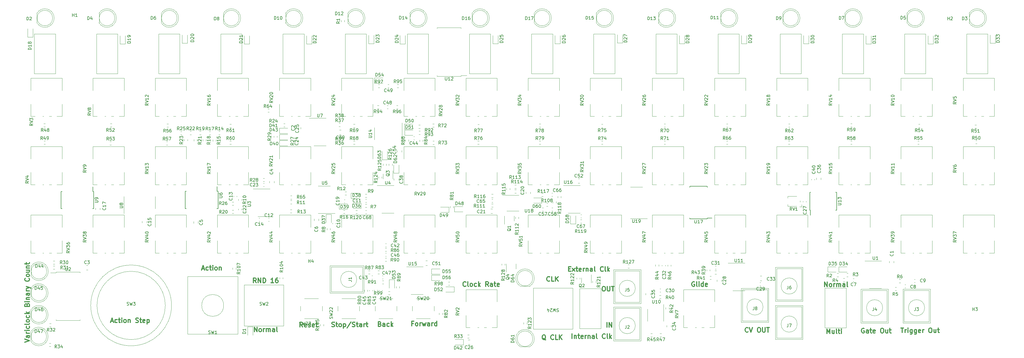
<source format=gbr>
%TF.GenerationSoftware,KiCad,Pcbnew,7.0.9*%
%TF.CreationDate,2023-12-27T10:42:18-06:00*%
%TF.ProjectId,SoundLab16StepSequencer,536f756e-644c-4616-9231-365374657053,rev?*%
%TF.SameCoordinates,Original*%
%TF.FileFunction,Legend,Top*%
%TF.FilePolarity,Positive*%
%FSLAX46Y46*%
G04 Gerber Fmt 4.6, Leading zero omitted, Abs format (unit mm)*
G04 Created by KiCad (PCBNEW 7.0.9) date 2023-12-27 10:42:18*
%MOMM*%
%LPD*%
G01*
G04 APERTURE LIST*
%ADD10C,0.300000*%
%ADD11C,0.150000*%
%ADD12C,0.120000*%
G04 APERTURE END LIST*
D10*
X297786653Y-186482971D02*
X297715225Y-186554400D01*
X297715225Y-186554400D02*
X297500939Y-186625828D01*
X297500939Y-186625828D02*
X297358082Y-186625828D01*
X297358082Y-186625828D02*
X297143796Y-186554400D01*
X297143796Y-186554400D02*
X297000939Y-186411542D01*
X297000939Y-186411542D02*
X296929510Y-186268685D01*
X296929510Y-186268685D02*
X296858082Y-185982971D01*
X296858082Y-185982971D02*
X296858082Y-185768685D01*
X296858082Y-185768685D02*
X296929510Y-185482971D01*
X296929510Y-185482971D02*
X297000939Y-185340114D01*
X297000939Y-185340114D02*
X297143796Y-185197257D01*
X297143796Y-185197257D02*
X297358082Y-185125828D01*
X297358082Y-185125828D02*
X297500939Y-185125828D01*
X297500939Y-185125828D02*
X297715225Y-185197257D01*
X297715225Y-185197257D02*
X297786653Y-185268685D01*
X298215225Y-185125828D02*
X298715225Y-186625828D01*
X298715225Y-186625828D02*
X299215225Y-185125828D01*
X301143796Y-185125828D02*
X301429510Y-185125828D01*
X301429510Y-185125828D02*
X301572367Y-185197257D01*
X301572367Y-185197257D02*
X301715224Y-185340114D01*
X301715224Y-185340114D02*
X301786653Y-185625828D01*
X301786653Y-185625828D02*
X301786653Y-186125828D01*
X301786653Y-186125828D02*
X301715224Y-186411542D01*
X301715224Y-186411542D02*
X301572367Y-186554400D01*
X301572367Y-186554400D02*
X301429510Y-186625828D01*
X301429510Y-186625828D02*
X301143796Y-186625828D01*
X301143796Y-186625828D02*
X301000939Y-186554400D01*
X301000939Y-186554400D02*
X300858081Y-186411542D01*
X300858081Y-186411542D02*
X300786653Y-186125828D01*
X300786653Y-186125828D02*
X300786653Y-185625828D01*
X300786653Y-185625828D02*
X300858081Y-185340114D01*
X300858081Y-185340114D02*
X301000939Y-185197257D01*
X301000939Y-185197257D02*
X301143796Y-185125828D01*
X302429510Y-185125828D02*
X302429510Y-186340114D01*
X302429510Y-186340114D02*
X302500939Y-186482971D01*
X302500939Y-186482971D02*
X302572368Y-186554400D01*
X302572368Y-186554400D02*
X302715225Y-186625828D01*
X302715225Y-186625828D02*
X303000939Y-186625828D01*
X303000939Y-186625828D02*
X303143796Y-186554400D01*
X303143796Y-186554400D02*
X303215225Y-186482971D01*
X303215225Y-186482971D02*
X303286653Y-186340114D01*
X303286653Y-186340114D02*
X303286653Y-185125828D01*
X303786654Y-185125828D02*
X304643797Y-185125828D01*
X304215225Y-186625828D02*
X304215225Y-185125828D01*
X346965225Y-185250828D02*
X347822368Y-185250828D01*
X347393796Y-186750828D02*
X347393796Y-185250828D01*
X348322367Y-186750828D02*
X348322367Y-185750828D01*
X348322367Y-186036542D02*
X348393796Y-185893685D01*
X348393796Y-185893685D02*
X348465225Y-185822257D01*
X348465225Y-185822257D02*
X348608082Y-185750828D01*
X348608082Y-185750828D02*
X348750939Y-185750828D01*
X349250938Y-186750828D02*
X349250938Y-185750828D01*
X349250938Y-185250828D02*
X349179510Y-185322257D01*
X349179510Y-185322257D02*
X349250938Y-185393685D01*
X349250938Y-185393685D02*
X349322367Y-185322257D01*
X349322367Y-185322257D02*
X349250938Y-185250828D01*
X349250938Y-185250828D02*
X349250938Y-185393685D01*
X350608082Y-185750828D02*
X350608082Y-186965114D01*
X350608082Y-186965114D02*
X350536653Y-187107971D01*
X350536653Y-187107971D02*
X350465224Y-187179400D01*
X350465224Y-187179400D02*
X350322367Y-187250828D01*
X350322367Y-187250828D02*
X350108082Y-187250828D01*
X350108082Y-187250828D02*
X349965224Y-187179400D01*
X350608082Y-186679400D02*
X350465224Y-186750828D01*
X350465224Y-186750828D02*
X350179510Y-186750828D01*
X350179510Y-186750828D02*
X350036653Y-186679400D01*
X350036653Y-186679400D02*
X349965224Y-186607971D01*
X349965224Y-186607971D02*
X349893796Y-186465114D01*
X349893796Y-186465114D02*
X349893796Y-186036542D01*
X349893796Y-186036542D02*
X349965224Y-185893685D01*
X349965224Y-185893685D02*
X350036653Y-185822257D01*
X350036653Y-185822257D02*
X350179510Y-185750828D01*
X350179510Y-185750828D02*
X350465224Y-185750828D01*
X350465224Y-185750828D02*
X350608082Y-185822257D01*
X351965225Y-185750828D02*
X351965225Y-186965114D01*
X351965225Y-186965114D02*
X351893796Y-187107971D01*
X351893796Y-187107971D02*
X351822367Y-187179400D01*
X351822367Y-187179400D02*
X351679510Y-187250828D01*
X351679510Y-187250828D02*
X351465225Y-187250828D01*
X351465225Y-187250828D02*
X351322367Y-187179400D01*
X351965225Y-186679400D02*
X351822367Y-186750828D01*
X351822367Y-186750828D02*
X351536653Y-186750828D01*
X351536653Y-186750828D02*
X351393796Y-186679400D01*
X351393796Y-186679400D02*
X351322367Y-186607971D01*
X351322367Y-186607971D02*
X351250939Y-186465114D01*
X351250939Y-186465114D02*
X351250939Y-186036542D01*
X351250939Y-186036542D02*
X351322367Y-185893685D01*
X351322367Y-185893685D02*
X351393796Y-185822257D01*
X351393796Y-185822257D02*
X351536653Y-185750828D01*
X351536653Y-185750828D02*
X351822367Y-185750828D01*
X351822367Y-185750828D02*
X351965225Y-185822257D01*
X353250939Y-186679400D02*
X353108082Y-186750828D01*
X353108082Y-186750828D02*
X352822368Y-186750828D01*
X352822368Y-186750828D02*
X352679510Y-186679400D01*
X352679510Y-186679400D02*
X352608082Y-186536542D01*
X352608082Y-186536542D02*
X352608082Y-185965114D01*
X352608082Y-185965114D02*
X352679510Y-185822257D01*
X352679510Y-185822257D02*
X352822368Y-185750828D01*
X352822368Y-185750828D02*
X353108082Y-185750828D01*
X353108082Y-185750828D02*
X353250939Y-185822257D01*
X353250939Y-185822257D02*
X353322368Y-185965114D01*
X353322368Y-185965114D02*
X353322368Y-186107971D01*
X353322368Y-186107971D02*
X352608082Y-186250828D01*
X353965224Y-186750828D02*
X353965224Y-185750828D01*
X353965224Y-186036542D02*
X354036653Y-185893685D01*
X354036653Y-185893685D02*
X354108082Y-185822257D01*
X354108082Y-185822257D02*
X354250939Y-185750828D01*
X354250939Y-185750828D02*
X354393796Y-185750828D01*
X356322367Y-185250828D02*
X356608081Y-185250828D01*
X356608081Y-185250828D02*
X356750938Y-185322257D01*
X356750938Y-185322257D02*
X356893795Y-185465114D01*
X356893795Y-185465114D02*
X356965224Y-185750828D01*
X356965224Y-185750828D02*
X356965224Y-186250828D01*
X356965224Y-186250828D02*
X356893795Y-186536542D01*
X356893795Y-186536542D02*
X356750938Y-186679400D01*
X356750938Y-186679400D02*
X356608081Y-186750828D01*
X356608081Y-186750828D02*
X356322367Y-186750828D01*
X356322367Y-186750828D02*
X356179510Y-186679400D01*
X356179510Y-186679400D02*
X356036652Y-186536542D01*
X356036652Y-186536542D02*
X355965224Y-186250828D01*
X355965224Y-186250828D02*
X355965224Y-185750828D01*
X355965224Y-185750828D02*
X356036652Y-185465114D01*
X356036652Y-185465114D02*
X356179510Y-185322257D01*
X356179510Y-185322257D02*
X356322367Y-185250828D01*
X358250939Y-185750828D02*
X358250939Y-186750828D01*
X357608081Y-185750828D02*
X357608081Y-186536542D01*
X357608081Y-186536542D02*
X357679510Y-186679400D01*
X357679510Y-186679400D02*
X357822367Y-186750828D01*
X357822367Y-186750828D02*
X358036653Y-186750828D01*
X358036653Y-186750828D02*
X358179510Y-186679400D01*
X358179510Y-186679400D02*
X358250939Y-186607971D01*
X358750939Y-185750828D02*
X359322367Y-185750828D01*
X358965224Y-185250828D02*
X358965224Y-186536542D01*
X358965224Y-186536542D02*
X359036653Y-186679400D01*
X359036653Y-186679400D02*
X359179510Y-186750828D01*
X359179510Y-186750828D02*
X359322367Y-186750828D01*
X335140225Y-185422257D02*
X334997368Y-185350828D01*
X334997368Y-185350828D02*
X334783082Y-185350828D01*
X334783082Y-185350828D02*
X334568796Y-185422257D01*
X334568796Y-185422257D02*
X334425939Y-185565114D01*
X334425939Y-185565114D02*
X334354510Y-185707971D01*
X334354510Y-185707971D02*
X334283082Y-185993685D01*
X334283082Y-185993685D02*
X334283082Y-186207971D01*
X334283082Y-186207971D02*
X334354510Y-186493685D01*
X334354510Y-186493685D02*
X334425939Y-186636542D01*
X334425939Y-186636542D02*
X334568796Y-186779400D01*
X334568796Y-186779400D02*
X334783082Y-186850828D01*
X334783082Y-186850828D02*
X334925939Y-186850828D01*
X334925939Y-186850828D02*
X335140225Y-186779400D01*
X335140225Y-186779400D02*
X335211653Y-186707971D01*
X335211653Y-186707971D02*
X335211653Y-186207971D01*
X335211653Y-186207971D02*
X334925939Y-186207971D01*
X336497368Y-186850828D02*
X336497368Y-186065114D01*
X336497368Y-186065114D02*
X336425939Y-185922257D01*
X336425939Y-185922257D02*
X336283082Y-185850828D01*
X336283082Y-185850828D02*
X335997368Y-185850828D01*
X335997368Y-185850828D02*
X335854510Y-185922257D01*
X336497368Y-186779400D02*
X336354510Y-186850828D01*
X336354510Y-186850828D02*
X335997368Y-186850828D01*
X335997368Y-186850828D02*
X335854510Y-186779400D01*
X335854510Y-186779400D02*
X335783082Y-186636542D01*
X335783082Y-186636542D02*
X335783082Y-186493685D01*
X335783082Y-186493685D02*
X335854510Y-186350828D01*
X335854510Y-186350828D02*
X335997368Y-186279400D01*
X335997368Y-186279400D02*
X336354510Y-186279400D01*
X336354510Y-186279400D02*
X336497368Y-186207971D01*
X336997368Y-185850828D02*
X337568796Y-185850828D01*
X337211653Y-185350828D02*
X337211653Y-186636542D01*
X337211653Y-186636542D02*
X337283082Y-186779400D01*
X337283082Y-186779400D02*
X337425939Y-186850828D01*
X337425939Y-186850828D02*
X337568796Y-186850828D01*
X338640225Y-186779400D02*
X338497368Y-186850828D01*
X338497368Y-186850828D02*
X338211654Y-186850828D01*
X338211654Y-186850828D02*
X338068796Y-186779400D01*
X338068796Y-186779400D02*
X337997368Y-186636542D01*
X337997368Y-186636542D02*
X337997368Y-186065114D01*
X337997368Y-186065114D02*
X338068796Y-185922257D01*
X338068796Y-185922257D02*
X338211654Y-185850828D01*
X338211654Y-185850828D02*
X338497368Y-185850828D01*
X338497368Y-185850828D02*
X338640225Y-185922257D01*
X338640225Y-185922257D02*
X338711654Y-186065114D01*
X338711654Y-186065114D02*
X338711654Y-186207971D01*
X338711654Y-186207971D02*
X337997368Y-186350828D01*
X340783082Y-185350828D02*
X341068796Y-185350828D01*
X341068796Y-185350828D02*
X341211653Y-185422257D01*
X341211653Y-185422257D02*
X341354510Y-185565114D01*
X341354510Y-185565114D02*
X341425939Y-185850828D01*
X341425939Y-185850828D02*
X341425939Y-186350828D01*
X341425939Y-186350828D02*
X341354510Y-186636542D01*
X341354510Y-186636542D02*
X341211653Y-186779400D01*
X341211653Y-186779400D02*
X341068796Y-186850828D01*
X341068796Y-186850828D02*
X340783082Y-186850828D01*
X340783082Y-186850828D02*
X340640225Y-186779400D01*
X340640225Y-186779400D02*
X340497367Y-186636542D01*
X340497367Y-186636542D02*
X340425939Y-186350828D01*
X340425939Y-186350828D02*
X340425939Y-185850828D01*
X340425939Y-185850828D02*
X340497367Y-185565114D01*
X340497367Y-185565114D02*
X340640225Y-185422257D01*
X340640225Y-185422257D02*
X340783082Y-185350828D01*
X342711654Y-185850828D02*
X342711654Y-186850828D01*
X342068796Y-185850828D02*
X342068796Y-186636542D01*
X342068796Y-186636542D02*
X342140225Y-186779400D01*
X342140225Y-186779400D02*
X342283082Y-186850828D01*
X342283082Y-186850828D02*
X342497368Y-186850828D01*
X342497368Y-186850828D02*
X342640225Y-186779400D01*
X342640225Y-186779400D02*
X342711654Y-186707971D01*
X343211654Y-185850828D02*
X343783082Y-185850828D01*
X343425939Y-185350828D02*
X343425939Y-186636542D01*
X343425939Y-186636542D02*
X343497368Y-186779400D01*
X343497368Y-186779400D02*
X343640225Y-186850828D01*
X343640225Y-186850828D02*
X343783082Y-186850828D01*
X323129510Y-187075828D02*
X323129510Y-185575828D01*
X323129510Y-185575828D02*
X323629510Y-186647257D01*
X323629510Y-186647257D02*
X324129510Y-185575828D01*
X324129510Y-185575828D02*
X324129510Y-187075828D01*
X325486654Y-186075828D02*
X325486654Y-187075828D01*
X324843796Y-186075828D02*
X324843796Y-186861542D01*
X324843796Y-186861542D02*
X324915225Y-187004400D01*
X324915225Y-187004400D02*
X325058082Y-187075828D01*
X325058082Y-187075828D02*
X325272368Y-187075828D01*
X325272368Y-187075828D02*
X325415225Y-187004400D01*
X325415225Y-187004400D02*
X325486654Y-186932971D01*
X326415225Y-187075828D02*
X326272368Y-187004400D01*
X326272368Y-187004400D02*
X326200939Y-186861542D01*
X326200939Y-186861542D02*
X326200939Y-185575828D01*
X326772368Y-186075828D02*
X327343796Y-186075828D01*
X326986653Y-185575828D02*
X326986653Y-186861542D01*
X326986653Y-186861542D02*
X327058082Y-187004400D01*
X327058082Y-187004400D02*
X327200939Y-187075828D01*
X327200939Y-187075828D02*
X327343796Y-187075828D01*
X327843796Y-187075828D02*
X327843796Y-186075828D01*
X327843796Y-185575828D02*
X327772368Y-185647257D01*
X327772368Y-185647257D02*
X327843796Y-185718685D01*
X327843796Y-185718685D02*
X327915225Y-185647257D01*
X327915225Y-185647257D02*
X327843796Y-185575828D01*
X327843796Y-185575828D02*
X327843796Y-185718685D01*
X322429510Y-171950828D02*
X322429510Y-170450828D01*
X322429510Y-170450828D02*
X323286653Y-171950828D01*
X323286653Y-171950828D02*
X323286653Y-170450828D01*
X324215225Y-171950828D02*
X324072368Y-171879400D01*
X324072368Y-171879400D02*
X324000939Y-171807971D01*
X324000939Y-171807971D02*
X323929511Y-171665114D01*
X323929511Y-171665114D02*
X323929511Y-171236542D01*
X323929511Y-171236542D02*
X324000939Y-171093685D01*
X324000939Y-171093685D02*
X324072368Y-171022257D01*
X324072368Y-171022257D02*
X324215225Y-170950828D01*
X324215225Y-170950828D02*
X324429511Y-170950828D01*
X324429511Y-170950828D02*
X324572368Y-171022257D01*
X324572368Y-171022257D02*
X324643797Y-171093685D01*
X324643797Y-171093685D02*
X324715225Y-171236542D01*
X324715225Y-171236542D02*
X324715225Y-171665114D01*
X324715225Y-171665114D02*
X324643797Y-171807971D01*
X324643797Y-171807971D02*
X324572368Y-171879400D01*
X324572368Y-171879400D02*
X324429511Y-171950828D01*
X324429511Y-171950828D02*
X324215225Y-171950828D01*
X325358082Y-171950828D02*
X325358082Y-170950828D01*
X325358082Y-171236542D02*
X325429511Y-171093685D01*
X325429511Y-171093685D02*
X325500940Y-171022257D01*
X325500940Y-171022257D02*
X325643797Y-170950828D01*
X325643797Y-170950828D02*
X325786654Y-170950828D01*
X326286653Y-171950828D02*
X326286653Y-170950828D01*
X326286653Y-171093685D02*
X326358082Y-171022257D01*
X326358082Y-171022257D02*
X326500939Y-170950828D01*
X326500939Y-170950828D02*
X326715225Y-170950828D01*
X326715225Y-170950828D02*
X326858082Y-171022257D01*
X326858082Y-171022257D02*
X326929511Y-171165114D01*
X326929511Y-171165114D02*
X326929511Y-171950828D01*
X326929511Y-171165114D02*
X327000939Y-171022257D01*
X327000939Y-171022257D02*
X327143796Y-170950828D01*
X327143796Y-170950828D02*
X327358082Y-170950828D01*
X327358082Y-170950828D02*
X327500939Y-171022257D01*
X327500939Y-171022257D02*
X327572368Y-171165114D01*
X327572368Y-171165114D02*
X327572368Y-171950828D01*
X328929511Y-171950828D02*
X328929511Y-171165114D01*
X328929511Y-171165114D02*
X328858082Y-171022257D01*
X328858082Y-171022257D02*
X328715225Y-170950828D01*
X328715225Y-170950828D02*
X328429511Y-170950828D01*
X328429511Y-170950828D02*
X328286653Y-171022257D01*
X328929511Y-171879400D02*
X328786653Y-171950828D01*
X328786653Y-171950828D02*
X328429511Y-171950828D01*
X328429511Y-171950828D02*
X328286653Y-171879400D01*
X328286653Y-171879400D02*
X328215225Y-171736542D01*
X328215225Y-171736542D02*
X328215225Y-171593685D01*
X328215225Y-171593685D02*
X328286653Y-171450828D01*
X328286653Y-171450828D02*
X328429511Y-171379400D01*
X328429511Y-171379400D02*
X328786653Y-171379400D01*
X328786653Y-171379400D02*
X328929511Y-171307971D01*
X329858082Y-171950828D02*
X329715225Y-171879400D01*
X329715225Y-171879400D02*
X329643796Y-171736542D01*
X329643796Y-171736542D02*
X329643796Y-170450828D01*
X280515225Y-170472257D02*
X280372368Y-170400828D01*
X280372368Y-170400828D02*
X280158082Y-170400828D01*
X280158082Y-170400828D02*
X279943796Y-170472257D01*
X279943796Y-170472257D02*
X279800939Y-170615114D01*
X279800939Y-170615114D02*
X279729510Y-170757971D01*
X279729510Y-170757971D02*
X279658082Y-171043685D01*
X279658082Y-171043685D02*
X279658082Y-171257971D01*
X279658082Y-171257971D02*
X279729510Y-171543685D01*
X279729510Y-171543685D02*
X279800939Y-171686542D01*
X279800939Y-171686542D02*
X279943796Y-171829400D01*
X279943796Y-171829400D02*
X280158082Y-171900828D01*
X280158082Y-171900828D02*
X280300939Y-171900828D01*
X280300939Y-171900828D02*
X280515225Y-171829400D01*
X280515225Y-171829400D02*
X280586653Y-171757971D01*
X280586653Y-171757971D02*
X280586653Y-171257971D01*
X280586653Y-171257971D02*
X280300939Y-171257971D01*
X281443796Y-171900828D02*
X281300939Y-171829400D01*
X281300939Y-171829400D02*
X281229510Y-171686542D01*
X281229510Y-171686542D02*
X281229510Y-170400828D01*
X282015224Y-171900828D02*
X282015224Y-170900828D01*
X282015224Y-170400828D02*
X281943796Y-170472257D01*
X281943796Y-170472257D02*
X282015224Y-170543685D01*
X282015224Y-170543685D02*
X282086653Y-170472257D01*
X282086653Y-170472257D02*
X282015224Y-170400828D01*
X282015224Y-170400828D02*
X282015224Y-170543685D01*
X283372368Y-171900828D02*
X283372368Y-170400828D01*
X283372368Y-171829400D02*
X283229510Y-171900828D01*
X283229510Y-171900828D02*
X282943796Y-171900828D01*
X282943796Y-171900828D02*
X282800939Y-171829400D01*
X282800939Y-171829400D02*
X282729510Y-171757971D01*
X282729510Y-171757971D02*
X282658082Y-171615114D01*
X282658082Y-171615114D02*
X282658082Y-171186542D01*
X282658082Y-171186542D02*
X282729510Y-171043685D01*
X282729510Y-171043685D02*
X282800939Y-170972257D01*
X282800939Y-170972257D02*
X282943796Y-170900828D01*
X282943796Y-170900828D02*
X283229510Y-170900828D01*
X283229510Y-170900828D02*
X283372368Y-170972257D01*
X284658082Y-171829400D02*
X284515225Y-171900828D01*
X284515225Y-171900828D02*
X284229511Y-171900828D01*
X284229511Y-171900828D02*
X284086653Y-171829400D01*
X284086653Y-171829400D02*
X284015225Y-171686542D01*
X284015225Y-171686542D02*
X284015225Y-171115114D01*
X284015225Y-171115114D02*
X284086653Y-170972257D01*
X284086653Y-170972257D02*
X284229511Y-170900828D01*
X284229511Y-170900828D02*
X284515225Y-170900828D01*
X284515225Y-170900828D02*
X284658082Y-170972257D01*
X284658082Y-170972257D02*
X284729511Y-171115114D01*
X284729511Y-171115114D02*
X284729511Y-171257971D01*
X284729511Y-171257971D02*
X284015225Y-171400828D01*
X252354510Y-185010828D02*
X252354510Y-183510828D01*
X253068796Y-185010828D02*
X253068796Y-183510828D01*
X253068796Y-183510828D02*
X253925939Y-185010828D01*
X253925939Y-185010828D02*
X253925939Y-183510828D01*
X251190225Y-171875828D02*
X251475939Y-171875828D01*
X251475939Y-171875828D02*
X251618796Y-171947257D01*
X251618796Y-171947257D02*
X251761653Y-172090114D01*
X251761653Y-172090114D02*
X251833082Y-172375828D01*
X251833082Y-172375828D02*
X251833082Y-172875828D01*
X251833082Y-172875828D02*
X251761653Y-173161542D01*
X251761653Y-173161542D02*
X251618796Y-173304400D01*
X251618796Y-173304400D02*
X251475939Y-173375828D01*
X251475939Y-173375828D02*
X251190225Y-173375828D01*
X251190225Y-173375828D02*
X251047368Y-173304400D01*
X251047368Y-173304400D02*
X250904510Y-173161542D01*
X250904510Y-173161542D02*
X250833082Y-172875828D01*
X250833082Y-172875828D02*
X250833082Y-172375828D01*
X250833082Y-172375828D02*
X250904510Y-172090114D01*
X250904510Y-172090114D02*
X251047368Y-171947257D01*
X251047368Y-171947257D02*
X251190225Y-171875828D01*
X252475939Y-171875828D02*
X252475939Y-173090114D01*
X252475939Y-173090114D02*
X252547368Y-173232971D01*
X252547368Y-173232971D02*
X252618797Y-173304400D01*
X252618797Y-173304400D02*
X252761654Y-173375828D01*
X252761654Y-173375828D02*
X253047368Y-173375828D01*
X253047368Y-173375828D02*
X253190225Y-173304400D01*
X253190225Y-173304400D02*
X253261654Y-173232971D01*
X253261654Y-173232971D02*
X253333082Y-173090114D01*
X253333082Y-173090114D02*
X253333082Y-171875828D01*
X253833083Y-171875828D02*
X254690226Y-171875828D01*
X254261654Y-173375828D02*
X254261654Y-171875828D01*
X240029510Y-166240114D02*
X240529510Y-166240114D01*
X240743796Y-167025828D02*
X240029510Y-167025828D01*
X240029510Y-167025828D02*
X240029510Y-165525828D01*
X240029510Y-165525828D02*
X240743796Y-165525828D01*
X241243796Y-167025828D02*
X242029511Y-166025828D01*
X241243796Y-166025828D02*
X242029511Y-167025828D01*
X242386654Y-166025828D02*
X242958082Y-166025828D01*
X242600939Y-165525828D02*
X242600939Y-166811542D01*
X242600939Y-166811542D02*
X242672368Y-166954400D01*
X242672368Y-166954400D02*
X242815225Y-167025828D01*
X242815225Y-167025828D02*
X242958082Y-167025828D01*
X244029511Y-166954400D02*
X243886654Y-167025828D01*
X243886654Y-167025828D02*
X243600940Y-167025828D01*
X243600940Y-167025828D02*
X243458082Y-166954400D01*
X243458082Y-166954400D02*
X243386654Y-166811542D01*
X243386654Y-166811542D02*
X243386654Y-166240114D01*
X243386654Y-166240114D02*
X243458082Y-166097257D01*
X243458082Y-166097257D02*
X243600940Y-166025828D01*
X243600940Y-166025828D02*
X243886654Y-166025828D01*
X243886654Y-166025828D02*
X244029511Y-166097257D01*
X244029511Y-166097257D02*
X244100940Y-166240114D01*
X244100940Y-166240114D02*
X244100940Y-166382971D01*
X244100940Y-166382971D02*
X243386654Y-166525828D01*
X244743796Y-167025828D02*
X244743796Y-166025828D01*
X244743796Y-166311542D02*
X244815225Y-166168685D01*
X244815225Y-166168685D02*
X244886654Y-166097257D01*
X244886654Y-166097257D02*
X245029511Y-166025828D01*
X245029511Y-166025828D02*
X245172368Y-166025828D01*
X245672367Y-166025828D02*
X245672367Y-167025828D01*
X245672367Y-166168685D02*
X245743796Y-166097257D01*
X245743796Y-166097257D02*
X245886653Y-166025828D01*
X245886653Y-166025828D02*
X246100939Y-166025828D01*
X246100939Y-166025828D02*
X246243796Y-166097257D01*
X246243796Y-166097257D02*
X246315225Y-166240114D01*
X246315225Y-166240114D02*
X246315225Y-167025828D01*
X247672368Y-167025828D02*
X247672368Y-166240114D01*
X247672368Y-166240114D02*
X247600939Y-166097257D01*
X247600939Y-166097257D02*
X247458082Y-166025828D01*
X247458082Y-166025828D02*
X247172368Y-166025828D01*
X247172368Y-166025828D02*
X247029510Y-166097257D01*
X247672368Y-166954400D02*
X247529510Y-167025828D01*
X247529510Y-167025828D02*
X247172368Y-167025828D01*
X247172368Y-167025828D02*
X247029510Y-166954400D01*
X247029510Y-166954400D02*
X246958082Y-166811542D01*
X246958082Y-166811542D02*
X246958082Y-166668685D01*
X246958082Y-166668685D02*
X247029510Y-166525828D01*
X247029510Y-166525828D02*
X247172368Y-166454400D01*
X247172368Y-166454400D02*
X247529510Y-166454400D01*
X247529510Y-166454400D02*
X247672368Y-166382971D01*
X248600939Y-167025828D02*
X248458082Y-166954400D01*
X248458082Y-166954400D02*
X248386653Y-166811542D01*
X248386653Y-166811542D02*
X248386653Y-165525828D01*
X251172367Y-166882971D02*
X251100939Y-166954400D01*
X251100939Y-166954400D02*
X250886653Y-167025828D01*
X250886653Y-167025828D02*
X250743796Y-167025828D01*
X250743796Y-167025828D02*
X250529510Y-166954400D01*
X250529510Y-166954400D02*
X250386653Y-166811542D01*
X250386653Y-166811542D02*
X250315224Y-166668685D01*
X250315224Y-166668685D02*
X250243796Y-166382971D01*
X250243796Y-166382971D02*
X250243796Y-166168685D01*
X250243796Y-166168685D02*
X250315224Y-165882971D01*
X250315224Y-165882971D02*
X250386653Y-165740114D01*
X250386653Y-165740114D02*
X250529510Y-165597257D01*
X250529510Y-165597257D02*
X250743796Y-165525828D01*
X250743796Y-165525828D02*
X250886653Y-165525828D01*
X250886653Y-165525828D02*
X251100939Y-165597257D01*
X251100939Y-165597257D02*
X251172367Y-165668685D01*
X252029510Y-167025828D02*
X251886653Y-166954400D01*
X251886653Y-166954400D02*
X251815224Y-166811542D01*
X251815224Y-166811542D02*
X251815224Y-165525828D01*
X252600938Y-167025828D02*
X252600938Y-165525828D01*
X252743796Y-166454400D02*
X253172367Y-167025828D01*
X253172367Y-166025828D02*
X252600938Y-166597257D01*
X241154510Y-188650828D02*
X241154510Y-187150828D01*
X241868796Y-187650828D02*
X241868796Y-188650828D01*
X241868796Y-187793685D02*
X241940225Y-187722257D01*
X241940225Y-187722257D02*
X242083082Y-187650828D01*
X242083082Y-187650828D02*
X242297368Y-187650828D01*
X242297368Y-187650828D02*
X242440225Y-187722257D01*
X242440225Y-187722257D02*
X242511654Y-187865114D01*
X242511654Y-187865114D02*
X242511654Y-188650828D01*
X243011654Y-187650828D02*
X243583082Y-187650828D01*
X243225939Y-187150828D02*
X243225939Y-188436542D01*
X243225939Y-188436542D02*
X243297368Y-188579400D01*
X243297368Y-188579400D02*
X243440225Y-188650828D01*
X243440225Y-188650828D02*
X243583082Y-188650828D01*
X244654511Y-188579400D02*
X244511654Y-188650828D01*
X244511654Y-188650828D02*
X244225940Y-188650828D01*
X244225940Y-188650828D02*
X244083082Y-188579400D01*
X244083082Y-188579400D02*
X244011654Y-188436542D01*
X244011654Y-188436542D02*
X244011654Y-187865114D01*
X244011654Y-187865114D02*
X244083082Y-187722257D01*
X244083082Y-187722257D02*
X244225940Y-187650828D01*
X244225940Y-187650828D02*
X244511654Y-187650828D01*
X244511654Y-187650828D02*
X244654511Y-187722257D01*
X244654511Y-187722257D02*
X244725940Y-187865114D01*
X244725940Y-187865114D02*
X244725940Y-188007971D01*
X244725940Y-188007971D02*
X244011654Y-188150828D01*
X245368796Y-188650828D02*
X245368796Y-187650828D01*
X245368796Y-187936542D02*
X245440225Y-187793685D01*
X245440225Y-187793685D02*
X245511654Y-187722257D01*
X245511654Y-187722257D02*
X245654511Y-187650828D01*
X245654511Y-187650828D02*
X245797368Y-187650828D01*
X246297367Y-187650828D02*
X246297367Y-188650828D01*
X246297367Y-187793685D02*
X246368796Y-187722257D01*
X246368796Y-187722257D02*
X246511653Y-187650828D01*
X246511653Y-187650828D02*
X246725939Y-187650828D01*
X246725939Y-187650828D02*
X246868796Y-187722257D01*
X246868796Y-187722257D02*
X246940225Y-187865114D01*
X246940225Y-187865114D02*
X246940225Y-188650828D01*
X248297368Y-188650828D02*
X248297368Y-187865114D01*
X248297368Y-187865114D02*
X248225939Y-187722257D01*
X248225939Y-187722257D02*
X248083082Y-187650828D01*
X248083082Y-187650828D02*
X247797368Y-187650828D01*
X247797368Y-187650828D02*
X247654510Y-187722257D01*
X248297368Y-188579400D02*
X248154510Y-188650828D01*
X248154510Y-188650828D02*
X247797368Y-188650828D01*
X247797368Y-188650828D02*
X247654510Y-188579400D01*
X247654510Y-188579400D02*
X247583082Y-188436542D01*
X247583082Y-188436542D02*
X247583082Y-188293685D01*
X247583082Y-188293685D02*
X247654510Y-188150828D01*
X247654510Y-188150828D02*
X247797368Y-188079400D01*
X247797368Y-188079400D02*
X248154510Y-188079400D01*
X248154510Y-188079400D02*
X248297368Y-188007971D01*
X249225939Y-188650828D02*
X249083082Y-188579400D01*
X249083082Y-188579400D02*
X249011653Y-188436542D01*
X249011653Y-188436542D02*
X249011653Y-187150828D01*
X251797367Y-188507971D02*
X251725939Y-188579400D01*
X251725939Y-188579400D02*
X251511653Y-188650828D01*
X251511653Y-188650828D02*
X251368796Y-188650828D01*
X251368796Y-188650828D02*
X251154510Y-188579400D01*
X251154510Y-188579400D02*
X251011653Y-188436542D01*
X251011653Y-188436542D02*
X250940224Y-188293685D01*
X250940224Y-188293685D02*
X250868796Y-188007971D01*
X250868796Y-188007971D02*
X250868796Y-187793685D01*
X250868796Y-187793685D02*
X250940224Y-187507971D01*
X250940224Y-187507971D02*
X251011653Y-187365114D01*
X251011653Y-187365114D02*
X251154510Y-187222257D01*
X251154510Y-187222257D02*
X251368796Y-187150828D01*
X251368796Y-187150828D02*
X251511653Y-187150828D01*
X251511653Y-187150828D02*
X251725939Y-187222257D01*
X251725939Y-187222257D02*
X251797367Y-187293685D01*
X252654510Y-188650828D02*
X252511653Y-188579400D01*
X252511653Y-188579400D02*
X252440224Y-188436542D01*
X252440224Y-188436542D02*
X252440224Y-187150828D01*
X253225938Y-188650828D02*
X253225938Y-187150828D01*
X253368796Y-188079400D02*
X253797367Y-188650828D01*
X253797367Y-187650828D02*
X253225938Y-188222257D01*
X232654510Y-189118685D02*
X232511653Y-189047257D01*
X232511653Y-189047257D02*
X232368796Y-188904400D01*
X232368796Y-188904400D02*
X232154510Y-188690114D01*
X232154510Y-188690114D02*
X232011653Y-188618685D01*
X232011653Y-188618685D02*
X231868796Y-188618685D01*
X231940225Y-188975828D02*
X231797368Y-188904400D01*
X231797368Y-188904400D02*
X231654510Y-188761542D01*
X231654510Y-188761542D02*
X231583082Y-188475828D01*
X231583082Y-188475828D02*
X231583082Y-187975828D01*
X231583082Y-187975828D02*
X231654510Y-187690114D01*
X231654510Y-187690114D02*
X231797368Y-187547257D01*
X231797368Y-187547257D02*
X231940225Y-187475828D01*
X231940225Y-187475828D02*
X232225939Y-187475828D01*
X232225939Y-187475828D02*
X232368796Y-187547257D01*
X232368796Y-187547257D02*
X232511653Y-187690114D01*
X232511653Y-187690114D02*
X232583082Y-187975828D01*
X232583082Y-187975828D02*
X232583082Y-188475828D01*
X232583082Y-188475828D02*
X232511653Y-188761542D01*
X232511653Y-188761542D02*
X232368796Y-188904400D01*
X232368796Y-188904400D02*
X232225939Y-188975828D01*
X232225939Y-188975828D02*
X231940225Y-188975828D01*
X235225939Y-188832971D02*
X235154511Y-188904400D01*
X235154511Y-188904400D02*
X234940225Y-188975828D01*
X234940225Y-188975828D02*
X234797368Y-188975828D01*
X234797368Y-188975828D02*
X234583082Y-188904400D01*
X234583082Y-188904400D02*
X234440225Y-188761542D01*
X234440225Y-188761542D02*
X234368796Y-188618685D01*
X234368796Y-188618685D02*
X234297368Y-188332971D01*
X234297368Y-188332971D02*
X234297368Y-188118685D01*
X234297368Y-188118685D02*
X234368796Y-187832971D01*
X234368796Y-187832971D02*
X234440225Y-187690114D01*
X234440225Y-187690114D02*
X234583082Y-187547257D01*
X234583082Y-187547257D02*
X234797368Y-187475828D01*
X234797368Y-187475828D02*
X234940225Y-187475828D01*
X234940225Y-187475828D02*
X235154511Y-187547257D01*
X235154511Y-187547257D02*
X235225939Y-187618685D01*
X236583082Y-188975828D02*
X235868796Y-188975828D01*
X235868796Y-188975828D02*
X235868796Y-187475828D01*
X237083082Y-188975828D02*
X237083082Y-187475828D01*
X237940225Y-188975828D02*
X237297368Y-188118685D01*
X237940225Y-187475828D02*
X237083082Y-188332971D01*
X233961653Y-170082971D02*
X233890225Y-170154400D01*
X233890225Y-170154400D02*
X233675939Y-170225828D01*
X233675939Y-170225828D02*
X233533082Y-170225828D01*
X233533082Y-170225828D02*
X233318796Y-170154400D01*
X233318796Y-170154400D02*
X233175939Y-170011542D01*
X233175939Y-170011542D02*
X233104510Y-169868685D01*
X233104510Y-169868685D02*
X233033082Y-169582971D01*
X233033082Y-169582971D02*
X233033082Y-169368685D01*
X233033082Y-169368685D02*
X233104510Y-169082971D01*
X233104510Y-169082971D02*
X233175939Y-168940114D01*
X233175939Y-168940114D02*
X233318796Y-168797257D01*
X233318796Y-168797257D02*
X233533082Y-168725828D01*
X233533082Y-168725828D02*
X233675939Y-168725828D01*
X233675939Y-168725828D02*
X233890225Y-168797257D01*
X233890225Y-168797257D02*
X233961653Y-168868685D01*
X235318796Y-170225828D02*
X234604510Y-170225828D01*
X234604510Y-170225828D02*
X234604510Y-168725828D01*
X235818796Y-170225828D02*
X235818796Y-168725828D01*
X236675939Y-170225828D02*
X236033082Y-169368685D01*
X236675939Y-168725828D02*
X235818796Y-169582971D01*
X190029510Y-183790114D02*
X189529510Y-183790114D01*
X189529510Y-184575828D02*
X189529510Y-183075828D01*
X189529510Y-183075828D02*
X190243796Y-183075828D01*
X191029510Y-184575828D02*
X190886653Y-184504400D01*
X190886653Y-184504400D02*
X190815224Y-184432971D01*
X190815224Y-184432971D02*
X190743796Y-184290114D01*
X190743796Y-184290114D02*
X190743796Y-183861542D01*
X190743796Y-183861542D02*
X190815224Y-183718685D01*
X190815224Y-183718685D02*
X190886653Y-183647257D01*
X190886653Y-183647257D02*
X191029510Y-183575828D01*
X191029510Y-183575828D02*
X191243796Y-183575828D01*
X191243796Y-183575828D02*
X191386653Y-183647257D01*
X191386653Y-183647257D02*
X191458082Y-183718685D01*
X191458082Y-183718685D02*
X191529510Y-183861542D01*
X191529510Y-183861542D02*
X191529510Y-184290114D01*
X191529510Y-184290114D02*
X191458082Y-184432971D01*
X191458082Y-184432971D02*
X191386653Y-184504400D01*
X191386653Y-184504400D02*
X191243796Y-184575828D01*
X191243796Y-184575828D02*
X191029510Y-184575828D01*
X192172367Y-184575828D02*
X192172367Y-183575828D01*
X192172367Y-183861542D02*
X192243796Y-183718685D01*
X192243796Y-183718685D02*
X192315225Y-183647257D01*
X192315225Y-183647257D02*
X192458082Y-183575828D01*
X192458082Y-183575828D02*
X192600939Y-183575828D01*
X192958081Y-183575828D02*
X193243796Y-184575828D01*
X193243796Y-184575828D02*
X193529510Y-183861542D01*
X193529510Y-183861542D02*
X193815224Y-184575828D01*
X193815224Y-184575828D02*
X194100938Y-183575828D01*
X195315225Y-184575828D02*
X195315225Y-183790114D01*
X195315225Y-183790114D02*
X195243796Y-183647257D01*
X195243796Y-183647257D02*
X195100939Y-183575828D01*
X195100939Y-183575828D02*
X194815225Y-183575828D01*
X194815225Y-183575828D02*
X194672367Y-183647257D01*
X195315225Y-184504400D02*
X195172367Y-184575828D01*
X195172367Y-184575828D02*
X194815225Y-184575828D01*
X194815225Y-184575828D02*
X194672367Y-184504400D01*
X194672367Y-184504400D02*
X194600939Y-184361542D01*
X194600939Y-184361542D02*
X194600939Y-184218685D01*
X194600939Y-184218685D02*
X194672367Y-184075828D01*
X194672367Y-184075828D02*
X194815225Y-184004400D01*
X194815225Y-184004400D02*
X195172367Y-184004400D01*
X195172367Y-184004400D02*
X195315225Y-183932971D01*
X196029510Y-184575828D02*
X196029510Y-183575828D01*
X196029510Y-183861542D02*
X196100939Y-183718685D01*
X196100939Y-183718685D02*
X196172368Y-183647257D01*
X196172368Y-183647257D02*
X196315225Y-183575828D01*
X196315225Y-183575828D02*
X196458082Y-183575828D01*
X197600939Y-184575828D02*
X197600939Y-183075828D01*
X197600939Y-184504400D02*
X197458081Y-184575828D01*
X197458081Y-184575828D02*
X197172367Y-184575828D01*
X197172367Y-184575828D02*
X197029510Y-184504400D01*
X197029510Y-184504400D02*
X196958081Y-184432971D01*
X196958081Y-184432971D02*
X196886653Y-184290114D01*
X196886653Y-184290114D02*
X196886653Y-183861542D01*
X196886653Y-183861542D02*
X196958081Y-183718685D01*
X196958081Y-183718685D02*
X197029510Y-183647257D01*
X197029510Y-183647257D02*
X197172367Y-183575828D01*
X197172367Y-183575828D02*
X197458081Y-183575828D01*
X197458081Y-183575828D02*
X197600939Y-183647257D01*
X179279510Y-183965114D02*
X179493796Y-184036542D01*
X179493796Y-184036542D02*
X179565225Y-184107971D01*
X179565225Y-184107971D02*
X179636653Y-184250828D01*
X179636653Y-184250828D02*
X179636653Y-184465114D01*
X179636653Y-184465114D02*
X179565225Y-184607971D01*
X179565225Y-184607971D02*
X179493796Y-184679400D01*
X179493796Y-184679400D02*
X179350939Y-184750828D01*
X179350939Y-184750828D02*
X178779510Y-184750828D01*
X178779510Y-184750828D02*
X178779510Y-183250828D01*
X178779510Y-183250828D02*
X179279510Y-183250828D01*
X179279510Y-183250828D02*
X179422368Y-183322257D01*
X179422368Y-183322257D02*
X179493796Y-183393685D01*
X179493796Y-183393685D02*
X179565225Y-183536542D01*
X179565225Y-183536542D02*
X179565225Y-183679400D01*
X179565225Y-183679400D02*
X179493796Y-183822257D01*
X179493796Y-183822257D02*
X179422368Y-183893685D01*
X179422368Y-183893685D02*
X179279510Y-183965114D01*
X179279510Y-183965114D02*
X178779510Y-183965114D01*
X180922368Y-184750828D02*
X180922368Y-183965114D01*
X180922368Y-183965114D02*
X180850939Y-183822257D01*
X180850939Y-183822257D02*
X180708082Y-183750828D01*
X180708082Y-183750828D02*
X180422368Y-183750828D01*
X180422368Y-183750828D02*
X180279510Y-183822257D01*
X180922368Y-184679400D02*
X180779510Y-184750828D01*
X180779510Y-184750828D02*
X180422368Y-184750828D01*
X180422368Y-184750828D02*
X180279510Y-184679400D01*
X180279510Y-184679400D02*
X180208082Y-184536542D01*
X180208082Y-184536542D02*
X180208082Y-184393685D01*
X180208082Y-184393685D02*
X180279510Y-184250828D01*
X180279510Y-184250828D02*
X180422368Y-184179400D01*
X180422368Y-184179400D02*
X180779510Y-184179400D01*
X180779510Y-184179400D02*
X180922368Y-184107971D01*
X182279511Y-184679400D02*
X182136653Y-184750828D01*
X182136653Y-184750828D02*
X181850939Y-184750828D01*
X181850939Y-184750828D02*
X181708082Y-184679400D01*
X181708082Y-184679400D02*
X181636653Y-184607971D01*
X181636653Y-184607971D02*
X181565225Y-184465114D01*
X181565225Y-184465114D02*
X181565225Y-184036542D01*
X181565225Y-184036542D02*
X181636653Y-183893685D01*
X181636653Y-183893685D02*
X181708082Y-183822257D01*
X181708082Y-183822257D02*
X181850939Y-183750828D01*
X181850939Y-183750828D02*
X182136653Y-183750828D01*
X182136653Y-183750828D02*
X182279511Y-183822257D01*
X182922367Y-184750828D02*
X182922367Y-183250828D01*
X183065225Y-184179400D02*
X183493796Y-184750828D01*
X183493796Y-183750828D02*
X182922367Y-184322257D01*
X163858082Y-184804400D02*
X164072368Y-184875828D01*
X164072368Y-184875828D02*
X164429510Y-184875828D01*
X164429510Y-184875828D02*
X164572368Y-184804400D01*
X164572368Y-184804400D02*
X164643796Y-184732971D01*
X164643796Y-184732971D02*
X164715225Y-184590114D01*
X164715225Y-184590114D02*
X164715225Y-184447257D01*
X164715225Y-184447257D02*
X164643796Y-184304400D01*
X164643796Y-184304400D02*
X164572368Y-184232971D01*
X164572368Y-184232971D02*
X164429510Y-184161542D01*
X164429510Y-184161542D02*
X164143796Y-184090114D01*
X164143796Y-184090114D02*
X164000939Y-184018685D01*
X164000939Y-184018685D02*
X163929510Y-183947257D01*
X163929510Y-183947257D02*
X163858082Y-183804400D01*
X163858082Y-183804400D02*
X163858082Y-183661542D01*
X163858082Y-183661542D02*
X163929510Y-183518685D01*
X163929510Y-183518685D02*
X164000939Y-183447257D01*
X164000939Y-183447257D02*
X164143796Y-183375828D01*
X164143796Y-183375828D02*
X164500939Y-183375828D01*
X164500939Y-183375828D02*
X164715225Y-183447257D01*
X165143796Y-183875828D02*
X165715224Y-183875828D01*
X165358081Y-183375828D02*
X165358081Y-184661542D01*
X165358081Y-184661542D02*
X165429510Y-184804400D01*
X165429510Y-184804400D02*
X165572367Y-184875828D01*
X165572367Y-184875828D02*
X165715224Y-184875828D01*
X166429510Y-184875828D02*
X166286653Y-184804400D01*
X166286653Y-184804400D02*
X166215224Y-184732971D01*
X166215224Y-184732971D02*
X166143796Y-184590114D01*
X166143796Y-184590114D02*
X166143796Y-184161542D01*
X166143796Y-184161542D02*
X166215224Y-184018685D01*
X166215224Y-184018685D02*
X166286653Y-183947257D01*
X166286653Y-183947257D02*
X166429510Y-183875828D01*
X166429510Y-183875828D02*
X166643796Y-183875828D01*
X166643796Y-183875828D02*
X166786653Y-183947257D01*
X166786653Y-183947257D02*
X166858082Y-184018685D01*
X166858082Y-184018685D02*
X166929510Y-184161542D01*
X166929510Y-184161542D02*
X166929510Y-184590114D01*
X166929510Y-184590114D02*
X166858082Y-184732971D01*
X166858082Y-184732971D02*
X166786653Y-184804400D01*
X166786653Y-184804400D02*
X166643796Y-184875828D01*
X166643796Y-184875828D02*
X166429510Y-184875828D01*
X167572367Y-183875828D02*
X167572367Y-185375828D01*
X167572367Y-183947257D02*
X167715225Y-183875828D01*
X167715225Y-183875828D02*
X168000939Y-183875828D01*
X168000939Y-183875828D02*
X168143796Y-183947257D01*
X168143796Y-183947257D02*
X168215225Y-184018685D01*
X168215225Y-184018685D02*
X168286653Y-184161542D01*
X168286653Y-184161542D02*
X168286653Y-184590114D01*
X168286653Y-184590114D02*
X168215225Y-184732971D01*
X168215225Y-184732971D02*
X168143796Y-184804400D01*
X168143796Y-184804400D02*
X168000939Y-184875828D01*
X168000939Y-184875828D02*
X167715225Y-184875828D01*
X167715225Y-184875828D02*
X167572367Y-184804400D01*
X170000939Y-183304400D02*
X168715225Y-185232971D01*
X170429511Y-184804400D02*
X170643797Y-184875828D01*
X170643797Y-184875828D02*
X171000939Y-184875828D01*
X171000939Y-184875828D02*
X171143797Y-184804400D01*
X171143797Y-184804400D02*
X171215225Y-184732971D01*
X171215225Y-184732971D02*
X171286654Y-184590114D01*
X171286654Y-184590114D02*
X171286654Y-184447257D01*
X171286654Y-184447257D02*
X171215225Y-184304400D01*
X171215225Y-184304400D02*
X171143797Y-184232971D01*
X171143797Y-184232971D02*
X171000939Y-184161542D01*
X171000939Y-184161542D02*
X170715225Y-184090114D01*
X170715225Y-184090114D02*
X170572368Y-184018685D01*
X170572368Y-184018685D02*
X170500939Y-183947257D01*
X170500939Y-183947257D02*
X170429511Y-183804400D01*
X170429511Y-183804400D02*
X170429511Y-183661542D01*
X170429511Y-183661542D02*
X170500939Y-183518685D01*
X170500939Y-183518685D02*
X170572368Y-183447257D01*
X170572368Y-183447257D02*
X170715225Y-183375828D01*
X170715225Y-183375828D02*
X171072368Y-183375828D01*
X171072368Y-183375828D02*
X171286654Y-183447257D01*
X171715225Y-183875828D02*
X172286653Y-183875828D01*
X171929510Y-183375828D02*
X171929510Y-184661542D01*
X171929510Y-184661542D02*
X172000939Y-184804400D01*
X172000939Y-184804400D02*
X172143796Y-184875828D01*
X172143796Y-184875828D02*
X172286653Y-184875828D01*
X173429511Y-184875828D02*
X173429511Y-184090114D01*
X173429511Y-184090114D02*
X173358082Y-183947257D01*
X173358082Y-183947257D02*
X173215225Y-183875828D01*
X173215225Y-183875828D02*
X172929511Y-183875828D01*
X172929511Y-183875828D02*
X172786653Y-183947257D01*
X173429511Y-184804400D02*
X173286653Y-184875828D01*
X173286653Y-184875828D02*
X172929511Y-184875828D01*
X172929511Y-184875828D02*
X172786653Y-184804400D01*
X172786653Y-184804400D02*
X172715225Y-184661542D01*
X172715225Y-184661542D02*
X172715225Y-184518685D01*
X172715225Y-184518685D02*
X172786653Y-184375828D01*
X172786653Y-184375828D02*
X172929511Y-184304400D01*
X172929511Y-184304400D02*
X173286653Y-184304400D01*
X173286653Y-184304400D02*
X173429511Y-184232971D01*
X174143796Y-184875828D02*
X174143796Y-183875828D01*
X174143796Y-184161542D02*
X174215225Y-184018685D01*
X174215225Y-184018685D02*
X174286654Y-183947257D01*
X174286654Y-183947257D02*
X174429511Y-183875828D01*
X174429511Y-183875828D02*
X174572368Y-183875828D01*
X174858082Y-183875828D02*
X175429510Y-183875828D01*
X175072367Y-183375828D02*
X175072367Y-184661542D01*
X175072367Y-184661542D02*
X175143796Y-184804400D01*
X175143796Y-184804400D02*
X175286653Y-184875828D01*
X175286653Y-184875828D02*
X175429510Y-184875828D01*
X154461653Y-184950828D02*
X153961653Y-184236542D01*
X153604510Y-184950828D02*
X153604510Y-183450828D01*
X153604510Y-183450828D02*
X154175939Y-183450828D01*
X154175939Y-183450828D02*
X154318796Y-183522257D01*
X154318796Y-183522257D02*
X154390225Y-183593685D01*
X154390225Y-183593685D02*
X154461653Y-183736542D01*
X154461653Y-183736542D02*
X154461653Y-183950828D01*
X154461653Y-183950828D02*
X154390225Y-184093685D01*
X154390225Y-184093685D02*
X154318796Y-184165114D01*
X154318796Y-184165114D02*
X154175939Y-184236542D01*
X154175939Y-184236542D02*
X153604510Y-184236542D01*
X155675939Y-184879400D02*
X155533082Y-184950828D01*
X155533082Y-184950828D02*
X155247368Y-184950828D01*
X155247368Y-184950828D02*
X155104510Y-184879400D01*
X155104510Y-184879400D02*
X155033082Y-184736542D01*
X155033082Y-184736542D02*
X155033082Y-184165114D01*
X155033082Y-184165114D02*
X155104510Y-184022257D01*
X155104510Y-184022257D02*
X155247368Y-183950828D01*
X155247368Y-183950828D02*
X155533082Y-183950828D01*
X155533082Y-183950828D02*
X155675939Y-184022257D01*
X155675939Y-184022257D02*
X155747368Y-184165114D01*
X155747368Y-184165114D02*
X155747368Y-184307971D01*
X155747368Y-184307971D02*
X155033082Y-184450828D01*
X156318796Y-184879400D02*
X156461653Y-184950828D01*
X156461653Y-184950828D02*
X156747367Y-184950828D01*
X156747367Y-184950828D02*
X156890224Y-184879400D01*
X156890224Y-184879400D02*
X156961653Y-184736542D01*
X156961653Y-184736542D02*
X156961653Y-184665114D01*
X156961653Y-184665114D02*
X156890224Y-184522257D01*
X156890224Y-184522257D02*
X156747367Y-184450828D01*
X156747367Y-184450828D02*
X156533082Y-184450828D01*
X156533082Y-184450828D02*
X156390224Y-184379400D01*
X156390224Y-184379400D02*
X156318796Y-184236542D01*
X156318796Y-184236542D02*
X156318796Y-184165114D01*
X156318796Y-184165114D02*
X156390224Y-184022257D01*
X156390224Y-184022257D02*
X156533082Y-183950828D01*
X156533082Y-183950828D02*
X156747367Y-183950828D01*
X156747367Y-183950828D02*
X156890224Y-184022257D01*
X158175939Y-184879400D02*
X158033082Y-184950828D01*
X158033082Y-184950828D02*
X157747368Y-184950828D01*
X157747368Y-184950828D02*
X157604510Y-184879400D01*
X157604510Y-184879400D02*
X157533082Y-184736542D01*
X157533082Y-184736542D02*
X157533082Y-184165114D01*
X157533082Y-184165114D02*
X157604510Y-184022257D01*
X157604510Y-184022257D02*
X157747368Y-183950828D01*
X157747368Y-183950828D02*
X158033082Y-183950828D01*
X158033082Y-183950828D02*
X158175939Y-184022257D01*
X158175939Y-184022257D02*
X158247368Y-184165114D01*
X158247368Y-184165114D02*
X158247368Y-184307971D01*
X158247368Y-184307971D02*
X157533082Y-184450828D01*
X158675939Y-183950828D02*
X159247367Y-183950828D01*
X158890224Y-183450828D02*
X158890224Y-184736542D01*
X158890224Y-184736542D02*
X158961653Y-184879400D01*
X158961653Y-184879400D02*
X159104510Y-184950828D01*
X159104510Y-184950828D02*
X159247367Y-184950828D01*
X138904510Y-186475828D02*
X138904510Y-184975828D01*
X138904510Y-184975828D02*
X139761653Y-186475828D01*
X139761653Y-186475828D02*
X139761653Y-184975828D01*
X140690225Y-186475828D02*
X140547368Y-186404400D01*
X140547368Y-186404400D02*
X140475939Y-186332971D01*
X140475939Y-186332971D02*
X140404511Y-186190114D01*
X140404511Y-186190114D02*
X140404511Y-185761542D01*
X140404511Y-185761542D02*
X140475939Y-185618685D01*
X140475939Y-185618685D02*
X140547368Y-185547257D01*
X140547368Y-185547257D02*
X140690225Y-185475828D01*
X140690225Y-185475828D02*
X140904511Y-185475828D01*
X140904511Y-185475828D02*
X141047368Y-185547257D01*
X141047368Y-185547257D02*
X141118797Y-185618685D01*
X141118797Y-185618685D02*
X141190225Y-185761542D01*
X141190225Y-185761542D02*
X141190225Y-186190114D01*
X141190225Y-186190114D02*
X141118797Y-186332971D01*
X141118797Y-186332971D02*
X141047368Y-186404400D01*
X141047368Y-186404400D02*
X140904511Y-186475828D01*
X140904511Y-186475828D02*
X140690225Y-186475828D01*
X141833082Y-186475828D02*
X141833082Y-185475828D01*
X141833082Y-185761542D02*
X141904511Y-185618685D01*
X141904511Y-185618685D02*
X141975940Y-185547257D01*
X141975940Y-185547257D02*
X142118797Y-185475828D01*
X142118797Y-185475828D02*
X142261654Y-185475828D01*
X142761653Y-186475828D02*
X142761653Y-185475828D01*
X142761653Y-185618685D02*
X142833082Y-185547257D01*
X142833082Y-185547257D02*
X142975939Y-185475828D01*
X142975939Y-185475828D02*
X143190225Y-185475828D01*
X143190225Y-185475828D02*
X143333082Y-185547257D01*
X143333082Y-185547257D02*
X143404511Y-185690114D01*
X143404511Y-185690114D02*
X143404511Y-186475828D01*
X143404511Y-185690114D02*
X143475939Y-185547257D01*
X143475939Y-185547257D02*
X143618796Y-185475828D01*
X143618796Y-185475828D02*
X143833082Y-185475828D01*
X143833082Y-185475828D02*
X143975939Y-185547257D01*
X143975939Y-185547257D02*
X144047368Y-185690114D01*
X144047368Y-185690114D02*
X144047368Y-186475828D01*
X145404511Y-186475828D02*
X145404511Y-185690114D01*
X145404511Y-185690114D02*
X145333082Y-185547257D01*
X145333082Y-185547257D02*
X145190225Y-185475828D01*
X145190225Y-185475828D02*
X144904511Y-185475828D01*
X144904511Y-185475828D02*
X144761653Y-185547257D01*
X145404511Y-186404400D02*
X145261653Y-186475828D01*
X145261653Y-186475828D02*
X144904511Y-186475828D01*
X144904511Y-186475828D02*
X144761653Y-186404400D01*
X144761653Y-186404400D02*
X144690225Y-186261542D01*
X144690225Y-186261542D02*
X144690225Y-186118685D01*
X144690225Y-186118685D02*
X144761653Y-185975828D01*
X144761653Y-185975828D02*
X144904511Y-185904400D01*
X144904511Y-185904400D02*
X145261653Y-185904400D01*
X145261653Y-185904400D02*
X145404511Y-185832971D01*
X146333082Y-186475828D02*
X146190225Y-186404400D01*
X146190225Y-186404400D02*
X146118796Y-186261542D01*
X146118796Y-186261542D02*
X146118796Y-184975828D01*
X139486653Y-170700828D02*
X138986653Y-169986542D01*
X138629510Y-170700828D02*
X138629510Y-169200828D01*
X138629510Y-169200828D02*
X139200939Y-169200828D01*
X139200939Y-169200828D02*
X139343796Y-169272257D01*
X139343796Y-169272257D02*
X139415225Y-169343685D01*
X139415225Y-169343685D02*
X139486653Y-169486542D01*
X139486653Y-169486542D02*
X139486653Y-169700828D01*
X139486653Y-169700828D02*
X139415225Y-169843685D01*
X139415225Y-169843685D02*
X139343796Y-169915114D01*
X139343796Y-169915114D02*
X139200939Y-169986542D01*
X139200939Y-169986542D02*
X138629510Y-169986542D01*
X140129510Y-170700828D02*
X140129510Y-169200828D01*
X140129510Y-169200828D02*
X140986653Y-170700828D01*
X140986653Y-170700828D02*
X140986653Y-169200828D01*
X141700939Y-170700828D02*
X141700939Y-169200828D01*
X141700939Y-169200828D02*
X142058082Y-169200828D01*
X142058082Y-169200828D02*
X142272368Y-169272257D01*
X142272368Y-169272257D02*
X142415225Y-169415114D01*
X142415225Y-169415114D02*
X142486654Y-169557971D01*
X142486654Y-169557971D02*
X142558082Y-169843685D01*
X142558082Y-169843685D02*
X142558082Y-170057971D01*
X142558082Y-170057971D02*
X142486654Y-170343685D01*
X142486654Y-170343685D02*
X142415225Y-170486542D01*
X142415225Y-170486542D02*
X142272368Y-170629400D01*
X142272368Y-170629400D02*
X142058082Y-170700828D01*
X142058082Y-170700828D02*
X141700939Y-170700828D01*
X145129511Y-170700828D02*
X144272368Y-170700828D01*
X144700939Y-170700828D02*
X144700939Y-169200828D01*
X144700939Y-169200828D02*
X144558082Y-169415114D01*
X144558082Y-169415114D02*
X144415225Y-169557971D01*
X144415225Y-169557971D02*
X144272368Y-169629400D01*
X146415225Y-169200828D02*
X146129510Y-169200828D01*
X146129510Y-169200828D02*
X145986653Y-169272257D01*
X145986653Y-169272257D02*
X145915225Y-169343685D01*
X145915225Y-169343685D02*
X145772367Y-169557971D01*
X145772367Y-169557971D02*
X145700939Y-169843685D01*
X145700939Y-169843685D02*
X145700939Y-170415114D01*
X145700939Y-170415114D02*
X145772367Y-170557971D01*
X145772367Y-170557971D02*
X145843796Y-170629400D01*
X145843796Y-170629400D02*
X145986653Y-170700828D01*
X145986653Y-170700828D02*
X146272367Y-170700828D01*
X146272367Y-170700828D02*
X146415225Y-170629400D01*
X146415225Y-170629400D02*
X146486653Y-170557971D01*
X146486653Y-170557971D02*
X146558082Y-170415114D01*
X146558082Y-170415114D02*
X146558082Y-170057971D01*
X146558082Y-170057971D02*
X146486653Y-169915114D01*
X146486653Y-169915114D02*
X146415225Y-169843685D01*
X146415225Y-169843685D02*
X146272367Y-169772257D01*
X146272367Y-169772257D02*
X145986653Y-169772257D01*
X145986653Y-169772257D02*
X145843796Y-169843685D01*
X145843796Y-169843685D02*
X145772367Y-169915114D01*
X145772367Y-169915114D02*
X145700939Y-170057971D01*
X65050828Y-189859774D02*
X66550828Y-189359774D01*
X66550828Y-189359774D02*
X65050828Y-188859774D01*
X66550828Y-187716918D02*
X65765114Y-187716918D01*
X65765114Y-187716918D02*
X65622257Y-187788346D01*
X65622257Y-187788346D02*
X65550828Y-187931203D01*
X65550828Y-187931203D02*
X65550828Y-188216918D01*
X65550828Y-188216918D02*
X65622257Y-188359775D01*
X66479400Y-187716918D02*
X66550828Y-187859775D01*
X66550828Y-187859775D02*
X66550828Y-188216918D01*
X66550828Y-188216918D02*
X66479400Y-188359775D01*
X66479400Y-188359775D02*
X66336542Y-188431203D01*
X66336542Y-188431203D02*
X66193685Y-188431203D01*
X66193685Y-188431203D02*
X66050828Y-188359775D01*
X66050828Y-188359775D02*
X65979400Y-188216918D01*
X65979400Y-188216918D02*
X65979400Y-187859775D01*
X65979400Y-187859775D02*
X65907971Y-187716918D01*
X66550828Y-187002632D02*
X65550828Y-187002632D01*
X65836542Y-187002632D02*
X65693685Y-186931203D01*
X65693685Y-186931203D02*
X65622257Y-186859775D01*
X65622257Y-186859775D02*
X65550828Y-186716917D01*
X65550828Y-186716917D02*
X65550828Y-186574060D01*
X66550828Y-186074061D02*
X65550828Y-186074061D01*
X65050828Y-186074061D02*
X65122257Y-186145489D01*
X65122257Y-186145489D02*
X65193685Y-186074061D01*
X65193685Y-186074061D02*
X65122257Y-186002632D01*
X65122257Y-186002632D02*
X65050828Y-186074061D01*
X65050828Y-186074061D02*
X65193685Y-186074061D01*
X66479400Y-184716918D02*
X66550828Y-184859775D01*
X66550828Y-184859775D02*
X66550828Y-185145489D01*
X66550828Y-185145489D02*
X66479400Y-185288346D01*
X66479400Y-185288346D02*
X66407971Y-185359775D01*
X66407971Y-185359775D02*
X66265114Y-185431203D01*
X66265114Y-185431203D02*
X65836542Y-185431203D01*
X65836542Y-185431203D02*
X65693685Y-185359775D01*
X65693685Y-185359775D02*
X65622257Y-185288346D01*
X65622257Y-185288346D02*
X65550828Y-185145489D01*
X65550828Y-185145489D02*
X65550828Y-184859775D01*
X65550828Y-184859775D02*
X65622257Y-184716918D01*
X66550828Y-183859775D02*
X66479400Y-184002632D01*
X66479400Y-184002632D02*
X66336542Y-184074061D01*
X66336542Y-184074061D02*
X65050828Y-184074061D01*
X66550828Y-183074061D02*
X66479400Y-183216918D01*
X66479400Y-183216918D02*
X66407971Y-183288347D01*
X66407971Y-183288347D02*
X66265114Y-183359775D01*
X66265114Y-183359775D02*
X65836542Y-183359775D01*
X65836542Y-183359775D02*
X65693685Y-183288347D01*
X65693685Y-183288347D02*
X65622257Y-183216918D01*
X65622257Y-183216918D02*
X65550828Y-183074061D01*
X65550828Y-183074061D02*
X65550828Y-182859775D01*
X65550828Y-182859775D02*
X65622257Y-182716918D01*
X65622257Y-182716918D02*
X65693685Y-182645490D01*
X65693685Y-182645490D02*
X65836542Y-182574061D01*
X65836542Y-182574061D02*
X66265114Y-182574061D01*
X66265114Y-182574061D02*
X66407971Y-182645490D01*
X66407971Y-182645490D02*
X66479400Y-182716918D01*
X66479400Y-182716918D02*
X66550828Y-182859775D01*
X66550828Y-182859775D02*
X66550828Y-183074061D01*
X66479400Y-181288347D02*
X66550828Y-181431204D01*
X66550828Y-181431204D02*
X66550828Y-181716918D01*
X66550828Y-181716918D02*
X66479400Y-181859775D01*
X66479400Y-181859775D02*
X66407971Y-181931204D01*
X66407971Y-181931204D02*
X66265114Y-182002632D01*
X66265114Y-182002632D02*
X65836542Y-182002632D01*
X65836542Y-182002632D02*
X65693685Y-181931204D01*
X65693685Y-181931204D02*
X65622257Y-181859775D01*
X65622257Y-181859775D02*
X65550828Y-181716918D01*
X65550828Y-181716918D02*
X65550828Y-181431204D01*
X65550828Y-181431204D02*
X65622257Y-181288347D01*
X66550828Y-180645490D02*
X65050828Y-180645490D01*
X65979400Y-180502633D02*
X66550828Y-180074061D01*
X65550828Y-180074061D02*
X66122257Y-180645490D01*
X65765114Y-177788347D02*
X65836542Y-177574061D01*
X65836542Y-177574061D02*
X65907971Y-177502632D01*
X65907971Y-177502632D02*
X66050828Y-177431204D01*
X66050828Y-177431204D02*
X66265114Y-177431204D01*
X66265114Y-177431204D02*
X66407971Y-177502632D01*
X66407971Y-177502632D02*
X66479400Y-177574061D01*
X66479400Y-177574061D02*
X66550828Y-177716918D01*
X66550828Y-177716918D02*
X66550828Y-178288347D01*
X66550828Y-178288347D02*
X65050828Y-178288347D01*
X65050828Y-178288347D02*
X65050828Y-177788347D01*
X65050828Y-177788347D02*
X65122257Y-177645490D01*
X65122257Y-177645490D02*
X65193685Y-177574061D01*
X65193685Y-177574061D02*
X65336542Y-177502632D01*
X65336542Y-177502632D02*
X65479400Y-177502632D01*
X65479400Y-177502632D02*
X65622257Y-177574061D01*
X65622257Y-177574061D02*
X65693685Y-177645490D01*
X65693685Y-177645490D02*
X65765114Y-177788347D01*
X65765114Y-177788347D02*
X65765114Y-178288347D01*
X66550828Y-176788347D02*
X65550828Y-176788347D01*
X65050828Y-176788347D02*
X65122257Y-176859775D01*
X65122257Y-176859775D02*
X65193685Y-176788347D01*
X65193685Y-176788347D02*
X65122257Y-176716918D01*
X65122257Y-176716918D02*
X65050828Y-176788347D01*
X65050828Y-176788347D02*
X65193685Y-176788347D01*
X65550828Y-176074061D02*
X66550828Y-176074061D01*
X65693685Y-176074061D02*
X65622257Y-176002632D01*
X65622257Y-176002632D02*
X65550828Y-175859775D01*
X65550828Y-175859775D02*
X65550828Y-175645489D01*
X65550828Y-175645489D02*
X65622257Y-175502632D01*
X65622257Y-175502632D02*
X65765114Y-175431204D01*
X65765114Y-175431204D02*
X66550828Y-175431204D01*
X66550828Y-174074061D02*
X65765114Y-174074061D01*
X65765114Y-174074061D02*
X65622257Y-174145489D01*
X65622257Y-174145489D02*
X65550828Y-174288346D01*
X65550828Y-174288346D02*
X65550828Y-174574061D01*
X65550828Y-174574061D02*
X65622257Y-174716918D01*
X66479400Y-174074061D02*
X66550828Y-174216918D01*
X66550828Y-174216918D02*
X66550828Y-174574061D01*
X66550828Y-174574061D02*
X66479400Y-174716918D01*
X66479400Y-174716918D02*
X66336542Y-174788346D01*
X66336542Y-174788346D02*
X66193685Y-174788346D01*
X66193685Y-174788346D02*
X66050828Y-174716918D01*
X66050828Y-174716918D02*
X65979400Y-174574061D01*
X65979400Y-174574061D02*
X65979400Y-174216918D01*
X65979400Y-174216918D02*
X65907971Y-174074061D01*
X66550828Y-173359775D02*
X65550828Y-173359775D01*
X65836542Y-173359775D02*
X65693685Y-173288346D01*
X65693685Y-173288346D02*
X65622257Y-173216918D01*
X65622257Y-173216918D02*
X65550828Y-173074060D01*
X65550828Y-173074060D02*
X65550828Y-172931203D01*
X65550828Y-172574061D02*
X66550828Y-172216918D01*
X65550828Y-171859775D02*
X66550828Y-172216918D01*
X66550828Y-172216918D02*
X66907971Y-172359775D01*
X66907971Y-172359775D02*
X66979400Y-172431204D01*
X66979400Y-172431204D02*
X67050828Y-172574061D01*
X66407971Y-169288347D02*
X66479400Y-169359775D01*
X66479400Y-169359775D02*
X66550828Y-169574061D01*
X66550828Y-169574061D02*
X66550828Y-169716918D01*
X66550828Y-169716918D02*
X66479400Y-169931204D01*
X66479400Y-169931204D02*
X66336542Y-170074061D01*
X66336542Y-170074061D02*
X66193685Y-170145490D01*
X66193685Y-170145490D02*
X65907971Y-170216918D01*
X65907971Y-170216918D02*
X65693685Y-170216918D01*
X65693685Y-170216918D02*
X65407971Y-170145490D01*
X65407971Y-170145490D02*
X65265114Y-170074061D01*
X65265114Y-170074061D02*
X65122257Y-169931204D01*
X65122257Y-169931204D02*
X65050828Y-169716918D01*
X65050828Y-169716918D02*
X65050828Y-169574061D01*
X65050828Y-169574061D02*
X65122257Y-169359775D01*
X65122257Y-169359775D02*
X65193685Y-169288347D01*
X66550828Y-168431204D02*
X66479400Y-168574061D01*
X66479400Y-168574061D02*
X66407971Y-168645490D01*
X66407971Y-168645490D02*
X66265114Y-168716918D01*
X66265114Y-168716918D02*
X65836542Y-168716918D01*
X65836542Y-168716918D02*
X65693685Y-168645490D01*
X65693685Y-168645490D02*
X65622257Y-168574061D01*
X65622257Y-168574061D02*
X65550828Y-168431204D01*
X65550828Y-168431204D02*
X65550828Y-168216918D01*
X65550828Y-168216918D02*
X65622257Y-168074061D01*
X65622257Y-168074061D02*
X65693685Y-168002633D01*
X65693685Y-168002633D02*
X65836542Y-167931204D01*
X65836542Y-167931204D02*
X66265114Y-167931204D01*
X66265114Y-167931204D02*
X66407971Y-168002633D01*
X66407971Y-168002633D02*
X66479400Y-168074061D01*
X66479400Y-168074061D02*
X66550828Y-168216918D01*
X66550828Y-168216918D02*
X66550828Y-168431204D01*
X65550828Y-166645490D02*
X66550828Y-166645490D01*
X65550828Y-167288347D02*
X66336542Y-167288347D01*
X66336542Y-167288347D02*
X66479400Y-167216918D01*
X66479400Y-167216918D02*
X66550828Y-167074061D01*
X66550828Y-167074061D02*
X66550828Y-166859775D01*
X66550828Y-166859775D02*
X66479400Y-166716918D01*
X66479400Y-166716918D02*
X66407971Y-166645490D01*
X65550828Y-165931204D02*
X66550828Y-165931204D01*
X65693685Y-165931204D02*
X65622257Y-165859775D01*
X65622257Y-165859775D02*
X65550828Y-165716918D01*
X65550828Y-165716918D02*
X65550828Y-165502632D01*
X65550828Y-165502632D02*
X65622257Y-165359775D01*
X65622257Y-165359775D02*
X65765114Y-165288347D01*
X65765114Y-165288347D02*
X66550828Y-165288347D01*
X65550828Y-164788346D02*
X65550828Y-164216918D01*
X65050828Y-164574061D02*
X66336542Y-164574061D01*
X66336542Y-164574061D02*
X66479400Y-164502632D01*
X66479400Y-164502632D02*
X66550828Y-164359775D01*
X66550828Y-164359775D02*
X66550828Y-164216918D01*
X92733082Y-183097257D02*
X93447368Y-183097257D01*
X92590225Y-183525828D02*
X93090225Y-182025828D01*
X93090225Y-182025828D02*
X93590225Y-183525828D01*
X94733082Y-183454400D02*
X94590224Y-183525828D01*
X94590224Y-183525828D02*
X94304510Y-183525828D01*
X94304510Y-183525828D02*
X94161653Y-183454400D01*
X94161653Y-183454400D02*
X94090224Y-183382971D01*
X94090224Y-183382971D02*
X94018796Y-183240114D01*
X94018796Y-183240114D02*
X94018796Y-182811542D01*
X94018796Y-182811542D02*
X94090224Y-182668685D01*
X94090224Y-182668685D02*
X94161653Y-182597257D01*
X94161653Y-182597257D02*
X94304510Y-182525828D01*
X94304510Y-182525828D02*
X94590224Y-182525828D01*
X94590224Y-182525828D02*
X94733082Y-182597257D01*
X95161653Y-182525828D02*
X95733081Y-182525828D01*
X95375938Y-182025828D02*
X95375938Y-183311542D01*
X95375938Y-183311542D02*
X95447367Y-183454400D01*
X95447367Y-183454400D02*
X95590224Y-183525828D01*
X95590224Y-183525828D02*
X95733081Y-183525828D01*
X96233081Y-183525828D02*
X96233081Y-182525828D01*
X96233081Y-182025828D02*
X96161653Y-182097257D01*
X96161653Y-182097257D02*
X96233081Y-182168685D01*
X96233081Y-182168685D02*
X96304510Y-182097257D01*
X96304510Y-182097257D02*
X96233081Y-182025828D01*
X96233081Y-182025828D02*
X96233081Y-182168685D01*
X97161653Y-183525828D02*
X97018796Y-183454400D01*
X97018796Y-183454400D02*
X96947367Y-183382971D01*
X96947367Y-183382971D02*
X96875939Y-183240114D01*
X96875939Y-183240114D02*
X96875939Y-182811542D01*
X96875939Y-182811542D02*
X96947367Y-182668685D01*
X96947367Y-182668685D02*
X97018796Y-182597257D01*
X97018796Y-182597257D02*
X97161653Y-182525828D01*
X97161653Y-182525828D02*
X97375939Y-182525828D01*
X97375939Y-182525828D02*
X97518796Y-182597257D01*
X97518796Y-182597257D02*
X97590225Y-182668685D01*
X97590225Y-182668685D02*
X97661653Y-182811542D01*
X97661653Y-182811542D02*
X97661653Y-183240114D01*
X97661653Y-183240114D02*
X97590225Y-183382971D01*
X97590225Y-183382971D02*
X97518796Y-183454400D01*
X97518796Y-183454400D02*
X97375939Y-183525828D01*
X97375939Y-183525828D02*
X97161653Y-183525828D01*
X98304510Y-182525828D02*
X98304510Y-183525828D01*
X98304510Y-182668685D02*
X98375939Y-182597257D01*
X98375939Y-182597257D02*
X98518796Y-182525828D01*
X98518796Y-182525828D02*
X98733082Y-182525828D01*
X98733082Y-182525828D02*
X98875939Y-182597257D01*
X98875939Y-182597257D02*
X98947368Y-182740114D01*
X98947368Y-182740114D02*
X98947368Y-183525828D01*
X100733082Y-183454400D02*
X100947368Y-183525828D01*
X100947368Y-183525828D02*
X101304510Y-183525828D01*
X101304510Y-183525828D02*
X101447368Y-183454400D01*
X101447368Y-183454400D02*
X101518796Y-183382971D01*
X101518796Y-183382971D02*
X101590225Y-183240114D01*
X101590225Y-183240114D02*
X101590225Y-183097257D01*
X101590225Y-183097257D02*
X101518796Y-182954400D01*
X101518796Y-182954400D02*
X101447368Y-182882971D01*
X101447368Y-182882971D02*
X101304510Y-182811542D01*
X101304510Y-182811542D02*
X101018796Y-182740114D01*
X101018796Y-182740114D02*
X100875939Y-182668685D01*
X100875939Y-182668685D02*
X100804510Y-182597257D01*
X100804510Y-182597257D02*
X100733082Y-182454400D01*
X100733082Y-182454400D02*
X100733082Y-182311542D01*
X100733082Y-182311542D02*
X100804510Y-182168685D01*
X100804510Y-182168685D02*
X100875939Y-182097257D01*
X100875939Y-182097257D02*
X101018796Y-182025828D01*
X101018796Y-182025828D02*
X101375939Y-182025828D01*
X101375939Y-182025828D02*
X101590225Y-182097257D01*
X102018796Y-182525828D02*
X102590224Y-182525828D01*
X102233081Y-182025828D02*
X102233081Y-183311542D01*
X102233081Y-183311542D02*
X102304510Y-183454400D01*
X102304510Y-183454400D02*
X102447367Y-183525828D01*
X102447367Y-183525828D02*
X102590224Y-183525828D01*
X103661653Y-183454400D02*
X103518796Y-183525828D01*
X103518796Y-183525828D02*
X103233082Y-183525828D01*
X103233082Y-183525828D02*
X103090224Y-183454400D01*
X103090224Y-183454400D02*
X103018796Y-183311542D01*
X103018796Y-183311542D02*
X103018796Y-182740114D01*
X103018796Y-182740114D02*
X103090224Y-182597257D01*
X103090224Y-182597257D02*
X103233082Y-182525828D01*
X103233082Y-182525828D02*
X103518796Y-182525828D01*
X103518796Y-182525828D02*
X103661653Y-182597257D01*
X103661653Y-182597257D02*
X103733082Y-182740114D01*
X103733082Y-182740114D02*
X103733082Y-182882971D01*
X103733082Y-182882971D02*
X103018796Y-183025828D01*
X104375938Y-182525828D02*
X104375938Y-184025828D01*
X104375938Y-182597257D02*
X104518796Y-182525828D01*
X104518796Y-182525828D02*
X104804510Y-182525828D01*
X104804510Y-182525828D02*
X104947367Y-182597257D01*
X104947367Y-182597257D02*
X105018796Y-182668685D01*
X105018796Y-182668685D02*
X105090224Y-182811542D01*
X105090224Y-182811542D02*
X105090224Y-183240114D01*
X105090224Y-183240114D02*
X105018796Y-183382971D01*
X105018796Y-183382971D02*
X104947367Y-183454400D01*
X104947367Y-183454400D02*
X104804510Y-183525828D01*
X104804510Y-183525828D02*
X104518796Y-183525828D01*
X104518796Y-183525828D02*
X104375938Y-183454400D01*
X122033082Y-166197257D02*
X122747368Y-166197257D01*
X121890225Y-166625828D02*
X122390225Y-165125828D01*
X122390225Y-165125828D02*
X122890225Y-166625828D01*
X124033082Y-166554400D02*
X123890224Y-166625828D01*
X123890224Y-166625828D02*
X123604510Y-166625828D01*
X123604510Y-166625828D02*
X123461653Y-166554400D01*
X123461653Y-166554400D02*
X123390224Y-166482971D01*
X123390224Y-166482971D02*
X123318796Y-166340114D01*
X123318796Y-166340114D02*
X123318796Y-165911542D01*
X123318796Y-165911542D02*
X123390224Y-165768685D01*
X123390224Y-165768685D02*
X123461653Y-165697257D01*
X123461653Y-165697257D02*
X123604510Y-165625828D01*
X123604510Y-165625828D02*
X123890224Y-165625828D01*
X123890224Y-165625828D02*
X124033082Y-165697257D01*
X124461653Y-165625828D02*
X125033081Y-165625828D01*
X124675938Y-165125828D02*
X124675938Y-166411542D01*
X124675938Y-166411542D02*
X124747367Y-166554400D01*
X124747367Y-166554400D02*
X124890224Y-166625828D01*
X124890224Y-166625828D02*
X125033081Y-166625828D01*
X125533081Y-166625828D02*
X125533081Y-165625828D01*
X125533081Y-165125828D02*
X125461653Y-165197257D01*
X125461653Y-165197257D02*
X125533081Y-165268685D01*
X125533081Y-165268685D02*
X125604510Y-165197257D01*
X125604510Y-165197257D02*
X125533081Y-165125828D01*
X125533081Y-165125828D02*
X125533081Y-165268685D01*
X126461653Y-166625828D02*
X126318796Y-166554400D01*
X126318796Y-166554400D02*
X126247367Y-166482971D01*
X126247367Y-166482971D02*
X126175939Y-166340114D01*
X126175939Y-166340114D02*
X126175939Y-165911542D01*
X126175939Y-165911542D02*
X126247367Y-165768685D01*
X126247367Y-165768685D02*
X126318796Y-165697257D01*
X126318796Y-165697257D02*
X126461653Y-165625828D01*
X126461653Y-165625828D02*
X126675939Y-165625828D01*
X126675939Y-165625828D02*
X126818796Y-165697257D01*
X126818796Y-165697257D02*
X126890225Y-165768685D01*
X126890225Y-165768685D02*
X126961653Y-165911542D01*
X126961653Y-165911542D02*
X126961653Y-166340114D01*
X126961653Y-166340114D02*
X126890225Y-166482971D01*
X126890225Y-166482971D02*
X126818796Y-166554400D01*
X126818796Y-166554400D02*
X126675939Y-166625828D01*
X126675939Y-166625828D02*
X126461653Y-166625828D01*
X127604510Y-165625828D02*
X127604510Y-166625828D01*
X127604510Y-165768685D02*
X127675939Y-165697257D01*
X127675939Y-165697257D02*
X127818796Y-165625828D01*
X127818796Y-165625828D02*
X128033082Y-165625828D01*
X128033082Y-165625828D02*
X128175939Y-165697257D01*
X128175939Y-165697257D02*
X128247368Y-165840114D01*
X128247368Y-165840114D02*
X128247368Y-166625828D01*
X206961653Y-171732971D02*
X206890225Y-171804400D01*
X206890225Y-171804400D02*
X206675939Y-171875828D01*
X206675939Y-171875828D02*
X206533082Y-171875828D01*
X206533082Y-171875828D02*
X206318796Y-171804400D01*
X206318796Y-171804400D02*
X206175939Y-171661542D01*
X206175939Y-171661542D02*
X206104510Y-171518685D01*
X206104510Y-171518685D02*
X206033082Y-171232971D01*
X206033082Y-171232971D02*
X206033082Y-171018685D01*
X206033082Y-171018685D02*
X206104510Y-170732971D01*
X206104510Y-170732971D02*
X206175939Y-170590114D01*
X206175939Y-170590114D02*
X206318796Y-170447257D01*
X206318796Y-170447257D02*
X206533082Y-170375828D01*
X206533082Y-170375828D02*
X206675939Y-170375828D01*
X206675939Y-170375828D02*
X206890225Y-170447257D01*
X206890225Y-170447257D02*
X206961653Y-170518685D01*
X207818796Y-171875828D02*
X207675939Y-171804400D01*
X207675939Y-171804400D02*
X207604510Y-171661542D01*
X207604510Y-171661542D02*
X207604510Y-170375828D01*
X208604510Y-171875828D02*
X208461653Y-171804400D01*
X208461653Y-171804400D02*
X208390224Y-171732971D01*
X208390224Y-171732971D02*
X208318796Y-171590114D01*
X208318796Y-171590114D02*
X208318796Y-171161542D01*
X208318796Y-171161542D02*
X208390224Y-171018685D01*
X208390224Y-171018685D02*
X208461653Y-170947257D01*
X208461653Y-170947257D02*
X208604510Y-170875828D01*
X208604510Y-170875828D02*
X208818796Y-170875828D01*
X208818796Y-170875828D02*
X208961653Y-170947257D01*
X208961653Y-170947257D02*
X209033082Y-171018685D01*
X209033082Y-171018685D02*
X209104510Y-171161542D01*
X209104510Y-171161542D02*
X209104510Y-171590114D01*
X209104510Y-171590114D02*
X209033082Y-171732971D01*
X209033082Y-171732971D02*
X208961653Y-171804400D01*
X208961653Y-171804400D02*
X208818796Y-171875828D01*
X208818796Y-171875828D02*
X208604510Y-171875828D01*
X210390225Y-171804400D02*
X210247367Y-171875828D01*
X210247367Y-171875828D02*
X209961653Y-171875828D01*
X209961653Y-171875828D02*
X209818796Y-171804400D01*
X209818796Y-171804400D02*
X209747367Y-171732971D01*
X209747367Y-171732971D02*
X209675939Y-171590114D01*
X209675939Y-171590114D02*
X209675939Y-171161542D01*
X209675939Y-171161542D02*
X209747367Y-171018685D01*
X209747367Y-171018685D02*
X209818796Y-170947257D01*
X209818796Y-170947257D02*
X209961653Y-170875828D01*
X209961653Y-170875828D02*
X210247367Y-170875828D01*
X210247367Y-170875828D02*
X210390225Y-170947257D01*
X211033081Y-171875828D02*
X211033081Y-170375828D01*
X211175939Y-171304400D02*
X211604510Y-171875828D01*
X211604510Y-170875828D02*
X211033081Y-171447257D01*
X214247367Y-171875828D02*
X213747367Y-171161542D01*
X213390224Y-171875828D02*
X213390224Y-170375828D01*
X213390224Y-170375828D02*
X213961653Y-170375828D01*
X213961653Y-170375828D02*
X214104510Y-170447257D01*
X214104510Y-170447257D02*
X214175939Y-170518685D01*
X214175939Y-170518685D02*
X214247367Y-170661542D01*
X214247367Y-170661542D02*
X214247367Y-170875828D01*
X214247367Y-170875828D02*
X214175939Y-171018685D01*
X214175939Y-171018685D02*
X214104510Y-171090114D01*
X214104510Y-171090114D02*
X213961653Y-171161542D01*
X213961653Y-171161542D02*
X213390224Y-171161542D01*
X215533082Y-171875828D02*
X215533082Y-171090114D01*
X215533082Y-171090114D02*
X215461653Y-170947257D01*
X215461653Y-170947257D02*
X215318796Y-170875828D01*
X215318796Y-170875828D02*
X215033082Y-170875828D01*
X215033082Y-170875828D02*
X214890224Y-170947257D01*
X215533082Y-171804400D02*
X215390224Y-171875828D01*
X215390224Y-171875828D02*
X215033082Y-171875828D01*
X215033082Y-171875828D02*
X214890224Y-171804400D01*
X214890224Y-171804400D02*
X214818796Y-171661542D01*
X214818796Y-171661542D02*
X214818796Y-171518685D01*
X214818796Y-171518685D02*
X214890224Y-171375828D01*
X214890224Y-171375828D02*
X215033082Y-171304400D01*
X215033082Y-171304400D02*
X215390224Y-171304400D01*
X215390224Y-171304400D02*
X215533082Y-171232971D01*
X216033082Y-170875828D02*
X216604510Y-170875828D01*
X216247367Y-170375828D02*
X216247367Y-171661542D01*
X216247367Y-171661542D02*
X216318796Y-171804400D01*
X216318796Y-171804400D02*
X216461653Y-171875828D01*
X216461653Y-171875828D02*
X216604510Y-171875828D01*
X217675939Y-171804400D02*
X217533082Y-171875828D01*
X217533082Y-171875828D02*
X217247368Y-171875828D01*
X217247368Y-171875828D02*
X217104510Y-171804400D01*
X217104510Y-171804400D02*
X217033082Y-171661542D01*
X217033082Y-171661542D02*
X217033082Y-171090114D01*
X217033082Y-171090114D02*
X217104510Y-170947257D01*
X217104510Y-170947257D02*
X217247368Y-170875828D01*
X217247368Y-170875828D02*
X217533082Y-170875828D01*
X217533082Y-170875828D02*
X217675939Y-170947257D01*
X217675939Y-170947257D02*
X217747368Y-171090114D01*
X217747368Y-171090114D02*
X217747368Y-171232971D01*
X217747368Y-171232971D02*
X217033082Y-171375828D01*
D11*
X299666666Y-178454819D02*
X299666666Y-179169104D01*
X299666666Y-179169104D02*
X299619047Y-179311961D01*
X299619047Y-179311961D02*
X299523809Y-179407200D01*
X299523809Y-179407200D02*
X299380952Y-179454819D01*
X299380952Y-179454819D02*
X299285714Y-179454819D01*
X300285714Y-178883390D02*
X300190476Y-178835771D01*
X300190476Y-178835771D02*
X300142857Y-178788152D01*
X300142857Y-178788152D02*
X300095238Y-178692914D01*
X300095238Y-178692914D02*
X300095238Y-178645295D01*
X300095238Y-178645295D02*
X300142857Y-178550057D01*
X300142857Y-178550057D02*
X300190476Y-178502438D01*
X300190476Y-178502438D02*
X300285714Y-178454819D01*
X300285714Y-178454819D02*
X300476190Y-178454819D01*
X300476190Y-178454819D02*
X300571428Y-178502438D01*
X300571428Y-178502438D02*
X300619047Y-178550057D01*
X300619047Y-178550057D02*
X300666666Y-178645295D01*
X300666666Y-178645295D02*
X300666666Y-178692914D01*
X300666666Y-178692914D02*
X300619047Y-178788152D01*
X300619047Y-178788152D02*
X300571428Y-178835771D01*
X300571428Y-178835771D02*
X300476190Y-178883390D01*
X300476190Y-178883390D02*
X300285714Y-178883390D01*
X300285714Y-178883390D02*
X300190476Y-178931009D01*
X300190476Y-178931009D02*
X300142857Y-178978628D01*
X300142857Y-178978628D02*
X300095238Y-179073866D01*
X300095238Y-179073866D02*
X300095238Y-179264342D01*
X300095238Y-179264342D02*
X300142857Y-179359580D01*
X300142857Y-179359580D02*
X300190476Y-179407200D01*
X300190476Y-179407200D02*
X300285714Y-179454819D01*
X300285714Y-179454819D02*
X300476190Y-179454819D01*
X300476190Y-179454819D02*
X300571428Y-179407200D01*
X300571428Y-179407200D02*
X300619047Y-179359580D01*
X300619047Y-179359580D02*
X300666666Y-179264342D01*
X300666666Y-179264342D02*
X300666666Y-179073866D01*
X300666666Y-179073866D02*
X300619047Y-178978628D01*
X300619047Y-178978628D02*
X300571428Y-178931009D01*
X300571428Y-178931009D02*
X300476190Y-178883390D01*
X310666666Y-183954819D02*
X310666666Y-184669104D01*
X310666666Y-184669104D02*
X310619047Y-184811961D01*
X310619047Y-184811961D02*
X310523809Y-184907200D01*
X310523809Y-184907200D02*
X310380952Y-184954819D01*
X310380952Y-184954819D02*
X310285714Y-184954819D01*
X311047619Y-183954819D02*
X311714285Y-183954819D01*
X311714285Y-183954819D02*
X311285714Y-184954819D01*
X310666666Y-171704819D02*
X310666666Y-172419104D01*
X310666666Y-172419104D02*
X310619047Y-172561961D01*
X310619047Y-172561961D02*
X310523809Y-172657200D01*
X310523809Y-172657200D02*
X310380952Y-172704819D01*
X310380952Y-172704819D02*
X310285714Y-172704819D01*
X311571428Y-171704819D02*
X311380952Y-171704819D01*
X311380952Y-171704819D02*
X311285714Y-171752438D01*
X311285714Y-171752438D02*
X311238095Y-171800057D01*
X311238095Y-171800057D02*
X311142857Y-171942914D01*
X311142857Y-171942914D02*
X311095238Y-172133390D01*
X311095238Y-172133390D02*
X311095238Y-172514342D01*
X311095238Y-172514342D02*
X311142857Y-172609580D01*
X311142857Y-172609580D02*
X311190476Y-172657200D01*
X311190476Y-172657200D02*
X311285714Y-172704819D01*
X311285714Y-172704819D02*
X311476190Y-172704819D01*
X311476190Y-172704819D02*
X311571428Y-172657200D01*
X311571428Y-172657200D02*
X311619047Y-172609580D01*
X311619047Y-172609580D02*
X311666666Y-172514342D01*
X311666666Y-172514342D02*
X311666666Y-172276247D01*
X311666666Y-172276247D02*
X311619047Y-172181009D01*
X311619047Y-172181009D02*
X311571428Y-172133390D01*
X311571428Y-172133390D02*
X311476190Y-172085771D01*
X311476190Y-172085771D02*
X311285714Y-172085771D01*
X311285714Y-172085771D02*
X311190476Y-172133390D01*
X311190476Y-172133390D02*
X311142857Y-172181009D01*
X311142857Y-172181009D02*
X311095238Y-172276247D01*
X258566666Y-172454819D02*
X258566666Y-173169104D01*
X258566666Y-173169104D02*
X258519047Y-173311961D01*
X258519047Y-173311961D02*
X258423809Y-173407200D01*
X258423809Y-173407200D02*
X258280952Y-173454819D01*
X258280952Y-173454819D02*
X258185714Y-173454819D01*
X259519047Y-172454819D02*
X259042857Y-172454819D01*
X259042857Y-172454819D02*
X258995238Y-172931009D01*
X258995238Y-172931009D02*
X259042857Y-172883390D01*
X259042857Y-172883390D02*
X259138095Y-172835771D01*
X259138095Y-172835771D02*
X259376190Y-172835771D01*
X259376190Y-172835771D02*
X259471428Y-172883390D01*
X259471428Y-172883390D02*
X259519047Y-172931009D01*
X259519047Y-172931009D02*
X259566666Y-173026247D01*
X259566666Y-173026247D02*
X259566666Y-173264342D01*
X259566666Y-173264342D02*
X259519047Y-173359580D01*
X259519047Y-173359580D02*
X259471428Y-173407200D01*
X259471428Y-173407200D02*
X259376190Y-173454819D01*
X259376190Y-173454819D02*
X259138095Y-173454819D01*
X259138095Y-173454819D02*
X259042857Y-173407200D01*
X259042857Y-173407200D02*
X258995238Y-173359580D01*
X338166666Y-178704819D02*
X338166666Y-179419104D01*
X338166666Y-179419104D02*
X338119047Y-179561961D01*
X338119047Y-179561961D02*
X338023809Y-179657200D01*
X338023809Y-179657200D02*
X337880952Y-179704819D01*
X337880952Y-179704819D02*
X337785714Y-179704819D01*
X339071428Y-179038152D02*
X339071428Y-179704819D01*
X338833333Y-178657200D02*
X338595238Y-179371485D01*
X338595238Y-179371485D02*
X339214285Y-179371485D01*
X351666666Y-178704819D02*
X351666666Y-179419104D01*
X351666666Y-179419104D02*
X351619047Y-179561961D01*
X351619047Y-179561961D02*
X351523809Y-179657200D01*
X351523809Y-179657200D02*
X351380952Y-179704819D01*
X351380952Y-179704819D02*
X351285714Y-179704819D01*
X352047619Y-178704819D02*
X352666666Y-178704819D01*
X352666666Y-178704819D02*
X352333333Y-179085771D01*
X352333333Y-179085771D02*
X352476190Y-179085771D01*
X352476190Y-179085771D02*
X352571428Y-179133390D01*
X352571428Y-179133390D02*
X352619047Y-179181009D01*
X352619047Y-179181009D02*
X352666666Y-179276247D01*
X352666666Y-179276247D02*
X352666666Y-179514342D01*
X352666666Y-179514342D02*
X352619047Y-179609580D01*
X352619047Y-179609580D02*
X352571428Y-179657200D01*
X352571428Y-179657200D02*
X352476190Y-179704819D01*
X352476190Y-179704819D02*
X352190476Y-179704819D01*
X352190476Y-179704819D02*
X352095238Y-179657200D01*
X352095238Y-179657200D02*
X352047619Y-179609580D01*
X258566666Y-184454819D02*
X258566666Y-185169104D01*
X258566666Y-185169104D02*
X258519047Y-185311961D01*
X258519047Y-185311961D02*
X258423809Y-185407200D01*
X258423809Y-185407200D02*
X258280952Y-185454819D01*
X258280952Y-185454819D02*
X258185714Y-185454819D01*
X258995238Y-184550057D02*
X259042857Y-184502438D01*
X259042857Y-184502438D02*
X259138095Y-184454819D01*
X259138095Y-184454819D02*
X259376190Y-184454819D01*
X259376190Y-184454819D02*
X259471428Y-184502438D01*
X259471428Y-184502438D02*
X259519047Y-184550057D01*
X259519047Y-184550057D02*
X259566666Y-184645295D01*
X259566666Y-184645295D02*
X259566666Y-184740533D01*
X259566666Y-184740533D02*
X259519047Y-184883390D01*
X259519047Y-184883390D02*
X258947619Y-185454819D01*
X258947619Y-185454819D02*
X259566666Y-185454819D01*
X169204819Y-169958333D02*
X169919104Y-169958333D01*
X169919104Y-169958333D02*
X170061961Y-170005952D01*
X170061961Y-170005952D02*
X170157200Y-170101190D01*
X170157200Y-170101190D02*
X170204819Y-170244047D01*
X170204819Y-170244047D02*
X170204819Y-170339285D01*
X170204819Y-168958333D02*
X170204819Y-169529761D01*
X170204819Y-169244047D02*
X169204819Y-169244047D01*
X169204819Y-169244047D02*
X169347676Y-169339285D01*
X169347676Y-169339285D02*
X169442914Y-169434523D01*
X169442914Y-169434523D02*
X169490533Y-169529761D01*
X156338095Y-164179819D02*
X156338095Y-163179819D01*
X156338095Y-163656009D02*
X156909523Y-163656009D01*
X156909523Y-164179819D02*
X156909523Y-163179819D01*
X157814285Y-163513152D02*
X157814285Y-164179819D01*
X157576190Y-163132200D02*
X157338095Y-163846485D01*
X157338095Y-163846485D02*
X157957142Y-163846485D01*
X370038095Y-179679819D02*
X370038095Y-178679819D01*
X370038095Y-179156009D02*
X370609523Y-179156009D01*
X370609523Y-179679819D02*
X370609523Y-178679819D01*
X370990476Y-178679819D02*
X371609523Y-178679819D01*
X371609523Y-178679819D02*
X371276190Y-179060771D01*
X371276190Y-179060771D02*
X371419047Y-179060771D01*
X371419047Y-179060771D02*
X371514285Y-179108390D01*
X371514285Y-179108390D02*
X371561904Y-179156009D01*
X371561904Y-179156009D02*
X371609523Y-179251247D01*
X371609523Y-179251247D02*
X371609523Y-179489342D01*
X371609523Y-179489342D02*
X371561904Y-179584580D01*
X371561904Y-179584580D02*
X371514285Y-179632200D01*
X371514285Y-179632200D02*
X371419047Y-179679819D01*
X371419047Y-179679819D02*
X371133333Y-179679819D01*
X371133333Y-179679819D02*
X371038095Y-179632200D01*
X371038095Y-179632200D02*
X370990476Y-179584580D01*
X362013095Y-86129819D02*
X362013095Y-85129819D01*
X362013095Y-85606009D02*
X362584523Y-85606009D01*
X362584523Y-86129819D02*
X362584523Y-85129819D01*
X363013095Y-85225057D02*
X363060714Y-85177438D01*
X363060714Y-85177438D02*
X363155952Y-85129819D01*
X363155952Y-85129819D02*
X363394047Y-85129819D01*
X363394047Y-85129819D02*
X363489285Y-85177438D01*
X363489285Y-85177438D02*
X363536904Y-85225057D01*
X363536904Y-85225057D02*
X363584523Y-85320295D01*
X363584523Y-85320295D02*
X363584523Y-85415533D01*
X363584523Y-85415533D02*
X363536904Y-85558390D01*
X363536904Y-85558390D02*
X362965476Y-86129819D01*
X362965476Y-86129819D02*
X363584523Y-86129819D01*
X80363095Y-85029819D02*
X80363095Y-84029819D01*
X80363095Y-84506009D02*
X80934523Y-84506009D01*
X80934523Y-85029819D02*
X80934523Y-84029819D01*
X81934523Y-85029819D02*
X81363095Y-85029819D01*
X81648809Y-85029819D02*
X81648809Y-84029819D01*
X81648809Y-84029819D02*
X81553571Y-84172676D01*
X81553571Y-84172676D02*
X81458333Y-84267914D01*
X81458333Y-84267914D02*
X81363095Y-84315533D01*
X304804819Y-157021428D02*
X304328628Y-157354761D01*
X304804819Y-157592856D02*
X303804819Y-157592856D01*
X303804819Y-157592856D02*
X303804819Y-157211904D01*
X303804819Y-157211904D02*
X303852438Y-157116666D01*
X303852438Y-157116666D02*
X303900057Y-157069047D01*
X303900057Y-157069047D02*
X303995295Y-157021428D01*
X303995295Y-157021428D02*
X304138152Y-157021428D01*
X304138152Y-157021428D02*
X304233390Y-157069047D01*
X304233390Y-157069047D02*
X304281009Y-157116666D01*
X304281009Y-157116666D02*
X304328628Y-157211904D01*
X304328628Y-157211904D02*
X304328628Y-157592856D01*
X303804819Y-156735713D02*
X304804819Y-156402380D01*
X304804819Y-156402380D02*
X303804819Y-156069047D01*
X304138152Y-155307142D02*
X304804819Y-155307142D01*
X303757200Y-155545237D02*
X304471485Y-155783332D01*
X304471485Y-155783332D02*
X304471485Y-155164285D01*
X303804819Y-154878570D02*
X303804819Y-154259523D01*
X303804819Y-154259523D02*
X304185771Y-154592856D01*
X304185771Y-154592856D02*
X304185771Y-154449999D01*
X304185771Y-154449999D02*
X304233390Y-154354761D01*
X304233390Y-154354761D02*
X304281009Y-154307142D01*
X304281009Y-154307142D02*
X304376247Y-154259523D01*
X304376247Y-154259523D02*
X304614342Y-154259523D01*
X304614342Y-154259523D02*
X304709580Y-154307142D01*
X304709580Y-154307142D02*
X304757200Y-154354761D01*
X304757200Y-154354761D02*
X304804819Y-154449999D01*
X304804819Y-154449999D02*
X304804819Y-154735713D01*
X304804819Y-154735713D02*
X304757200Y-154830951D01*
X304757200Y-154830951D02*
X304709580Y-154878570D01*
X191440476Y-176157200D02*
X191583333Y-176204819D01*
X191583333Y-176204819D02*
X191821428Y-176204819D01*
X191821428Y-176204819D02*
X191916666Y-176157200D01*
X191916666Y-176157200D02*
X191964285Y-176109580D01*
X191964285Y-176109580D02*
X192011904Y-176014342D01*
X192011904Y-176014342D02*
X192011904Y-175919104D01*
X192011904Y-175919104D02*
X191964285Y-175823866D01*
X191964285Y-175823866D02*
X191916666Y-175776247D01*
X191916666Y-175776247D02*
X191821428Y-175728628D01*
X191821428Y-175728628D02*
X191630952Y-175681009D01*
X191630952Y-175681009D02*
X191535714Y-175633390D01*
X191535714Y-175633390D02*
X191488095Y-175585771D01*
X191488095Y-175585771D02*
X191440476Y-175490533D01*
X191440476Y-175490533D02*
X191440476Y-175395295D01*
X191440476Y-175395295D02*
X191488095Y-175300057D01*
X191488095Y-175300057D02*
X191535714Y-175252438D01*
X191535714Y-175252438D02*
X191630952Y-175204819D01*
X191630952Y-175204819D02*
X191869047Y-175204819D01*
X191869047Y-175204819D02*
X192011904Y-175252438D01*
X192345238Y-175204819D02*
X192583333Y-176204819D01*
X192583333Y-176204819D02*
X192773809Y-175490533D01*
X192773809Y-175490533D02*
X192964285Y-176204819D01*
X192964285Y-176204819D02*
X193202381Y-175204819D01*
X193535714Y-175300057D02*
X193583333Y-175252438D01*
X193583333Y-175252438D02*
X193678571Y-175204819D01*
X193678571Y-175204819D02*
X193916666Y-175204819D01*
X193916666Y-175204819D02*
X194011904Y-175252438D01*
X194011904Y-175252438D02*
X194059523Y-175300057D01*
X194059523Y-175300057D02*
X194107142Y-175395295D01*
X194107142Y-175395295D02*
X194107142Y-175490533D01*
X194107142Y-175490533D02*
X194059523Y-175633390D01*
X194059523Y-175633390D02*
X193488095Y-176204819D01*
X193488095Y-176204819D02*
X194107142Y-176204819D01*
X194726190Y-175204819D02*
X194821428Y-175204819D01*
X194821428Y-175204819D02*
X194916666Y-175252438D01*
X194916666Y-175252438D02*
X194964285Y-175300057D01*
X194964285Y-175300057D02*
X195011904Y-175395295D01*
X195011904Y-175395295D02*
X195059523Y-175585771D01*
X195059523Y-175585771D02*
X195059523Y-175823866D01*
X195059523Y-175823866D02*
X195011904Y-176014342D01*
X195011904Y-176014342D02*
X194964285Y-176109580D01*
X194964285Y-176109580D02*
X194916666Y-176157200D01*
X194916666Y-176157200D02*
X194821428Y-176204819D01*
X194821428Y-176204819D02*
X194726190Y-176204819D01*
X194726190Y-176204819D02*
X194630952Y-176157200D01*
X194630952Y-176157200D02*
X194583333Y-176109580D01*
X194583333Y-176109580D02*
X194535714Y-176014342D01*
X194535714Y-176014342D02*
X194488095Y-175823866D01*
X194488095Y-175823866D02*
X194488095Y-175585771D01*
X194488095Y-175585771D02*
X194535714Y-175395295D01*
X194535714Y-175395295D02*
X194583333Y-175300057D01*
X194583333Y-175300057D02*
X194630952Y-175252438D01*
X194630952Y-175252438D02*
X194726190Y-175204819D01*
X170357142Y-124624819D02*
X170023809Y-124148628D01*
X169785714Y-124624819D02*
X169785714Y-123624819D01*
X169785714Y-123624819D02*
X170166666Y-123624819D01*
X170166666Y-123624819D02*
X170261904Y-123672438D01*
X170261904Y-123672438D02*
X170309523Y-123720057D01*
X170309523Y-123720057D02*
X170357142Y-123815295D01*
X170357142Y-123815295D02*
X170357142Y-123958152D01*
X170357142Y-123958152D02*
X170309523Y-124053390D01*
X170309523Y-124053390D02*
X170261904Y-124101009D01*
X170261904Y-124101009D02*
X170166666Y-124148628D01*
X170166666Y-124148628D02*
X169785714Y-124148628D01*
X171214285Y-123624819D02*
X171023809Y-123624819D01*
X171023809Y-123624819D02*
X170928571Y-123672438D01*
X170928571Y-123672438D02*
X170880952Y-123720057D01*
X170880952Y-123720057D02*
X170785714Y-123862914D01*
X170785714Y-123862914D02*
X170738095Y-124053390D01*
X170738095Y-124053390D02*
X170738095Y-124434342D01*
X170738095Y-124434342D02*
X170785714Y-124529580D01*
X170785714Y-124529580D02*
X170833333Y-124577200D01*
X170833333Y-124577200D02*
X170928571Y-124624819D01*
X170928571Y-124624819D02*
X171119047Y-124624819D01*
X171119047Y-124624819D02*
X171214285Y-124577200D01*
X171214285Y-124577200D02*
X171261904Y-124529580D01*
X171261904Y-124529580D02*
X171309523Y-124434342D01*
X171309523Y-124434342D02*
X171309523Y-124196247D01*
X171309523Y-124196247D02*
X171261904Y-124101009D01*
X171261904Y-124101009D02*
X171214285Y-124053390D01*
X171214285Y-124053390D02*
X171119047Y-124005771D01*
X171119047Y-124005771D02*
X170928571Y-124005771D01*
X170928571Y-124005771D02*
X170833333Y-124053390D01*
X170833333Y-124053390D02*
X170785714Y-124101009D01*
X170785714Y-124101009D02*
X170738095Y-124196247D01*
X171880952Y-124053390D02*
X171785714Y-124005771D01*
X171785714Y-124005771D02*
X171738095Y-123958152D01*
X171738095Y-123958152D02*
X171690476Y-123862914D01*
X171690476Y-123862914D02*
X171690476Y-123815295D01*
X171690476Y-123815295D02*
X171738095Y-123720057D01*
X171738095Y-123720057D02*
X171785714Y-123672438D01*
X171785714Y-123672438D02*
X171880952Y-123624819D01*
X171880952Y-123624819D02*
X172071428Y-123624819D01*
X172071428Y-123624819D02*
X172166666Y-123672438D01*
X172166666Y-123672438D02*
X172214285Y-123720057D01*
X172214285Y-123720057D02*
X172261904Y-123815295D01*
X172261904Y-123815295D02*
X172261904Y-123862914D01*
X172261904Y-123862914D02*
X172214285Y-123958152D01*
X172214285Y-123958152D02*
X172166666Y-124005771D01*
X172166666Y-124005771D02*
X172071428Y-124053390D01*
X172071428Y-124053390D02*
X171880952Y-124053390D01*
X171880952Y-124053390D02*
X171785714Y-124101009D01*
X171785714Y-124101009D02*
X171738095Y-124148628D01*
X171738095Y-124148628D02*
X171690476Y-124243866D01*
X171690476Y-124243866D02*
X171690476Y-124434342D01*
X171690476Y-124434342D02*
X171738095Y-124529580D01*
X171738095Y-124529580D02*
X171785714Y-124577200D01*
X171785714Y-124577200D02*
X171880952Y-124624819D01*
X171880952Y-124624819D02*
X172071428Y-124624819D01*
X172071428Y-124624819D02*
X172166666Y-124577200D01*
X172166666Y-124577200D02*
X172214285Y-124529580D01*
X172214285Y-124529580D02*
X172261904Y-124434342D01*
X172261904Y-124434342D02*
X172261904Y-124243866D01*
X172261904Y-124243866D02*
X172214285Y-124148628D01*
X172214285Y-124148628D02*
X172166666Y-124101009D01*
X172166666Y-124101009D02*
X172071428Y-124053390D01*
X130582142Y-122084819D02*
X130248809Y-121608628D01*
X130010714Y-122084819D02*
X130010714Y-121084819D01*
X130010714Y-121084819D02*
X130391666Y-121084819D01*
X130391666Y-121084819D02*
X130486904Y-121132438D01*
X130486904Y-121132438D02*
X130534523Y-121180057D01*
X130534523Y-121180057D02*
X130582142Y-121275295D01*
X130582142Y-121275295D02*
X130582142Y-121418152D01*
X130582142Y-121418152D02*
X130534523Y-121513390D01*
X130534523Y-121513390D02*
X130486904Y-121561009D01*
X130486904Y-121561009D02*
X130391666Y-121608628D01*
X130391666Y-121608628D02*
X130010714Y-121608628D01*
X131439285Y-121084819D02*
X131248809Y-121084819D01*
X131248809Y-121084819D02*
X131153571Y-121132438D01*
X131153571Y-121132438D02*
X131105952Y-121180057D01*
X131105952Y-121180057D02*
X131010714Y-121322914D01*
X131010714Y-121322914D02*
X130963095Y-121513390D01*
X130963095Y-121513390D02*
X130963095Y-121894342D01*
X130963095Y-121894342D02*
X131010714Y-121989580D01*
X131010714Y-121989580D02*
X131058333Y-122037200D01*
X131058333Y-122037200D02*
X131153571Y-122084819D01*
X131153571Y-122084819D02*
X131344047Y-122084819D01*
X131344047Y-122084819D02*
X131439285Y-122037200D01*
X131439285Y-122037200D02*
X131486904Y-121989580D01*
X131486904Y-121989580D02*
X131534523Y-121894342D01*
X131534523Y-121894342D02*
X131534523Y-121656247D01*
X131534523Y-121656247D02*
X131486904Y-121561009D01*
X131486904Y-121561009D02*
X131439285Y-121513390D01*
X131439285Y-121513390D02*
X131344047Y-121465771D01*
X131344047Y-121465771D02*
X131153571Y-121465771D01*
X131153571Y-121465771D02*
X131058333Y-121513390D01*
X131058333Y-121513390D02*
X131010714Y-121561009D01*
X131010714Y-121561009D02*
X130963095Y-121656247D01*
X132486904Y-122084819D02*
X131915476Y-122084819D01*
X132201190Y-122084819D02*
X132201190Y-121084819D01*
X132201190Y-121084819D02*
X132105952Y-121227676D01*
X132105952Y-121227676D02*
X132010714Y-121322914D01*
X132010714Y-121322914D02*
X131915476Y-121370533D01*
X284804819Y-113021428D02*
X284328628Y-113354761D01*
X284804819Y-113592856D02*
X283804819Y-113592856D01*
X283804819Y-113592856D02*
X283804819Y-113211904D01*
X283804819Y-113211904D02*
X283852438Y-113116666D01*
X283852438Y-113116666D02*
X283900057Y-113069047D01*
X283900057Y-113069047D02*
X283995295Y-113021428D01*
X283995295Y-113021428D02*
X284138152Y-113021428D01*
X284138152Y-113021428D02*
X284233390Y-113069047D01*
X284233390Y-113069047D02*
X284281009Y-113116666D01*
X284281009Y-113116666D02*
X284328628Y-113211904D01*
X284328628Y-113211904D02*
X284328628Y-113592856D01*
X283804819Y-112735713D02*
X284804819Y-112402380D01*
X284804819Y-112402380D02*
X283804819Y-112069047D01*
X283900057Y-111783332D02*
X283852438Y-111735713D01*
X283852438Y-111735713D02*
X283804819Y-111640475D01*
X283804819Y-111640475D02*
X283804819Y-111402380D01*
X283804819Y-111402380D02*
X283852438Y-111307142D01*
X283852438Y-111307142D02*
X283900057Y-111259523D01*
X283900057Y-111259523D02*
X283995295Y-111211904D01*
X283995295Y-111211904D02*
X284090533Y-111211904D01*
X284090533Y-111211904D02*
X284233390Y-111259523D01*
X284233390Y-111259523D02*
X284804819Y-111830951D01*
X284804819Y-111830951D02*
X284804819Y-111211904D01*
X283900057Y-110830951D02*
X283852438Y-110783332D01*
X283852438Y-110783332D02*
X283804819Y-110688094D01*
X283804819Y-110688094D02*
X283804819Y-110449999D01*
X283804819Y-110449999D02*
X283852438Y-110354761D01*
X283852438Y-110354761D02*
X283900057Y-110307142D01*
X283900057Y-110307142D02*
X283995295Y-110259523D01*
X283995295Y-110259523D02*
X284090533Y-110259523D01*
X284090533Y-110259523D02*
X284233390Y-110307142D01*
X284233390Y-110307142D02*
X284804819Y-110878570D01*
X284804819Y-110878570D02*
X284804819Y-110259523D01*
X204804819Y-135021428D02*
X204328628Y-135354761D01*
X204804819Y-135592856D02*
X203804819Y-135592856D01*
X203804819Y-135592856D02*
X203804819Y-135211904D01*
X203804819Y-135211904D02*
X203852438Y-135116666D01*
X203852438Y-135116666D02*
X203900057Y-135069047D01*
X203900057Y-135069047D02*
X203995295Y-135021428D01*
X203995295Y-135021428D02*
X204138152Y-135021428D01*
X204138152Y-135021428D02*
X204233390Y-135069047D01*
X204233390Y-135069047D02*
X204281009Y-135116666D01*
X204281009Y-135116666D02*
X204328628Y-135211904D01*
X204328628Y-135211904D02*
X204328628Y-135592856D01*
X203804819Y-134735713D02*
X204804819Y-134402380D01*
X204804819Y-134402380D02*
X203804819Y-134069047D01*
X203804819Y-133830951D02*
X203804819Y-133211904D01*
X203804819Y-133211904D02*
X204185771Y-133545237D01*
X204185771Y-133545237D02*
X204185771Y-133402380D01*
X204185771Y-133402380D02*
X204233390Y-133307142D01*
X204233390Y-133307142D02*
X204281009Y-133259523D01*
X204281009Y-133259523D02*
X204376247Y-133211904D01*
X204376247Y-133211904D02*
X204614342Y-133211904D01*
X204614342Y-133211904D02*
X204709580Y-133259523D01*
X204709580Y-133259523D02*
X204757200Y-133307142D01*
X204757200Y-133307142D02*
X204804819Y-133402380D01*
X204804819Y-133402380D02*
X204804819Y-133688094D01*
X204804819Y-133688094D02*
X204757200Y-133783332D01*
X204757200Y-133783332D02*
X204709580Y-133830951D01*
X203804819Y-132878570D02*
X203804819Y-132259523D01*
X203804819Y-132259523D02*
X204185771Y-132592856D01*
X204185771Y-132592856D02*
X204185771Y-132449999D01*
X204185771Y-132449999D02*
X204233390Y-132354761D01*
X204233390Y-132354761D02*
X204281009Y-132307142D01*
X204281009Y-132307142D02*
X204376247Y-132259523D01*
X204376247Y-132259523D02*
X204614342Y-132259523D01*
X204614342Y-132259523D02*
X204709580Y-132307142D01*
X204709580Y-132307142D02*
X204757200Y-132354761D01*
X204757200Y-132354761D02*
X204804819Y-132449999D01*
X204804819Y-132449999D02*
X204804819Y-132735713D01*
X204804819Y-132735713D02*
X204757200Y-132830951D01*
X204757200Y-132830951D02*
X204709580Y-132878570D01*
X140666667Y-177907200D02*
X140809524Y-177954819D01*
X140809524Y-177954819D02*
X141047619Y-177954819D01*
X141047619Y-177954819D02*
X141142857Y-177907200D01*
X141142857Y-177907200D02*
X141190476Y-177859580D01*
X141190476Y-177859580D02*
X141238095Y-177764342D01*
X141238095Y-177764342D02*
X141238095Y-177669104D01*
X141238095Y-177669104D02*
X141190476Y-177573866D01*
X141190476Y-177573866D02*
X141142857Y-177526247D01*
X141142857Y-177526247D02*
X141047619Y-177478628D01*
X141047619Y-177478628D02*
X140857143Y-177431009D01*
X140857143Y-177431009D02*
X140761905Y-177383390D01*
X140761905Y-177383390D02*
X140714286Y-177335771D01*
X140714286Y-177335771D02*
X140666667Y-177240533D01*
X140666667Y-177240533D02*
X140666667Y-177145295D01*
X140666667Y-177145295D02*
X140714286Y-177050057D01*
X140714286Y-177050057D02*
X140761905Y-177002438D01*
X140761905Y-177002438D02*
X140857143Y-176954819D01*
X140857143Y-176954819D02*
X141095238Y-176954819D01*
X141095238Y-176954819D02*
X141238095Y-177002438D01*
X141571429Y-176954819D02*
X141809524Y-177954819D01*
X141809524Y-177954819D02*
X142000000Y-177240533D01*
X142000000Y-177240533D02*
X142190476Y-177954819D01*
X142190476Y-177954819D02*
X142428572Y-176954819D01*
X142761905Y-177050057D02*
X142809524Y-177002438D01*
X142809524Y-177002438D02*
X142904762Y-176954819D01*
X142904762Y-176954819D02*
X143142857Y-176954819D01*
X143142857Y-176954819D02*
X143238095Y-177002438D01*
X143238095Y-177002438D02*
X143285714Y-177050057D01*
X143285714Y-177050057D02*
X143333333Y-177145295D01*
X143333333Y-177145295D02*
X143333333Y-177240533D01*
X143333333Y-177240533D02*
X143285714Y-177383390D01*
X143285714Y-177383390D02*
X142714286Y-177954819D01*
X142714286Y-177954819D02*
X143333333Y-177954819D01*
X230730952Y-141679819D02*
X230397619Y-141203628D01*
X230159524Y-141679819D02*
X230159524Y-140679819D01*
X230159524Y-140679819D02*
X230540476Y-140679819D01*
X230540476Y-140679819D02*
X230635714Y-140727438D01*
X230635714Y-140727438D02*
X230683333Y-140775057D01*
X230683333Y-140775057D02*
X230730952Y-140870295D01*
X230730952Y-140870295D02*
X230730952Y-141013152D01*
X230730952Y-141013152D02*
X230683333Y-141108390D01*
X230683333Y-141108390D02*
X230635714Y-141156009D01*
X230635714Y-141156009D02*
X230540476Y-141203628D01*
X230540476Y-141203628D02*
X230159524Y-141203628D01*
X231683333Y-141679819D02*
X231111905Y-141679819D01*
X231397619Y-141679819D02*
X231397619Y-140679819D01*
X231397619Y-140679819D02*
X231302381Y-140822676D01*
X231302381Y-140822676D02*
X231207143Y-140917914D01*
X231207143Y-140917914D02*
X231111905Y-140965533D01*
X232635714Y-141679819D02*
X232064286Y-141679819D01*
X232350000Y-141679819D02*
X232350000Y-140679819D01*
X232350000Y-140679819D02*
X232254762Y-140822676D01*
X232254762Y-140822676D02*
X232159524Y-140917914D01*
X232159524Y-140917914D02*
X232064286Y-140965533D01*
X232969048Y-140679819D02*
X233635714Y-140679819D01*
X233635714Y-140679819D02*
X233207143Y-141679819D01*
X164057200Y-182259523D02*
X164104819Y-182116666D01*
X164104819Y-182116666D02*
X164104819Y-181878571D01*
X164104819Y-181878571D02*
X164057200Y-181783333D01*
X164057200Y-181783333D02*
X164009580Y-181735714D01*
X164009580Y-181735714D02*
X163914342Y-181688095D01*
X163914342Y-181688095D02*
X163819104Y-181688095D01*
X163819104Y-181688095D02*
X163723866Y-181735714D01*
X163723866Y-181735714D02*
X163676247Y-181783333D01*
X163676247Y-181783333D02*
X163628628Y-181878571D01*
X163628628Y-181878571D02*
X163581009Y-182069047D01*
X163581009Y-182069047D02*
X163533390Y-182164285D01*
X163533390Y-182164285D02*
X163485771Y-182211904D01*
X163485771Y-182211904D02*
X163390533Y-182259523D01*
X163390533Y-182259523D02*
X163295295Y-182259523D01*
X163295295Y-182259523D02*
X163200057Y-182211904D01*
X163200057Y-182211904D02*
X163152438Y-182164285D01*
X163152438Y-182164285D02*
X163104819Y-182069047D01*
X163104819Y-182069047D02*
X163104819Y-181830952D01*
X163104819Y-181830952D02*
X163152438Y-181688095D01*
X163104819Y-181354761D02*
X164104819Y-181116666D01*
X164104819Y-181116666D02*
X163390533Y-180926190D01*
X163390533Y-180926190D02*
X164104819Y-180735714D01*
X164104819Y-180735714D02*
X163104819Y-180497619D01*
X163200057Y-180164285D02*
X163152438Y-180116666D01*
X163152438Y-180116666D02*
X163104819Y-180021428D01*
X163104819Y-180021428D02*
X163104819Y-179783333D01*
X163104819Y-179783333D02*
X163152438Y-179688095D01*
X163152438Y-179688095D02*
X163200057Y-179640476D01*
X163200057Y-179640476D02*
X163295295Y-179592857D01*
X163295295Y-179592857D02*
X163390533Y-179592857D01*
X163390533Y-179592857D02*
X163533390Y-179640476D01*
X163533390Y-179640476D02*
X164104819Y-180211904D01*
X164104819Y-180211904D02*
X164104819Y-179592857D01*
X163200057Y-179211904D02*
X163152438Y-179164285D01*
X163152438Y-179164285D02*
X163104819Y-179069047D01*
X163104819Y-179069047D02*
X163104819Y-178830952D01*
X163104819Y-178830952D02*
X163152438Y-178735714D01*
X163152438Y-178735714D02*
X163200057Y-178688095D01*
X163200057Y-178688095D02*
X163295295Y-178640476D01*
X163295295Y-178640476D02*
X163390533Y-178640476D01*
X163390533Y-178640476D02*
X163533390Y-178688095D01*
X163533390Y-178688095D02*
X164104819Y-179259523D01*
X164104819Y-179259523D02*
X164104819Y-178640476D01*
X237579819Y-147819047D02*
X237103628Y-148152380D01*
X237579819Y-148390475D02*
X236579819Y-148390475D01*
X236579819Y-148390475D02*
X236579819Y-148009523D01*
X236579819Y-148009523D02*
X236627438Y-147914285D01*
X236627438Y-147914285D02*
X236675057Y-147866666D01*
X236675057Y-147866666D02*
X236770295Y-147819047D01*
X236770295Y-147819047D02*
X236913152Y-147819047D01*
X236913152Y-147819047D02*
X237008390Y-147866666D01*
X237008390Y-147866666D02*
X237056009Y-147914285D01*
X237056009Y-147914285D02*
X237103628Y-148009523D01*
X237103628Y-148009523D02*
X237103628Y-148390475D01*
X237579819Y-146866666D02*
X237579819Y-147438094D01*
X237579819Y-147152380D02*
X236579819Y-147152380D01*
X236579819Y-147152380D02*
X236722676Y-147247618D01*
X236722676Y-147247618D02*
X236817914Y-147342856D01*
X236817914Y-147342856D02*
X236865533Y-147438094D01*
X237579819Y-145914285D02*
X237579819Y-146485713D01*
X237579819Y-146199999D02*
X236579819Y-146199999D01*
X236579819Y-146199999D02*
X236722676Y-146295237D01*
X236722676Y-146295237D02*
X236817914Y-146390475D01*
X236817914Y-146390475D02*
X236865533Y-146485713D01*
X237008390Y-145342856D02*
X236960771Y-145438094D01*
X236960771Y-145438094D02*
X236913152Y-145485713D01*
X236913152Y-145485713D02*
X236817914Y-145533332D01*
X236817914Y-145533332D02*
X236770295Y-145533332D01*
X236770295Y-145533332D02*
X236675057Y-145485713D01*
X236675057Y-145485713D02*
X236627438Y-145438094D01*
X236627438Y-145438094D02*
X236579819Y-145342856D01*
X236579819Y-145342856D02*
X236579819Y-145152380D01*
X236579819Y-145152380D02*
X236627438Y-145057142D01*
X236627438Y-145057142D02*
X236675057Y-145009523D01*
X236675057Y-145009523D02*
X236770295Y-144961904D01*
X236770295Y-144961904D02*
X236817914Y-144961904D01*
X236817914Y-144961904D02*
X236913152Y-145009523D01*
X236913152Y-145009523D02*
X236960771Y-145057142D01*
X236960771Y-145057142D02*
X237008390Y-145152380D01*
X237008390Y-145152380D02*
X237008390Y-145342856D01*
X237008390Y-145342856D02*
X237056009Y-145438094D01*
X237056009Y-145438094D02*
X237103628Y-145485713D01*
X237103628Y-145485713D02*
X237198866Y-145533332D01*
X237198866Y-145533332D02*
X237389342Y-145533332D01*
X237389342Y-145533332D02*
X237484580Y-145485713D01*
X237484580Y-145485713D02*
X237532200Y-145438094D01*
X237532200Y-145438094D02*
X237579819Y-145342856D01*
X237579819Y-145342856D02*
X237579819Y-145152380D01*
X237579819Y-145152380D02*
X237532200Y-145057142D01*
X237532200Y-145057142D02*
X237484580Y-145009523D01*
X237484580Y-145009523D02*
X237389342Y-144961904D01*
X237389342Y-144961904D02*
X237198866Y-144961904D01*
X237198866Y-144961904D02*
X237103628Y-145009523D01*
X237103628Y-145009523D02*
X237056009Y-145057142D01*
X237056009Y-145057142D02*
X237008390Y-145152380D01*
X344958333Y-174804819D02*
X344625000Y-174328628D01*
X344386905Y-174804819D02*
X344386905Y-173804819D01*
X344386905Y-173804819D02*
X344767857Y-173804819D01*
X344767857Y-173804819D02*
X344863095Y-173852438D01*
X344863095Y-173852438D02*
X344910714Y-173900057D01*
X344910714Y-173900057D02*
X344958333Y-173995295D01*
X344958333Y-173995295D02*
X344958333Y-174138152D01*
X344958333Y-174138152D02*
X344910714Y-174233390D01*
X344910714Y-174233390D02*
X344863095Y-174281009D01*
X344863095Y-174281009D02*
X344767857Y-174328628D01*
X344767857Y-174328628D02*
X344386905Y-174328628D01*
X345863095Y-173804819D02*
X345386905Y-173804819D01*
X345386905Y-173804819D02*
X345339286Y-174281009D01*
X345339286Y-174281009D02*
X345386905Y-174233390D01*
X345386905Y-174233390D02*
X345482143Y-174185771D01*
X345482143Y-174185771D02*
X345720238Y-174185771D01*
X345720238Y-174185771D02*
X345815476Y-174233390D01*
X345815476Y-174233390D02*
X345863095Y-174281009D01*
X345863095Y-174281009D02*
X345910714Y-174376247D01*
X345910714Y-174376247D02*
X345910714Y-174614342D01*
X345910714Y-174614342D02*
X345863095Y-174709580D01*
X345863095Y-174709580D02*
X345815476Y-174757200D01*
X345815476Y-174757200D02*
X345720238Y-174804819D01*
X345720238Y-174804819D02*
X345482143Y-174804819D01*
X345482143Y-174804819D02*
X345386905Y-174757200D01*
X345386905Y-174757200D02*
X345339286Y-174709580D01*
X316459580Y-148017857D02*
X316507200Y-148065476D01*
X316507200Y-148065476D02*
X316554819Y-148208333D01*
X316554819Y-148208333D02*
X316554819Y-148303571D01*
X316554819Y-148303571D02*
X316507200Y-148446428D01*
X316507200Y-148446428D02*
X316411961Y-148541666D01*
X316411961Y-148541666D02*
X316316723Y-148589285D01*
X316316723Y-148589285D02*
X316126247Y-148636904D01*
X316126247Y-148636904D02*
X315983390Y-148636904D01*
X315983390Y-148636904D02*
X315792914Y-148589285D01*
X315792914Y-148589285D02*
X315697676Y-148541666D01*
X315697676Y-148541666D02*
X315602438Y-148446428D01*
X315602438Y-148446428D02*
X315554819Y-148303571D01*
X315554819Y-148303571D02*
X315554819Y-148208333D01*
X315554819Y-148208333D02*
X315602438Y-148065476D01*
X315602438Y-148065476D02*
X315650057Y-148017857D01*
X315650057Y-147636904D02*
X315602438Y-147589285D01*
X315602438Y-147589285D02*
X315554819Y-147494047D01*
X315554819Y-147494047D02*
X315554819Y-147255952D01*
X315554819Y-147255952D02*
X315602438Y-147160714D01*
X315602438Y-147160714D02*
X315650057Y-147113095D01*
X315650057Y-147113095D02*
X315745295Y-147065476D01*
X315745295Y-147065476D02*
X315840533Y-147065476D01*
X315840533Y-147065476D02*
X315983390Y-147113095D01*
X315983390Y-147113095D02*
X316554819Y-147684523D01*
X316554819Y-147684523D02*
X316554819Y-147065476D01*
X315554819Y-146732142D02*
X315554819Y-146065476D01*
X315554819Y-146065476D02*
X316554819Y-146494047D01*
X77032142Y-164629819D02*
X76698809Y-164153628D01*
X76460714Y-164629819D02*
X76460714Y-163629819D01*
X76460714Y-163629819D02*
X76841666Y-163629819D01*
X76841666Y-163629819D02*
X76936904Y-163677438D01*
X76936904Y-163677438D02*
X76984523Y-163725057D01*
X76984523Y-163725057D02*
X77032142Y-163820295D01*
X77032142Y-163820295D02*
X77032142Y-163963152D01*
X77032142Y-163963152D02*
X76984523Y-164058390D01*
X76984523Y-164058390D02*
X76936904Y-164106009D01*
X76936904Y-164106009D02*
X76841666Y-164153628D01*
X76841666Y-164153628D02*
X76460714Y-164153628D01*
X77365476Y-163629819D02*
X77984523Y-163629819D01*
X77984523Y-163629819D02*
X77651190Y-164010771D01*
X77651190Y-164010771D02*
X77794047Y-164010771D01*
X77794047Y-164010771D02*
X77889285Y-164058390D01*
X77889285Y-164058390D02*
X77936904Y-164106009D01*
X77936904Y-164106009D02*
X77984523Y-164201247D01*
X77984523Y-164201247D02*
X77984523Y-164439342D01*
X77984523Y-164439342D02*
X77936904Y-164534580D01*
X77936904Y-164534580D02*
X77889285Y-164582200D01*
X77889285Y-164582200D02*
X77794047Y-164629819D01*
X77794047Y-164629819D02*
X77508333Y-164629819D01*
X77508333Y-164629819D02*
X77413095Y-164582200D01*
X77413095Y-164582200D02*
X77365476Y-164534580D01*
X78603571Y-163629819D02*
X78698809Y-163629819D01*
X78698809Y-163629819D02*
X78794047Y-163677438D01*
X78794047Y-163677438D02*
X78841666Y-163725057D01*
X78841666Y-163725057D02*
X78889285Y-163820295D01*
X78889285Y-163820295D02*
X78936904Y-164010771D01*
X78936904Y-164010771D02*
X78936904Y-164248866D01*
X78936904Y-164248866D02*
X78889285Y-164439342D01*
X78889285Y-164439342D02*
X78841666Y-164534580D01*
X78841666Y-164534580D02*
X78794047Y-164582200D01*
X78794047Y-164582200D02*
X78698809Y-164629819D01*
X78698809Y-164629819D02*
X78603571Y-164629819D01*
X78603571Y-164629819D02*
X78508333Y-164582200D01*
X78508333Y-164582200D02*
X78460714Y-164534580D01*
X78460714Y-164534580D02*
X78413095Y-164439342D01*
X78413095Y-164439342D02*
X78365476Y-164248866D01*
X78365476Y-164248866D02*
X78365476Y-164010771D01*
X78365476Y-164010771D02*
X78413095Y-163820295D01*
X78413095Y-163820295D02*
X78460714Y-163725057D01*
X78460714Y-163725057D02*
X78508333Y-163677438D01*
X78508333Y-163677438D02*
X78603571Y-163629819D01*
X68310714Y-172879819D02*
X68310714Y-171879819D01*
X68310714Y-171879819D02*
X68548809Y-171879819D01*
X68548809Y-171879819D02*
X68691666Y-171927438D01*
X68691666Y-171927438D02*
X68786904Y-172022676D01*
X68786904Y-172022676D02*
X68834523Y-172117914D01*
X68834523Y-172117914D02*
X68882142Y-172308390D01*
X68882142Y-172308390D02*
X68882142Y-172451247D01*
X68882142Y-172451247D02*
X68834523Y-172641723D01*
X68834523Y-172641723D02*
X68786904Y-172736961D01*
X68786904Y-172736961D02*
X68691666Y-172832200D01*
X68691666Y-172832200D02*
X68548809Y-172879819D01*
X68548809Y-172879819D02*
X68310714Y-172879819D01*
X69739285Y-172213152D02*
X69739285Y-172879819D01*
X69501190Y-171832200D02*
X69263095Y-172546485D01*
X69263095Y-172546485D02*
X69882142Y-172546485D01*
X70739285Y-171879819D02*
X70263095Y-171879819D01*
X70263095Y-171879819D02*
X70215476Y-172356009D01*
X70215476Y-172356009D02*
X70263095Y-172308390D01*
X70263095Y-172308390D02*
X70358333Y-172260771D01*
X70358333Y-172260771D02*
X70596428Y-172260771D01*
X70596428Y-172260771D02*
X70691666Y-172308390D01*
X70691666Y-172308390D02*
X70739285Y-172356009D01*
X70739285Y-172356009D02*
X70786904Y-172451247D01*
X70786904Y-172451247D02*
X70786904Y-172689342D01*
X70786904Y-172689342D02*
X70739285Y-172784580D01*
X70739285Y-172784580D02*
X70691666Y-172832200D01*
X70691666Y-172832200D02*
X70596428Y-172879819D01*
X70596428Y-172879819D02*
X70358333Y-172879819D01*
X70358333Y-172879819D02*
X70263095Y-172832200D01*
X70263095Y-172832200D02*
X70215476Y-172784580D01*
X187610714Y-119004819D02*
X187610714Y-118004819D01*
X187610714Y-118004819D02*
X187848809Y-118004819D01*
X187848809Y-118004819D02*
X187991666Y-118052438D01*
X187991666Y-118052438D02*
X188086904Y-118147676D01*
X188086904Y-118147676D02*
X188134523Y-118242914D01*
X188134523Y-118242914D02*
X188182142Y-118433390D01*
X188182142Y-118433390D02*
X188182142Y-118576247D01*
X188182142Y-118576247D02*
X188134523Y-118766723D01*
X188134523Y-118766723D02*
X188086904Y-118861961D01*
X188086904Y-118861961D02*
X187991666Y-118957200D01*
X187991666Y-118957200D02*
X187848809Y-119004819D01*
X187848809Y-119004819D02*
X187610714Y-119004819D01*
X189086904Y-118004819D02*
X188610714Y-118004819D01*
X188610714Y-118004819D02*
X188563095Y-118481009D01*
X188563095Y-118481009D02*
X188610714Y-118433390D01*
X188610714Y-118433390D02*
X188705952Y-118385771D01*
X188705952Y-118385771D02*
X188944047Y-118385771D01*
X188944047Y-118385771D02*
X189039285Y-118433390D01*
X189039285Y-118433390D02*
X189086904Y-118481009D01*
X189086904Y-118481009D02*
X189134523Y-118576247D01*
X189134523Y-118576247D02*
X189134523Y-118814342D01*
X189134523Y-118814342D02*
X189086904Y-118909580D01*
X189086904Y-118909580D02*
X189039285Y-118957200D01*
X189039285Y-118957200D02*
X188944047Y-119004819D01*
X188944047Y-119004819D02*
X188705952Y-119004819D01*
X188705952Y-119004819D02*
X188610714Y-118957200D01*
X188610714Y-118957200D02*
X188563095Y-118909580D01*
X189753571Y-118004819D02*
X189848809Y-118004819D01*
X189848809Y-118004819D02*
X189944047Y-118052438D01*
X189944047Y-118052438D02*
X189991666Y-118100057D01*
X189991666Y-118100057D02*
X190039285Y-118195295D01*
X190039285Y-118195295D02*
X190086904Y-118385771D01*
X190086904Y-118385771D02*
X190086904Y-118623866D01*
X190086904Y-118623866D02*
X190039285Y-118814342D01*
X190039285Y-118814342D02*
X189991666Y-118909580D01*
X189991666Y-118909580D02*
X189944047Y-118957200D01*
X189944047Y-118957200D02*
X189848809Y-119004819D01*
X189848809Y-119004819D02*
X189753571Y-119004819D01*
X189753571Y-119004819D02*
X189658333Y-118957200D01*
X189658333Y-118957200D02*
X189610714Y-118909580D01*
X189610714Y-118909580D02*
X189563095Y-118814342D01*
X189563095Y-118814342D02*
X189515476Y-118623866D01*
X189515476Y-118623866D02*
X189515476Y-118385771D01*
X189515476Y-118385771D02*
X189563095Y-118195295D01*
X189563095Y-118195295D02*
X189610714Y-118100057D01*
X189610714Y-118100057D02*
X189658333Y-118052438D01*
X189658333Y-118052438D02*
X189753571Y-118004819D01*
X218904819Y-93414285D02*
X217904819Y-93414285D01*
X217904819Y-93414285D02*
X217904819Y-93176190D01*
X217904819Y-93176190D02*
X217952438Y-93033333D01*
X217952438Y-93033333D02*
X218047676Y-92938095D01*
X218047676Y-92938095D02*
X218142914Y-92890476D01*
X218142914Y-92890476D02*
X218333390Y-92842857D01*
X218333390Y-92842857D02*
X218476247Y-92842857D01*
X218476247Y-92842857D02*
X218666723Y-92890476D01*
X218666723Y-92890476D02*
X218761961Y-92938095D01*
X218761961Y-92938095D02*
X218857200Y-93033333D01*
X218857200Y-93033333D02*
X218904819Y-93176190D01*
X218904819Y-93176190D02*
X218904819Y-93414285D01*
X218000057Y-92461904D02*
X217952438Y-92414285D01*
X217952438Y-92414285D02*
X217904819Y-92319047D01*
X217904819Y-92319047D02*
X217904819Y-92080952D01*
X217904819Y-92080952D02*
X217952438Y-91985714D01*
X217952438Y-91985714D02*
X218000057Y-91938095D01*
X218000057Y-91938095D02*
X218095295Y-91890476D01*
X218095295Y-91890476D02*
X218190533Y-91890476D01*
X218190533Y-91890476D02*
X218333390Y-91938095D01*
X218333390Y-91938095D02*
X218904819Y-92509523D01*
X218904819Y-92509523D02*
X218904819Y-91890476D01*
X217904819Y-90985714D02*
X217904819Y-91461904D01*
X217904819Y-91461904D02*
X218381009Y-91509523D01*
X218381009Y-91509523D02*
X218333390Y-91461904D01*
X218333390Y-91461904D02*
X218285771Y-91366666D01*
X218285771Y-91366666D02*
X218285771Y-91128571D01*
X218285771Y-91128571D02*
X218333390Y-91033333D01*
X218333390Y-91033333D02*
X218381009Y-90985714D01*
X218381009Y-90985714D02*
X218476247Y-90938095D01*
X218476247Y-90938095D02*
X218714342Y-90938095D01*
X218714342Y-90938095D02*
X218809580Y-90985714D01*
X218809580Y-90985714D02*
X218857200Y-91033333D01*
X218857200Y-91033333D02*
X218904819Y-91128571D01*
X218904819Y-91128571D02*
X218904819Y-91366666D01*
X218904819Y-91366666D02*
X218857200Y-91461904D01*
X218857200Y-91461904D02*
X218809580Y-91509523D01*
X244179761Y-172200057D02*
X244084523Y-172152438D01*
X244084523Y-172152438D02*
X243989285Y-172057200D01*
X243989285Y-172057200D02*
X243846428Y-171914342D01*
X243846428Y-171914342D02*
X243751190Y-171866723D01*
X243751190Y-171866723D02*
X243655952Y-171866723D01*
X243703571Y-172104819D02*
X243608333Y-172057200D01*
X243608333Y-172057200D02*
X243513095Y-171961961D01*
X243513095Y-171961961D02*
X243465476Y-171771485D01*
X243465476Y-171771485D02*
X243465476Y-171438152D01*
X243465476Y-171438152D02*
X243513095Y-171247676D01*
X243513095Y-171247676D02*
X243608333Y-171152438D01*
X243608333Y-171152438D02*
X243703571Y-171104819D01*
X243703571Y-171104819D02*
X243894047Y-171104819D01*
X243894047Y-171104819D02*
X243989285Y-171152438D01*
X243989285Y-171152438D02*
X244084523Y-171247676D01*
X244084523Y-171247676D02*
X244132142Y-171438152D01*
X244132142Y-171438152D02*
X244132142Y-171771485D01*
X244132142Y-171771485D02*
X244084523Y-171961961D01*
X244084523Y-171961961D02*
X243989285Y-172057200D01*
X243989285Y-172057200D02*
X243894047Y-172104819D01*
X243894047Y-172104819D02*
X243703571Y-172104819D01*
X244513095Y-171200057D02*
X244560714Y-171152438D01*
X244560714Y-171152438D02*
X244655952Y-171104819D01*
X244655952Y-171104819D02*
X244894047Y-171104819D01*
X244894047Y-171104819D02*
X244989285Y-171152438D01*
X244989285Y-171152438D02*
X245036904Y-171200057D01*
X245036904Y-171200057D02*
X245084523Y-171295295D01*
X245084523Y-171295295D02*
X245084523Y-171390533D01*
X245084523Y-171390533D02*
X245036904Y-171533390D01*
X245036904Y-171533390D02*
X244465476Y-172104819D01*
X244465476Y-172104819D02*
X245084523Y-172104819D01*
X290382142Y-121974819D02*
X290048809Y-121498628D01*
X289810714Y-121974819D02*
X289810714Y-120974819D01*
X289810714Y-120974819D02*
X290191666Y-120974819D01*
X290191666Y-120974819D02*
X290286904Y-121022438D01*
X290286904Y-121022438D02*
X290334523Y-121070057D01*
X290334523Y-121070057D02*
X290382142Y-121165295D01*
X290382142Y-121165295D02*
X290382142Y-121308152D01*
X290382142Y-121308152D02*
X290334523Y-121403390D01*
X290334523Y-121403390D02*
X290286904Y-121451009D01*
X290286904Y-121451009D02*
X290191666Y-121498628D01*
X290191666Y-121498628D02*
X289810714Y-121498628D01*
X291239285Y-120974819D02*
X291048809Y-120974819D01*
X291048809Y-120974819D02*
X290953571Y-121022438D01*
X290953571Y-121022438D02*
X290905952Y-121070057D01*
X290905952Y-121070057D02*
X290810714Y-121212914D01*
X290810714Y-121212914D02*
X290763095Y-121403390D01*
X290763095Y-121403390D02*
X290763095Y-121784342D01*
X290763095Y-121784342D02*
X290810714Y-121879580D01*
X290810714Y-121879580D02*
X290858333Y-121927200D01*
X290858333Y-121927200D02*
X290953571Y-121974819D01*
X290953571Y-121974819D02*
X291144047Y-121974819D01*
X291144047Y-121974819D02*
X291239285Y-121927200D01*
X291239285Y-121927200D02*
X291286904Y-121879580D01*
X291286904Y-121879580D02*
X291334523Y-121784342D01*
X291334523Y-121784342D02*
X291334523Y-121546247D01*
X291334523Y-121546247D02*
X291286904Y-121451009D01*
X291286904Y-121451009D02*
X291239285Y-121403390D01*
X291239285Y-121403390D02*
X291144047Y-121355771D01*
X291144047Y-121355771D02*
X290953571Y-121355771D01*
X290953571Y-121355771D02*
X290858333Y-121403390D01*
X290858333Y-121403390D02*
X290810714Y-121451009D01*
X290810714Y-121451009D02*
X290763095Y-121546247D01*
X291667857Y-120974819D02*
X292334523Y-120974819D01*
X292334523Y-120974819D02*
X291905952Y-121974819D01*
X364804819Y-112545238D02*
X364328628Y-112878571D01*
X364804819Y-113116666D02*
X363804819Y-113116666D01*
X363804819Y-113116666D02*
X363804819Y-112735714D01*
X363804819Y-112735714D02*
X363852438Y-112640476D01*
X363852438Y-112640476D02*
X363900057Y-112592857D01*
X363900057Y-112592857D02*
X363995295Y-112545238D01*
X363995295Y-112545238D02*
X364138152Y-112545238D01*
X364138152Y-112545238D02*
X364233390Y-112592857D01*
X364233390Y-112592857D02*
X364281009Y-112640476D01*
X364281009Y-112640476D02*
X364328628Y-112735714D01*
X364328628Y-112735714D02*
X364328628Y-113116666D01*
X363804819Y-112259523D02*
X364804819Y-111926190D01*
X364804819Y-111926190D02*
X363804819Y-111592857D01*
X363804819Y-110783333D02*
X363804819Y-111259523D01*
X363804819Y-111259523D02*
X364281009Y-111307142D01*
X364281009Y-111307142D02*
X364233390Y-111259523D01*
X364233390Y-111259523D02*
X364185771Y-111164285D01*
X364185771Y-111164285D02*
X364185771Y-110926190D01*
X364185771Y-110926190D02*
X364233390Y-110830952D01*
X364233390Y-110830952D02*
X364281009Y-110783333D01*
X364281009Y-110783333D02*
X364376247Y-110735714D01*
X364376247Y-110735714D02*
X364614342Y-110735714D01*
X364614342Y-110735714D02*
X364709580Y-110783333D01*
X364709580Y-110783333D02*
X364757200Y-110830952D01*
X364757200Y-110830952D02*
X364804819Y-110926190D01*
X364804819Y-110926190D02*
X364804819Y-111164285D01*
X364804819Y-111164285D02*
X364757200Y-111259523D01*
X364757200Y-111259523D02*
X364709580Y-111307142D01*
X319284580Y-134917857D02*
X319332200Y-134965476D01*
X319332200Y-134965476D02*
X319379819Y-135108333D01*
X319379819Y-135108333D02*
X319379819Y-135203571D01*
X319379819Y-135203571D02*
X319332200Y-135346428D01*
X319332200Y-135346428D02*
X319236961Y-135441666D01*
X319236961Y-135441666D02*
X319141723Y-135489285D01*
X319141723Y-135489285D02*
X318951247Y-135536904D01*
X318951247Y-135536904D02*
X318808390Y-135536904D01*
X318808390Y-135536904D02*
X318617914Y-135489285D01*
X318617914Y-135489285D02*
X318522676Y-135441666D01*
X318522676Y-135441666D02*
X318427438Y-135346428D01*
X318427438Y-135346428D02*
X318379819Y-135203571D01*
X318379819Y-135203571D02*
X318379819Y-135108333D01*
X318379819Y-135108333D02*
X318427438Y-134965476D01*
X318427438Y-134965476D02*
X318475057Y-134917857D01*
X318713152Y-134060714D02*
X319379819Y-134060714D01*
X318332200Y-134298809D02*
X319046485Y-134536904D01*
X319046485Y-134536904D02*
X319046485Y-133917857D01*
X318379819Y-133346428D02*
X318379819Y-133251190D01*
X318379819Y-133251190D02*
X318427438Y-133155952D01*
X318427438Y-133155952D02*
X318475057Y-133108333D01*
X318475057Y-133108333D02*
X318570295Y-133060714D01*
X318570295Y-133060714D02*
X318760771Y-133013095D01*
X318760771Y-133013095D02*
X318998866Y-133013095D01*
X318998866Y-133013095D02*
X319189342Y-133060714D01*
X319189342Y-133060714D02*
X319284580Y-133108333D01*
X319284580Y-133108333D02*
X319332200Y-133155952D01*
X319332200Y-133155952D02*
X319379819Y-133251190D01*
X319379819Y-133251190D02*
X319379819Y-133346428D01*
X319379819Y-133346428D02*
X319332200Y-133441666D01*
X319332200Y-133441666D02*
X319284580Y-133489285D01*
X319284580Y-133489285D02*
X319189342Y-133536904D01*
X319189342Y-133536904D02*
X318998866Y-133584523D01*
X318998866Y-133584523D02*
X318760771Y-133584523D01*
X318760771Y-133584523D02*
X318570295Y-133536904D01*
X318570295Y-133536904D02*
X318475057Y-133489285D01*
X318475057Y-133489285D02*
X318427438Y-133441666D01*
X318427438Y-133441666D02*
X318379819Y-133346428D01*
X158804819Y-93514285D02*
X157804819Y-93514285D01*
X157804819Y-93514285D02*
X157804819Y-93276190D01*
X157804819Y-93276190D02*
X157852438Y-93133333D01*
X157852438Y-93133333D02*
X157947676Y-93038095D01*
X157947676Y-93038095D02*
X158042914Y-92990476D01*
X158042914Y-92990476D02*
X158233390Y-92942857D01*
X158233390Y-92942857D02*
X158376247Y-92942857D01*
X158376247Y-92942857D02*
X158566723Y-92990476D01*
X158566723Y-92990476D02*
X158661961Y-93038095D01*
X158661961Y-93038095D02*
X158757200Y-93133333D01*
X158757200Y-93133333D02*
X158804819Y-93276190D01*
X158804819Y-93276190D02*
X158804819Y-93514285D01*
X157900057Y-92561904D02*
X157852438Y-92514285D01*
X157852438Y-92514285D02*
X157804819Y-92419047D01*
X157804819Y-92419047D02*
X157804819Y-92180952D01*
X157804819Y-92180952D02*
X157852438Y-92085714D01*
X157852438Y-92085714D02*
X157900057Y-92038095D01*
X157900057Y-92038095D02*
X157995295Y-91990476D01*
X157995295Y-91990476D02*
X158090533Y-91990476D01*
X158090533Y-91990476D02*
X158233390Y-92038095D01*
X158233390Y-92038095D02*
X158804819Y-92609523D01*
X158804819Y-92609523D02*
X158804819Y-91990476D01*
X157900057Y-91609523D02*
X157852438Y-91561904D01*
X157852438Y-91561904D02*
X157804819Y-91466666D01*
X157804819Y-91466666D02*
X157804819Y-91228571D01*
X157804819Y-91228571D02*
X157852438Y-91133333D01*
X157852438Y-91133333D02*
X157900057Y-91085714D01*
X157900057Y-91085714D02*
X157995295Y-91038095D01*
X157995295Y-91038095D02*
X158090533Y-91038095D01*
X158090533Y-91038095D02*
X158233390Y-91085714D01*
X158233390Y-91085714D02*
X158804819Y-91657142D01*
X158804819Y-91657142D02*
X158804819Y-91038095D01*
X127919819Y-125527857D02*
X127443628Y-125861190D01*
X127919819Y-126099285D02*
X126919819Y-126099285D01*
X126919819Y-126099285D02*
X126919819Y-125718333D01*
X126919819Y-125718333D02*
X126967438Y-125623095D01*
X126967438Y-125623095D02*
X127015057Y-125575476D01*
X127015057Y-125575476D02*
X127110295Y-125527857D01*
X127110295Y-125527857D02*
X127253152Y-125527857D01*
X127253152Y-125527857D02*
X127348390Y-125575476D01*
X127348390Y-125575476D02*
X127396009Y-125623095D01*
X127396009Y-125623095D02*
X127443628Y-125718333D01*
X127443628Y-125718333D02*
X127443628Y-126099285D01*
X127919819Y-124575476D02*
X127919819Y-125146904D01*
X127919819Y-124861190D02*
X126919819Y-124861190D01*
X126919819Y-124861190D02*
X127062676Y-124956428D01*
X127062676Y-124956428D02*
X127157914Y-125051666D01*
X127157914Y-125051666D02*
X127205533Y-125146904D01*
X126919819Y-123670714D02*
X126919819Y-124146904D01*
X126919819Y-124146904D02*
X127396009Y-124194523D01*
X127396009Y-124194523D02*
X127348390Y-124146904D01*
X127348390Y-124146904D02*
X127300771Y-124051666D01*
X127300771Y-124051666D02*
X127300771Y-123813571D01*
X127300771Y-123813571D02*
X127348390Y-123718333D01*
X127348390Y-123718333D02*
X127396009Y-123670714D01*
X127396009Y-123670714D02*
X127491247Y-123623095D01*
X127491247Y-123623095D02*
X127729342Y-123623095D01*
X127729342Y-123623095D02*
X127824580Y-123670714D01*
X127824580Y-123670714D02*
X127872200Y-123718333D01*
X127872200Y-123718333D02*
X127919819Y-123813571D01*
X127919819Y-123813571D02*
X127919819Y-124051666D01*
X127919819Y-124051666D02*
X127872200Y-124146904D01*
X127872200Y-124146904D02*
X127824580Y-124194523D01*
X221450057Y-153270238D02*
X221402438Y-153365476D01*
X221402438Y-153365476D02*
X221307200Y-153460714D01*
X221307200Y-153460714D02*
X221164342Y-153603571D01*
X221164342Y-153603571D02*
X221116723Y-153698809D01*
X221116723Y-153698809D02*
X221116723Y-153794047D01*
X221354819Y-153746428D02*
X221307200Y-153841666D01*
X221307200Y-153841666D02*
X221211961Y-153936904D01*
X221211961Y-153936904D02*
X221021485Y-153984523D01*
X221021485Y-153984523D02*
X220688152Y-153984523D01*
X220688152Y-153984523D02*
X220497676Y-153936904D01*
X220497676Y-153936904D02*
X220402438Y-153841666D01*
X220402438Y-153841666D02*
X220354819Y-153746428D01*
X220354819Y-153746428D02*
X220354819Y-153555952D01*
X220354819Y-153555952D02*
X220402438Y-153460714D01*
X220402438Y-153460714D02*
X220497676Y-153365476D01*
X220497676Y-153365476D02*
X220688152Y-153317857D01*
X220688152Y-153317857D02*
X221021485Y-153317857D01*
X221021485Y-153317857D02*
X221211961Y-153365476D01*
X221211961Y-153365476D02*
X221307200Y-153460714D01*
X221307200Y-153460714D02*
X221354819Y-153555952D01*
X221354819Y-153555952D02*
X221354819Y-153746428D01*
X221354819Y-152365476D02*
X221354819Y-152936904D01*
X221354819Y-152651190D02*
X220354819Y-152651190D01*
X220354819Y-152651190D02*
X220497676Y-152746428D01*
X220497676Y-152746428D02*
X220592914Y-152841666D01*
X220592914Y-152841666D02*
X220640533Y-152936904D01*
X310407142Y-122179819D02*
X310073809Y-121703628D01*
X309835714Y-122179819D02*
X309835714Y-121179819D01*
X309835714Y-121179819D02*
X310216666Y-121179819D01*
X310216666Y-121179819D02*
X310311904Y-121227438D01*
X310311904Y-121227438D02*
X310359523Y-121275057D01*
X310359523Y-121275057D02*
X310407142Y-121370295D01*
X310407142Y-121370295D02*
X310407142Y-121513152D01*
X310407142Y-121513152D02*
X310359523Y-121608390D01*
X310359523Y-121608390D02*
X310311904Y-121656009D01*
X310311904Y-121656009D02*
X310216666Y-121703628D01*
X310216666Y-121703628D02*
X309835714Y-121703628D01*
X311264285Y-121179819D02*
X311073809Y-121179819D01*
X311073809Y-121179819D02*
X310978571Y-121227438D01*
X310978571Y-121227438D02*
X310930952Y-121275057D01*
X310930952Y-121275057D02*
X310835714Y-121417914D01*
X310835714Y-121417914D02*
X310788095Y-121608390D01*
X310788095Y-121608390D02*
X310788095Y-121989342D01*
X310788095Y-121989342D02*
X310835714Y-122084580D01*
X310835714Y-122084580D02*
X310883333Y-122132200D01*
X310883333Y-122132200D02*
X310978571Y-122179819D01*
X310978571Y-122179819D02*
X311169047Y-122179819D01*
X311169047Y-122179819D02*
X311264285Y-122132200D01*
X311264285Y-122132200D02*
X311311904Y-122084580D01*
X311311904Y-122084580D02*
X311359523Y-121989342D01*
X311359523Y-121989342D02*
X311359523Y-121751247D01*
X311359523Y-121751247D02*
X311311904Y-121656009D01*
X311311904Y-121656009D02*
X311264285Y-121608390D01*
X311264285Y-121608390D02*
X311169047Y-121560771D01*
X311169047Y-121560771D02*
X310978571Y-121560771D01*
X310978571Y-121560771D02*
X310883333Y-121608390D01*
X310883333Y-121608390D02*
X310835714Y-121656009D01*
X310835714Y-121656009D02*
X310788095Y-121751247D01*
X311740476Y-121275057D02*
X311788095Y-121227438D01*
X311788095Y-121227438D02*
X311883333Y-121179819D01*
X311883333Y-121179819D02*
X312121428Y-121179819D01*
X312121428Y-121179819D02*
X312216666Y-121227438D01*
X312216666Y-121227438D02*
X312264285Y-121275057D01*
X312264285Y-121275057D02*
X312311904Y-121370295D01*
X312311904Y-121370295D02*
X312311904Y-121465533D01*
X312311904Y-121465533D02*
X312264285Y-121608390D01*
X312264285Y-121608390D02*
X311692857Y-122179819D01*
X311692857Y-122179819D02*
X312311904Y-122179819D01*
X144254819Y-124292857D02*
X143778628Y-124626190D01*
X144254819Y-124864285D02*
X143254819Y-124864285D01*
X143254819Y-124864285D02*
X143254819Y-124483333D01*
X143254819Y-124483333D02*
X143302438Y-124388095D01*
X143302438Y-124388095D02*
X143350057Y-124340476D01*
X143350057Y-124340476D02*
X143445295Y-124292857D01*
X143445295Y-124292857D02*
X143588152Y-124292857D01*
X143588152Y-124292857D02*
X143683390Y-124340476D01*
X143683390Y-124340476D02*
X143731009Y-124388095D01*
X143731009Y-124388095D02*
X143778628Y-124483333D01*
X143778628Y-124483333D02*
X143778628Y-124864285D01*
X143350057Y-123911904D02*
X143302438Y-123864285D01*
X143302438Y-123864285D02*
X143254819Y-123769047D01*
X143254819Y-123769047D02*
X143254819Y-123530952D01*
X143254819Y-123530952D02*
X143302438Y-123435714D01*
X143302438Y-123435714D02*
X143350057Y-123388095D01*
X143350057Y-123388095D02*
X143445295Y-123340476D01*
X143445295Y-123340476D02*
X143540533Y-123340476D01*
X143540533Y-123340476D02*
X143683390Y-123388095D01*
X143683390Y-123388095D02*
X144254819Y-123959523D01*
X144254819Y-123959523D02*
X144254819Y-123340476D01*
X144254819Y-122864285D02*
X144254819Y-122673809D01*
X144254819Y-122673809D02*
X144207200Y-122578571D01*
X144207200Y-122578571D02*
X144159580Y-122530952D01*
X144159580Y-122530952D02*
X144016723Y-122435714D01*
X144016723Y-122435714D02*
X143826247Y-122388095D01*
X143826247Y-122388095D02*
X143445295Y-122388095D01*
X143445295Y-122388095D02*
X143350057Y-122435714D01*
X143350057Y-122435714D02*
X143302438Y-122483333D01*
X143302438Y-122483333D02*
X143254819Y-122578571D01*
X143254819Y-122578571D02*
X143254819Y-122769047D01*
X143254819Y-122769047D02*
X143302438Y-122864285D01*
X143302438Y-122864285D02*
X143350057Y-122911904D01*
X143350057Y-122911904D02*
X143445295Y-122959523D01*
X143445295Y-122959523D02*
X143683390Y-122959523D01*
X143683390Y-122959523D02*
X143778628Y-122911904D01*
X143778628Y-122911904D02*
X143826247Y-122864285D01*
X143826247Y-122864285D02*
X143873866Y-122769047D01*
X143873866Y-122769047D02*
X143873866Y-122578571D01*
X143873866Y-122578571D02*
X143826247Y-122483333D01*
X143826247Y-122483333D02*
X143778628Y-122435714D01*
X143778628Y-122435714D02*
X143683390Y-122388095D01*
X284804819Y-157021428D02*
X284328628Y-157354761D01*
X284804819Y-157592856D02*
X283804819Y-157592856D01*
X283804819Y-157592856D02*
X283804819Y-157211904D01*
X283804819Y-157211904D02*
X283852438Y-157116666D01*
X283852438Y-157116666D02*
X283900057Y-157069047D01*
X283900057Y-157069047D02*
X283995295Y-157021428D01*
X283995295Y-157021428D02*
X284138152Y-157021428D01*
X284138152Y-157021428D02*
X284233390Y-157069047D01*
X284233390Y-157069047D02*
X284281009Y-157116666D01*
X284281009Y-157116666D02*
X284328628Y-157211904D01*
X284328628Y-157211904D02*
X284328628Y-157592856D01*
X283804819Y-156735713D02*
X284804819Y-156402380D01*
X284804819Y-156402380D02*
X283804819Y-156069047D01*
X284138152Y-155307142D02*
X284804819Y-155307142D01*
X283757200Y-155545237D02*
X284471485Y-155783332D01*
X284471485Y-155783332D02*
X284471485Y-155164285D01*
X283804819Y-154307142D02*
X283804819Y-154783332D01*
X283804819Y-154783332D02*
X284281009Y-154830951D01*
X284281009Y-154830951D02*
X284233390Y-154783332D01*
X284233390Y-154783332D02*
X284185771Y-154688094D01*
X284185771Y-154688094D02*
X284185771Y-154449999D01*
X284185771Y-154449999D02*
X284233390Y-154354761D01*
X284233390Y-154354761D02*
X284281009Y-154307142D01*
X284281009Y-154307142D02*
X284376247Y-154259523D01*
X284376247Y-154259523D02*
X284614342Y-154259523D01*
X284614342Y-154259523D02*
X284709580Y-154307142D01*
X284709580Y-154307142D02*
X284757200Y-154354761D01*
X284757200Y-154354761D02*
X284804819Y-154449999D01*
X284804819Y-154449999D02*
X284804819Y-154688094D01*
X284804819Y-154688094D02*
X284757200Y-154783332D01*
X284757200Y-154783332D02*
X284709580Y-154830951D01*
X344804819Y-135021428D02*
X344328628Y-135354761D01*
X344804819Y-135592856D02*
X343804819Y-135592856D01*
X343804819Y-135592856D02*
X343804819Y-135211904D01*
X343804819Y-135211904D02*
X343852438Y-135116666D01*
X343852438Y-135116666D02*
X343900057Y-135069047D01*
X343900057Y-135069047D02*
X343995295Y-135021428D01*
X343995295Y-135021428D02*
X344138152Y-135021428D01*
X344138152Y-135021428D02*
X344233390Y-135069047D01*
X344233390Y-135069047D02*
X344281009Y-135116666D01*
X344281009Y-135116666D02*
X344328628Y-135211904D01*
X344328628Y-135211904D02*
X344328628Y-135592856D01*
X343804819Y-134735713D02*
X344804819Y-134402380D01*
X344804819Y-134402380D02*
X343804819Y-134069047D01*
X344804819Y-133211904D02*
X344804819Y-133783332D01*
X344804819Y-133497618D02*
X343804819Y-133497618D01*
X343804819Y-133497618D02*
X343947676Y-133592856D01*
X343947676Y-133592856D02*
X344042914Y-133688094D01*
X344042914Y-133688094D02*
X344090533Y-133783332D01*
X344804819Y-132259523D02*
X344804819Y-132830951D01*
X344804819Y-132545237D02*
X343804819Y-132545237D01*
X343804819Y-132545237D02*
X343947676Y-132640475D01*
X343947676Y-132640475D02*
X344042914Y-132735713D01*
X344042914Y-132735713D02*
X344090533Y-132830951D01*
X170405952Y-150154819D02*
X170072619Y-149678628D01*
X169834524Y-150154819D02*
X169834524Y-149154819D01*
X169834524Y-149154819D02*
X170215476Y-149154819D01*
X170215476Y-149154819D02*
X170310714Y-149202438D01*
X170310714Y-149202438D02*
X170358333Y-149250057D01*
X170358333Y-149250057D02*
X170405952Y-149345295D01*
X170405952Y-149345295D02*
X170405952Y-149488152D01*
X170405952Y-149488152D02*
X170358333Y-149583390D01*
X170358333Y-149583390D02*
X170310714Y-149631009D01*
X170310714Y-149631009D02*
X170215476Y-149678628D01*
X170215476Y-149678628D02*
X169834524Y-149678628D01*
X171358333Y-150154819D02*
X170786905Y-150154819D01*
X171072619Y-150154819D02*
X171072619Y-149154819D01*
X171072619Y-149154819D02*
X170977381Y-149297676D01*
X170977381Y-149297676D02*
X170882143Y-149392914D01*
X170882143Y-149392914D02*
X170786905Y-149440533D01*
X171739286Y-149250057D02*
X171786905Y-149202438D01*
X171786905Y-149202438D02*
X171882143Y-149154819D01*
X171882143Y-149154819D02*
X172120238Y-149154819D01*
X172120238Y-149154819D02*
X172215476Y-149202438D01*
X172215476Y-149202438D02*
X172263095Y-149250057D01*
X172263095Y-149250057D02*
X172310714Y-149345295D01*
X172310714Y-149345295D02*
X172310714Y-149440533D01*
X172310714Y-149440533D02*
X172263095Y-149583390D01*
X172263095Y-149583390D02*
X171691667Y-150154819D01*
X171691667Y-150154819D02*
X172310714Y-150154819D01*
X172929762Y-149154819D02*
X173025000Y-149154819D01*
X173025000Y-149154819D02*
X173120238Y-149202438D01*
X173120238Y-149202438D02*
X173167857Y-149250057D01*
X173167857Y-149250057D02*
X173215476Y-149345295D01*
X173215476Y-149345295D02*
X173263095Y-149535771D01*
X173263095Y-149535771D02*
X173263095Y-149773866D01*
X173263095Y-149773866D02*
X173215476Y-149964342D01*
X173215476Y-149964342D02*
X173167857Y-150059580D01*
X173167857Y-150059580D02*
X173120238Y-150107200D01*
X173120238Y-150107200D02*
X173025000Y-150154819D01*
X173025000Y-150154819D02*
X172929762Y-150154819D01*
X172929762Y-150154819D02*
X172834524Y-150107200D01*
X172834524Y-150107200D02*
X172786905Y-150059580D01*
X172786905Y-150059580D02*
X172739286Y-149964342D01*
X172739286Y-149964342D02*
X172691667Y-149773866D01*
X172691667Y-149773866D02*
X172691667Y-149535771D01*
X172691667Y-149535771D02*
X172739286Y-149345295D01*
X172739286Y-149345295D02*
X172786905Y-149250057D01*
X172786905Y-149250057D02*
X172834524Y-149202438D01*
X172834524Y-149202438D02*
X172929762Y-149154819D01*
X153257142Y-145304819D02*
X152923809Y-144828628D01*
X152685714Y-145304819D02*
X152685714Y-144304819D01*
X152685714Y-144304819D02*
X153066666Y-144304819D01*
X153066666Y-144304819D02*
X153161904Y-144352438D01*
X153161904Y-144352438D02*
X153209523Y-144400057D01*
X153209523Y-144400057D02*
X153257142Y-144495295D01*
X153257142Y-144495295D02*
X153257142Y-144638152D01*
X153257142Y-144638152D02*
X153209523Y-144733390D01*
X153209523Y-144733390D02*
X153161904Y-144781009D01*
X153161904Y-144781009D02*
X153066666Y-144828628D01*
X153066666Y-144828628D02*
X152685714Y-144828628D01*
X154209523Y-145304819D02*
X153638095Y-145304819D01*
X153923809Y-145304819D02*
X153923809Y-144304819D01*
X153923809Y-144304819D02*
X153828571Y-144447676D01*
X153828571Y-144447676D02*
X153733333Y-144542914D01*
X153733333Y-144542914D02*
X153638095Y-144590533D01*
X155161904Y-145304819D02*
X154590476Y-145304819D01*
X154876190Y-145304819D02*
X154876190Y-144304819D01*
X154876190Y-144304819D02*
X154780952Y-144447676D01*
X154780952Y-144447676D02*
X154685714Y-144542914D01*
X154685714Y-144542914D02*
X154590476Y-144590533D01*
X144784580Y-135091666D02*
X144832200Y-135139285D01*
X144832200Y-135139285D02*
X144879819Y-135282142D01*
X144879819Y-135282142D02*
X144879819Y-135377380D01*
X144879819Y-135377380D02*
X144832200Y-135520237D01*
X144832200Y-135520237D02*
X144736961Y-135615475D01*
X144736961Y-135615475D02*
X144641723Y-135663094D01*
X144641723Y-135663094D02*
X144451247Y-135710713D01*
X144451247Y-135710713D02*
X144308390Y-135710713D01*
X144308390Y-135710713D02*
X144117914Y-135663094D01*
X144117914Y-135663094D02*
X144022676Y-135615475D01*
X144022676Y-135615475D02*
X143927438Y-135520237D01*
X143927438Y-135520237D02*
X143879819Y-135377380D01*
X143879819Y-135377380D02*
X143879819Y-135282142D01*
X143879819Y-135282142D02*
X143927438Y-135139285D01*
X143927438Y-135139285D02*
X143975057Y-135091666D01*
X144213152Y-134234523D02*
X144879819Y-134234523D01*
X143832200Y-134472618D02*
X144546485Y-134710713D01*
X144546485Y-134710713D02*
X144546485Y-134091666D01*
X211282142Y-148159580D02*
X211234523Y-148207200D01*
X211234523Y-148207200D02*
X211091666Y-148254819D01*
X211091666Y-148254819D02*
X210996428Y-148254819D01*
X210996428Y-148254819D02*
X210853571Y-148207200D01*
X210853571Y-148207200D02*
X210758333Y-148111961D01*
X210758333Y-148111961D02*
X210710714Y-148016723D01*
X210710714Y-148016723D02*
X210663095Y-147826247D01*
X210663095Y-147826247D02*
X210663095Y-147683390D01*
X210663095Y-147683390D02*
X210710714Y-147492914D01*
X210710714Y-147492914D02*
X210758333Y-147397676D01*
X210758333Y-147397676D02*
X210853571Y-147302438D01*
X210853571Y-147302438D02*
X210996428Y-147254819D01*
X210996428Y-147254819D02*
X211091666Y-147254819D01*
X211091666Y-147254819D02*
X211234523Y-147302438D01*
X211234523Y-147302438D02*
X211282142Y-147350057D01*
X211663095Y-147350057D02*
X211710714Y-147302438D01*
X211710714Y-147302438D02*
X211805952Y-147254819D01*
X211805952Y-147254819D02*
X212044047Y-147254819D01*
X212044047Y-147254819D02*
X212139285Y-147302438D01*
X212139285Y-147302438D02*
X212186904Y-147350057D01*
X212186904Y-147350057D02*
X212234523Y-147445295D01*
X212234523Y-147445295D02*
X212234523Y-147540533D01*
X212234523Y-147540533D02*
X212186904Y-147683390D01*
X212186904Y-147683390D02*
X211615476Y-148254819D01*
X211615476Y-148254819D02*
X212234523Y-148254819D01*
X213186904Y-148254819D02*
X212615476Y-148254819D01*
X212901190Y-148254819D02*
X212901190Y-147254819D01*
X212901190Y-147254819D02*
X212805952Y-147397676D01*
X212805952Y-147397676D02*
X212710714Y-147492914D01*
X212710714Y-147492914D02*
X212615476Y-147540533D01*
X230132142Y-124624819D02*
X229798809Y-124148628D01*
X229560714Y-124624819D02*
X229560714Y-123624819D01*
X229560714Y-123624819D02*
X229941666Y-123624819D01*
X229941666Y-123624819D02*
X230036904Y-123672438D01*
X230036904Y-123672438D02*
X230084523Y-123720057D01*
X230084523Y-123720057D02*
X230132142Y-123815295D01*
X230132142Y-123815295D02*
X230132142Y-123958152D01*
X230132142Y-123958152D02*
X230084523Y-124053390D01*
X230084523Y-124053390D02*
X230036904Y-124101009D01*
X230036904Y-124101009D02*
X229941666Y-124148628D01*
X229941666Y-124148628D02*
X229560714Y-124148628D01*
X230465476Y-123624819D02*
X231132142Y-123624819D01*
X231132142Y-123624819D02*
X230703571Y-124624819D01*
X231560714Y-124624819D02*
X231751190Y-124624819D01*
X231751190Y-124624819D02*
X231846428Y-124577200D01*
X231846428Y-124577200D02*
X231894047Y-124529580D01*
X231894047Y-124529580D02*
X231989285Y-124386723D01*
X231989285Y-124386723D02*
X232036904Y-124196247D01*
X232036904Y-124196247D02*
X232036904Y-123815295D01*
X232036904Y-123815295D02*
X231989285Y-123720057D01*
X231989285Y-123720057D02*
X231941666Y-123672438D01*
X231941666Y-123672438D02*
X231846428Y-123624819D01*
X231846428Y-123624819D02*
X231655952Y-123624819D01*
X231655952Y-123624819D02*
X231560714Y-123672438D01*
X231560714Y-123672438D02*
X231513095Y-123720057D01*
X231513095Y-123720057D02*
X231465476Y-123815295D01*
X231465476Y-123815295D02*
X231465476Y-124053390D01*
X231465476Y-124053390D02*
X231513095Y-124148628D01*
X231513095Y-124148628D02*
X231560714Y-124196247D01*
X231560714Y-124196247D02*
X231655952Y-124243866D01*
X231655952Y-124243866D02*
X231846428Y-124243866D01*
X231846428Y-124243866D02*
X231941666Y-124196247D01*
X231941666Y-124196247D02*
X231989285Y-124148628D01*
X231989285Y-124148628D02*
X232036904Y-124053390D01*
X301182142Y-173034580D02*
X301134523Y-173082200D01*
X301134523Y-173082200D02*
X300991666Y-173129819D01*
X300991666Y-173129819D02*
X300896428Y-173129819D01*
X300896428Y-173129819D02*
X300753571Y-173082200D01*
X300753571Y-173082200D02*
X300658333Y-172986961D01*
X300658333Y-172986961D02*
X300610714Y-172891723D01*
X300610714Y-172891723D02*
X300563095Y-172701247D01*
X300563095Y-172701247D02*
X300563095Y-172558390D01*
X300563095Y-172558390D02*
X300610714Y-172367914D01*
X300610714Y-172367914D02*
X300658333Y-172272676D01*
X300658333Y-172272676D02*
X300753571Y-172177438D01*
X300753571Y-172177438D02*
X300896428Y-172129819D01*
X300896428Y-172129819D02*
X300991666Y-172129819D01*
X300991666Y-172129819D02*
X301134523Y-172177438D01*
X301134523Y-172177438D02*
X301182142Y-172225057D01*
X301563095Y-172225057D02*
X301610714Y-172177438D01*
X301610714Y-172177438D02*
X301705952Y-172129819D01*
X301705952Y-172129819D02*
X301944047Y-172129819D01*
X301944047Y-172129819D02*
X302039285Y-172177438D01*
X302039285Y-172177438D02*
X302086904Y-172225057D01*
X302086904Y-172225057D02*
X302134523Y-172320295D01*
X302134523Y-172320295D02*
X302134523Y-172415533D01*
X302134523Y-172415533D02*
X302086904Y-172558390D01*
X302086904Y-172558390D02*
X301515476Y-173129819D01*
X301515476Y-173129819D02*
X302134523Y-173129819D01*
X302610714Y-173129819D02*
X302801190Y-173129819D01*
X302801190Y-173129819D02*
X302896428Y-173082200D01*
X302896428Y-173082200D02*
X302944047Y-173034580D01*
X302944047Y-173034580D02*
X303039285Y-172891723D01*
X303039285Y-172891723D02*
X303086904Y-172701247D01*
X303086904Y-172701247D02*
X303086904Y-172320295D01*
X303086904Y-172320295D02*
X303039285Y-172225057D01*
X303039285Y-172225057D02*
X302991666Y-172177438D01*
X302991666Y-172177438D02*
X302896428Y-172129819D01*
X302896428Y-172129819D02*
X302705952Y-172129819D01*
X302705952Y-172129819D02*
X302610714Y-172177438D01*
X302610714Y-172177438D02*
X302563095Y-172225057D01*
X302563095Y-172225057D02*
X302515476Y-172320295D01*
X302515476Y-172320295D02*
X302515476Y-172558390D01*
X302515476Y-172558390D02*
X302563095Y-172653628D01*
X302563095Y-172653628D02*
X302610714Y-172701247D01*
X302610714Y-172701247D02*
X302705952Y-172748866D01*
X302705952Y-172748866D02*
X302896428Y-172748866D01*
X302896428Y-172748866D02*
X302991666Y-172701247D01*
X302991666Y-172701247D02*
X303039285Y-172653628D01*
X303039285Y-172653628D02*
X303086904Y-172558390D01*
X72832142Y-186329819D02*
X72498809Y-185853628D01*
X72260714Y-186329819D02*
X72260714Y-185329819D01*
X72260714Y-185329819D02*
X72641666Y-185329819D01*
X72641666Y-185329819D02*
X72736904Y-185377438D01*
X72736904Y-185377438D02*
X72784523Y-185425057D01*
X72784523Y-185425057D02*
X72832142Y-185520295D01*
X72832142Y-185520295D02*
X72832142Y-185663152D01*
X72832142Y-185663152D02*
X72784523Y-185758390D01*
X72784523Y-185758390D02*
X72736904Y-185806009D01*
X72736904Y-185806009D02*
X72641666Y-185853628D01*
X72641666Y-185853628D02*
X72260714Y-185853628D01*
X73165476Y-185329819D02*
X73784523Y-185329819D01*
X73784523Y-185329819D02*
X73451190Y-185710771D01*
X73451190Y-185710771D02*
X73594047Y-185710771D01*
X73594047Y-185710771D02*
X73689285Y-185758390D01*
X73689285Y-185758390D02*
X73736904Y-185806009D01*
X73736904Y-185806009D02*
X73784523Y-185901247D01*
X73784523Y-185901247D02*
X73784523Y-186139342D01*
X73784523Y-186139342D02*
X73736904Y-186234580D01*
X73736904Y-186234580D02*
X73689285Y-186282200D01*
X73689285Y-186282200D02*
X73594047Y-186329819D01*
X73594047Y-186329819D02*
X73308333Y-186329819D01*
X73308333Y-186329819D02*
X73213095Y-186282200D01*
X73213095Y-186282200D02*
X73165476Y-186234580D01*
X74165476Y-185425057D02*
X74213095Y-185377438D01*
X74213095Y-185377438D02*
X74308333Y-185329819D01*
X74308333Y-185329819D02*
X74546428Y-185329819D01*
X74546428Y-185329819D02*
X74641666Y-185377438D01*
X74641666Y-185377438D02*
X74689285Y-185425057D01*
X74689285Y-185425057D02*
X74736904Y-185520295D01*
X74736904Y-185520295D02*
X74736904Y-185615533D01*
X74736904Y-185615533D02*
X74689285Y-185758390D01*
X74689285Y-185758390D02*
X74117857Y-186329819D01*
X74117857Y-186329819D02*
X74736904Y-186329819D01*
X179440476Y-176157200D02*
X179583333Y-176204819D01*
X179583333Y-176204819D02*
X179821428Y-176204819D01*
X179821428Y-176204819D02*
X179916666Y-176157200D01*
X179916666Y-176157200D02*
X179964285Y-176109580D01*
X179964285Y-176109580D02*
X180011904Y-176014342D01*
X180011904Y-176014342D02*
X180011904Y-175919104D01*
X180011904Y-175919104D02*
X179964285Y-175823866D01*
X179964285Y-175823866D02*
X179916666Y-175776247D01*
X179916666Y-175776247D02*
X179821428Y-175728628D01*
X179821428Y-175728628D02*
X179630952Y-175681009D01*
X179630952Y-175681009D02*
X179535714Y-175633390D01*
X179535714Y-175633390D02*
X179488095Y-175585771D01*
X179488095Y-175585771D02*
X179440476Y-175490533D01*
X179440476Y-175490533D02*
X179440476Y-175395295D01*
X179440476Y-175395295D02*
X179488095Y-175300057D01*
X179488095Y-175300057D02*
X179535714Y-175252438D01*
X179535714Y-175252438D02*
X179630952Y-175204819D01*
X179630952Y-175204819D02*
X179869047Y-175204819D01*
X179869047Y-175204819D02*
X180011904Y-175252438D01*
X180345238Y-175204819D02*
X180583333Y-176204819D01*
X180583333Y-176204819D02*
X180773809Y-175490533D01*
X180773809Y-175490533D02*
X180964285Y-176204819D01*
X180964285Y-176204819D02*
X181202381Y-175204819D01*
X181535714Y-175300057D02*
X181583333Y-175252438D01*
X181583333Y-175252438D02*
X181678571Y-175204819D01*
X181678571Y-175204819D02*
X181916666Y-175204819D01*
X181916666Y-175204819D02*
X182011904Y-175252438D01*
X182011904Y-175252438D02*
X182059523Y-175300057D01*
X182059523Y-175300057D02*
X182107142Y-175395295D01*
X182107142Y-175395295D02*
X182107142Y-175490533D01*
X182107142Y-175490533D02*
X182059523Y-175633390D01*
X182059523Y-175633390D02*
X181488095Y-176204819D01*
X181488095Y-176204819D02*
X182107142Y-176204819D01*
X183059523Y-176204819D02*
X182488095Y-176204819D01*
X182773809Y-176204819D02*
X182773809Y-175204819D01*
X182773809Y-175204819D02*
X182678571Y-175347676D01*
X182678571Y-175347676D02*
X182583333Y-175442914D01*
X182583333Y-175442914D02*
X182488095Y-175490533D01*
X210382142Y-122174819D02*
X210048809Y-121698628D01*
X209810714Y-122174819D02*
X209810714Y-121174819D01*
X209810714Y-121174819D02*
X210191666Y-121174819D01*
X210191666Y-121174819D02*
X210286904Y-121222438D01*
X210286904Y-121222438D02*
X210334523Y-121270057D01*
X210334523Y-121270057D02*
X210382142Y-121365295D01*
X210382142Y-121365295D02*
X210382142Y-121508152D01*
X210382142Y-121508152D02*
X210334523Y-121603390D01*
X210334523Y-121603390D02*
X210286904Y-121651009D01*
X210286904Y-121651009D02*
X210191666Y-121698628D01*
X210191666Y-121698628D02*
X209810714Y-121698628D01*
X210715476Y-121174819D02*
X211382142Y-121174819D01*
X211382142Y-121174819D02*
X210953571Y-122174819D01*
X211667857Y-121174819D02*
X212334523Y-121174819D01*
X212334523Y-121174819D02*
X211905952Y-122174819D01*
X177960714Y-104229819D02*
X177960714Y-103229819D01*
X177960714Y-103229819D02*
X178198809Y-103229819D01*
X178198809Y-103229819D02*
X178341666Y-103277438D01*
X178341666Y-103277438D02*
X178436904Y-103372676D01*
X178436904Y-103372676D02*
X178484523Y-103467914D01*
X178484523Y-103467914D02*
X178532142Y-103658390D01*
X178532142Y-103658390D02*
X178532142Y-103801247D01*
X178532142Y-103801247D02*
X178484523Y-103991723D01*
X178484523Y-103991723D02*
X178436904Y-104086961D01*
X178436904Y-104086961D02*
X178341666Y-104182200D01*
X178341666Y-104182200D02*
X178198809Y-104229819D01*
X178198809Y-104229819D02*
X177960714Y-104229819D01*
X179436904Y-103229819D02*
X178960714Y-103229819D01*
X178960714Y-103229819D02*
X178913095Y-103706009D01*
X178913095Y-103706009D02*
X178960714Y-103658390D01*
X178960714Y-103658390D02*
X179055952Y-103610771D01*
X179055952Y-103610771D02*
X179294047Y-103610771D01*
X179294047Y-103610771D02*
X179389285Y-103658390D01*
X179389285Y-103658390D02*
X179436904Y-103706009D01*
X179436904Y-103706009D02*
X179484523Y-103801247D01*
X179484523Y-103801247D02*
X179484523Y-104039342D01*
X179484523Y-104039342D02*
X179436904Y-104134580D01*
X179436904Y-104134580D02*
X179389285Y-104182200D01*
X179389285Y-104182200D02*
X179294047Y-104229819D01*
X179294047Y-104229819D02*
X179055952Y-104229819D01*
X179055952Y-104229819D02*
X178960714Y-104182200D01*
X178960714Y-104182200D02*
X178913095Y-104134580D01*
X180341666Y-103563152D02*
X180341666Y-104229819D01*
X180103571Y-103182200D02*
X179865476Y-103896485D01*
X179865476Y-103896485D02*
X180484523Y-103896485D01*
X84804819Y-157021428D02*
X84328628Y-157354761D01*
X84804819Y-157592856D02*
X83804819Y-157592856D01*
X83804819Y-157592856D02*
X83804819Y-157211904D01*
X83804819Y-157211904D02*
X83852438Y-157116666D01*
X83852438Y-157116666D02*
X83900057Y-157069047D01*
X83900057Y-157069047D02*
X83995295Y-157021428D01*
X83995295Y-157021428D02*
X84138152Y-157021428D01*
X84138152Y-157021428D02*
X84233390Y-157069047D01*
X84233390Y-157069047D02*
X84281009Y-157116666D01*
X84281009Y-157116666D02*
X84328628Y-157211904D01*
X84328628Y-157211904D02*
X84328628Y-157592856D01*
X83804819Y-156735713D02*
X84804819Y-156402380D01*
X84804819Y-156402380D02*
X83804819Y-156069047D01*
X83804819Y-155830951D02*
X83804819Y-155211904D01*
X83804819Y-155211904D02*
X84185771Y-155545237D01*
X84185771Y-155545237D02*
X84185771Y-155402380D01*
X84185771Y-155402380D02*
X84233390Y-155307142D01*
X84233390Y-155307142D02*
X84281009Y-155259523D01*
X84281009Y-155259523D02*
X84376247Y-155211904D01*
X84376247Y-155211904D02*
X84614342Y-155211904D01*
X84614342Y-155211904D02*
X84709580Y-155259523D01*
X84709580Y-155259523D02*
X84757200Y-155307142D01*
X84757200Y-155307142D02*
X84804819Y-155402380D01*
X84804819Y-155402380D02*
X84804819Y-155688094D01*
X84804819Y-155688094D02*
X84757200Y-155783332D01*
X84757200Y-155783332D02*
X84709580Y-155830951D01*
X84233390Y-154640475D02*
X84185771Y-154735713D01*
X84185771Y-154735713D02*
X84138152Y-154783332D01*
X84138152Y-154783332D02*
X84042914Y-154830951D01*
X84042914Y-154830951D02*
X83995295Y-154830951D01*
X83995295Y-154830951D02*
X83900057Y-154783332D01*
X83900057Y-154783332D02*
X83852438Y-154735713D01*
X83852438Y-154735713D02*
X83804819Y-154640475D01*
X83804819Y-154640475D02*
X83804819Y-154449999D01*
X83804819Y-154449999D02*
X83852438Y-154354761D01*
X83852438Y-154354761D02*
X83900057Y-154307142D01*
X83900057Y-154307142D02*
X83995295Y-154259523D01*
X83995295Y-154259523D02*
X84042914Y-154259523D01*
X84042914Y-154259523D02*
X84138152Y-154307142D01*
X84138152Y-154307142D02*
X84185771Y-154354761D01*
X84185771Y-154354761D02*
X84233390Y-154449999D01*
X84233390Y-154449999D02*
X84233390Y-154640475D01*
X84233390Y-154640475D02*
X84281009Y-154735713D01*
X84281009Y-154735713D02*
X84328628Y-154783332D01*
X84328628Y-154783332D02*
X84423866Y-154830951D01*
X84423866Y-154830951D02*
X84614342Y-154830951D01*
X84614342Y-154830951D02*
X84709580Y-154783332D01*
X84709580Y-154783332D02*
X84757200Y-154735713D01*
X84757200Y-154735713D02*
X84804819Y-154640475D01*
X84804819Y-154640475D02*
X84804819Y-154449999D01*
X84804819Y-154449999D02*
X84757200Y-154354761D01*
X84757200Y-154354761D02*
X84709580Y-154307142D01*
X84709580Y-154307142D02*
X84614342Y-154259523D01*
X84614342Y-154259523D02*
X84423866Y-154259523D01*
X84423866Y-154259523D02*
X84328628Y-154307142D01*
X84328628Y-154307142D02*
X84281009Y-154354761D01*
X84281009Y-154354761D02*
X84233390Y-154449999D01*
X87609819Y-144836904D02*
X88419342Y-144836904D01*
X88419342Y-144836904D02*
X88514580Y-144789285D01*
X88514580Y-144789285D02*
X88562200Y-144741666D01*
X88562200Y-144741666D02*
X88609819Y-144646428D01*
X88609819Y-144646428D02*
X88609819Y-144455952D01*
X88609819Y-144455952D02*
X88562200Y-144360714D01*
X88562200Y-144360714D02*
X88514580Y-144313095D01*
X88514580Y-144313095D02*
X88419342Y-144265476D01*
X88419342Y-144265476D02*
X87609819Y-144265476D01*
X88609819Y-143741666D02*
X88609819Y-143551190D01*
X88609819Y-143551190D02*
X88562200Y-143455952D01*
X88562200Y-143455952D02*
X88514580Y-143408333D01*
X88514580Y-143408333D02*
X88371723Y-143313095D01*
X88371723Y-143313095D02*
X88181247Y-143265476D01*
X88181247Y-143265476D02*
X87800295Y-143265476D01*
X87800295Y-143265476D02*
X87705057Y-143313095D01*
X87705057Y-143313095D02*
X87657438Y-143360714D01*
X87657438Y-143360714D02*
X87609819Y-143455952D01*
X87609819Y-143455952D02*
X87609819Y-143646428D01*
X87609819Y-143646428D02*
X87657438Y-143741666D01*
X87657438Y-143741666D02*
X87705057Y-143789285D01*
X87705057Y-143789285D02*
X87800295Y-143836904D01*
X87800295Y-143836904D02*
X88038390Y-143836904D01*
X88038390Y-143836904D02*
X88133628Y-143789285D01*
X88133628Y-143789285D02*
X88181247Y-143741666D01*
X88181247Y-143741666D02*
X88228866Y-143646428D01*
X88228866Y-143646428D02*
X88228866Y-143455952D01*
X88228866Y-143455952D02*
X88181247Y-143360714D01*
X88181247Y-143360714D02*
X88133628Y-143313095D01*
X88133628Y-143313095D02*
X88038390Y-143265476D01*
X271184580Y-168817857D02*
X271232200Y-168865476D01*
X271232200Y-168865476D02*
X271279819Y-169008333D01*
X271279819Y-169008333D02*
X271279819Y-169103571D01*
X271279819Y-169103571D02*
X271232200Y-169246428D01*
X271232200Y-169246428D02*
X271136961Y-169341666D01*
X271136961Y-169341666D02*
X271041723Y-169389285D01*
X271041723Y-169389285D02*
X270851247Y-169436904D01*
X270851247Y-169436904D02*
X270708390Y-169436904D01*
X270708390Y-169436904D02*
X270517914Y-169389285D01*
X270517914Y-169389285D02*
X270422676Y-169341666D01*
X270422676Y-169341666D02*
X270327438Y-169246428D01*
X270327438Y-169246428D02*
X270279819Y-169103571D01*
X270279819Y-169103571D02*
X270279819Y-169008333D01*
X270279819Y-169008333D02*
X270327438Y-168865476D01*
X270327438Y-168865476D02*
X270375057Y-168817857D01*
X270279819Y-168484523D02*
X270279819Y-167865476D01*
X270279819Y-167865476D02*
X270660771Y-168198809D01*
X270660771Y-168198809D02*
X270660771Y-168055952D01*
X270660771Y-168055952D02*
X270708390Y-167960714D01*
X270708390Y-167960714D02*
X270756009Y-167913095D01*
X270756009Y-167913095D02*
X270851247Y-167865476D01*
X270851247Y-167865476D02*
X271089342Y-167865476D01*
X271089342Y-167865476D02*
X271184580Y-167913095D01*
X271184580Y-167913095D02*
X271232200Y-167960714D01*
X271232200Y-167960714D02*
X271279819Y-168055952D01*
X271279819Y-168055952D02*
X271279819Y-168341666D01*
X271279819Y-168341666D02*
X271232200Y-168436904D01*
X271232200Y-168436904D02*
X271184580Y-168484523D01*
X270375057Y-167484523D02*
X270327438Y-167436904D01*
X270327438Y-167436904D02*
X270279819Y-167341666D01*
X270279819Y-167341666D02*
X270279819Y-167103571D01*
X270279819Y-167103571D02*
X270327438Y-167008333D01*
X270327438Y-167008333D02*
X270375057Y-166960714D01*
X270375057Y-166960714D02*
X270470295Y-166913095D01*
X270470295Y-166913095D02*
X270565533Y-166913095D01*
X270565533Y-166913095D02*
X270708390Y-166960714D01*
X270708390Y-166960714D02*
X271279819Y-167532142D01*
X271279819Y-167532142D02*
X271279819Y-166913095D01*
X124166667Y-187057200D02*
X124309524Y-187104819D01*
X124309524Y-187104819D02*
X124547619Y-187104819D01*
X124547619Y-187104819D02*
X124642857Y-187057200D01*
X124642857Y-187057200D02*
X124690476Y-187009580D01*
X124690476Y-187009580D02*
X124738095Y-186914342D01*
X124738095Y-186914342D02*
X124738095Y-186819104D01*
X124738095Y-186819104D02*
X124690476Y-186723866D01*
X124690476Y-186723866D02*
X124642857Y-186676247D01*
X124642857Y-186676247D02*
X124547619Y-186628628D01*
X124547619Y-186628628D02*
X124357143Y-186581009D01*
X124357143Y-186581009D02*
X124261905Y-186533390D01*
X124261905Y-186533390D02*
X124214286Y-186485771D01*
X124214286Y-186485771D02*
X124166667Y-186390533D01*
X124166667Y-186390533D02*
X124166667Y-186295295D01*
X124166667Y-186295295D02*
X124214286Y-186200057D01*
X124214286Y-186200057D02*
X124261905Y-186152438D01*
X124261905Y-186152438D02*
X124357143Y-186104819D01*
X124357143Y-186104819D02*
X124595238Y-186104819D01*
X124595238Y-186104819D02*
X124738095Y-186152438D01*
X125071429Y-186104819D02*
X125309524Y-187104819D01*
X125309524Y-187104819D02*
X125500000Y-186390533D01*
X125500000Y-186390533D02*
X125690476Y-187104819D01*
X125690476Y-187104819D02*
X125928572Y-186104819D01*
X126833333Y-187104819D02*
X126261905Y-187104819D01*
X126547619Y-187104819D02*
X126547619Y-186104819D01*
X126547619Y-186104819D02*
X126452381Y-186247676D01*
X126452381Y-186247676D02*
X126357143Y-186342914D01*
X126357143Y-186342914D02*
X126261905Y-186390533D01*
X75282142Y-191704819D02*
X74948809Y-191228628D01*
X74710714Y-191704819D02*
X74710714Y-190704819D01*
X74710714Y-190704819D02*
X75091666Y-190704819D01*
X75091666Y-190704819D02*
X75186904Y-190752438D01*
X75186904Y-190752438D02*
X75234523Y-190800057D01*
X75234523Y-190800057D02*
X75282142Y-190895295D01*
X75282142Y-190895295D02*
X75282142Y-191038152D01*
X75282142Y-191038152D02*
X75234523Y-191133390D01*
X75234523Y-191133390D02*
X75186904Y-191181009D01*
X75186904Y-191181009D02*
X75091666Y-191228628D01*
X75091666Y-191228628D02*
X74710714Y-191228628D01*
X75615476Y-190704819D02*
X76234523Y-190704819D01*
X76234523Y-190704819D02*
X75901190Y-191085771D01*
X75901190Y-191085771D02*
X76044047Y-191085771D01*
X76044047Y-191085771D02*
X76139285Y-191133390D01*
X76139285Y-191133390D02*
X76186904Y-191181009D01*
X76186904Y-191181009D02*
X76234523Y-191276247D01*
X76234523Y-191276247D02*
X76234523Y-191514342D01*
X76234523Y-191514342D02*
X76186904Y-191609580D01*
X76186904Y-191609580D02*
X76139285Y-191657200D01*
X76139285Y-191657200D02*
X76044047Y-191704819D01*
X76044047Y-191704819D02*
X75758333Y-191704819D01*
X75758333Y-191704819D02*
X75663095Y-191657200D01*
X75663095Y-191657200D02*
X75615476Y-191609580D01*
X77091666Y-191038152D02*
X77091666Y-191704819D01*
X76853571Y-190657200D02*
X76615476Y-191371485D01*
X76615476Y-191371485D02*
X77234523Y-191371485D01*
X264804819Y-113021428D02*
X264328628Y-113354761D01*
X264804819Y-113592856D02*
X263804819Y-113592856D01*
X263804819Y-113592856D02*
X263804819Y-113211904D01*
X263804819Y-113211904D02*
X263852438Y-113116666D01*
X263852438Y-113116666D02*
X263900057Y-113069047D01*
X263900057Y-113069047D02*
X263995295Y-113021428D01*
X263995295Y-113021428D02*
X264138152Y-113021428D01*
X264138152Y-113021428D02*
X264233390Y-113069047D01*
X264233390Y-113069047D02*
X264281009Y-113116666D01*
X264281009Y-113116666D02*
X264328628Y-113211904D01*
X264328628Y-113211904D02*
X264328628Y-113592856D01*
X263804819Y-112735713D02*
X264804819Y-112402380D01*
X264804819Y-112402380D02*
X263804819Y-112069047D01*
X263900057Y-111783332D02*
X263852438Y-111735713D01*
X263852438Y-111735713D02*
X263804819Y-111640475D01*
X263804819Y-111640475D02*
X263804819Y-111402380D01*
X263804819Y-111402380D02*
X263852438Y-111307142D01*
X263852438Y-111307142D02*
X263900057Y-111259523D01*
X263900057Y-111259523D02*
X263995295Y-111211904D01*
X263995295Y-111211904D02*
X264090533Y-111211904D01*
X264090533Y-111211904D02*
X264233390Y-111259523D01*
X264233390Y-111259523D02*
X264804819Y-111830951D01*
X264804819Y-111830951D02*
X264804819Y-111211904D01*
X263804819Y-110354761D02*
X263804819Y-110545237D01*
X263804819Y-110545237D02*
X263852438Y-110640475D01*
X263852438Y-110640475D02*
X263900057Y-110688094D01*
X263900057Y-110688094D02*
X264042914Y-110783332D01*
X264042914Y-110783332D02*
X264233390Y-110830951D01*
X264233390Y-110830951D02*
X264614342Y-110830951D01*
X264614342Y-110830951D02*
X264709580Y-110783332D01*
X264709580Y-110783332D02*
X264757200Y-110735713D01*
X264757200Y-110735713D02*
X264804819Y-110640475D01*
X264804819Y-110640475D02*
X264804819Y-110449999D01*
X264804819Y-110449999D02*
X264757200Y-110354761D01*
X264757200Y-110354761D02*
X264709580Y-110307142D01*
X264709580Y-110307142D02*
X264614342Y-110259523D01*
X264614342Y-110259523D02*
X264376247Y-110259523D01*
X264376247Y-110259523D02*
X264281009Y-110307142D01*
X264281009Y-110307142D02*
X264233390Y-110354761D01*
X264233390Y-110354761D02*
X264185771Y-110449999D01*
X264185771Y-110449999D02*
X264185771Y-110640475D01*
X264185771Y-110640475D02*
X264233390Y-110735713D01*
X264233390Y-110735713D02*
X264281009Y-110783332D01*
X264281009Y-110783332D02*
X264376247Y-110830951D01*
X182425057Y-135582738D02*
X182377438Y-135677976D01*
X182377438Y-135677976D02*
X182282200Y-135773214D01*
X182282200Y-135773214D02*
X182139342Y-135916071D01*
X182139342Y-135916071D02*
X182091723Y-136011309D01*
X182091723Y-136011309D02*
X182091723Y-136106547D01*
X182329819Y-136058928D02*
X182282200Y-136154166D01*
X182282200Y-136154166D02*
X182186961Y-136249404D01*
X182186961Y-136249404D02*
X181996485Y-136297023D01*
X181996485Y-136297023D02*
X181663152Y-136297023D01*
X181663152Y-136297023D02*
X181472676Y-136249404D01*
X181472676Y-136249404D02*
X181377438Y-136154166D01*
X181377438Y-136154166D02*
X181329819Y-136058928D01*
X181329819Y-136058928D02*
X181329819Y-135868452D01*
X181329819Y-135868452D02*
X181377438Y-135773214D01*
X181377438Y-135773214D02*
X181472676Y-135677976D01*
X181472676Y-135677976D02*
X181663152Y-135630357D01*
X181663152Y-135630357D02*
X181996485Y-135630357D01*
X181996485Y-135630357D02*
X182186961Y-135677976D01*
X182186961Y-135677976D02*
X182282200Y-135773214D01*
X182282200Y-135773214D02*
X182329819Y-135868452D01*
X182329819Y-135868452D02*
X182329819Y-136058928D01*
X181329819Y-135297023D02*
X181329819Y-134677976D01*
X181329819Y-134677976D02*
X181710771Y-135011309D01*
X181710771Y-135011309D02*
X181710771Y-134868452D01*
X181710771Y-134868452D02*
X181758390Y-134773214D01*
X181758390Y-134773214D02*
X181806009Y-134725595D01*
X181806009Y-134725595D02*
X181901247Y-134677976D01*
X181901247Y-134677976D02*
X182139342Y-134677976D01*
X182139342Y-134677976D02*
X182234580Y-134725595D01*
X182234580Y-134725595D02*
X182282200Y-134773214D01*
X182282200Y-134773214D02*
X182329819Y-134868452D01*
X182329819Y-134868452D02*
X182329819Y-135154166D01*
X182329819Y-135154166D02*
X182282200Y-135249404D01*
X182282200Y-135249404D02*
X182234580Y-135297023D01*
X153432142Y-148279819D02*
X153098809Y-147803628D01*
X152860714Y-148279819D02*
X152860714Y-147279819D01*
X152860714Y-147279819D02*
X153241666Y-147279819D01*
X153241666Y-147279819D02*
X153336904Y-147327438D01*
X153336904Y-147327438D02*
X153384523Y-147375057D01*
X153384523Y-147375057D02*
X153432142Y-147470295D01*
X153432142Y-147470295D02*
X153432142Y-147613152D01*
X153432142Y-147613152D02*
X153384523Y-147708390D01*
X153384523Y-147708390D02*
X153336904Y-147756009D01*
X153336904Y-147756009D02*
X153241666Y-147803628D01*
X153241666Y-147803628D02*
X152860714Y-147803628D01*
X154384523Y-148279819D02*
X153813095Y-148279819D01*
X154098809Y-148279819D02*
X154098809Y-147279819D01*
X154098809Y-147279819D02*
X154003571Y-147422676D01*
X154003571Y-147422676D02*
X153908333Y-147517914D01*
X153908333Y-147517914D02*
X153813095Y-147565533D01*
X154717857Y-147279819D02*
X155336904Y-147279819D01*
X155336904Y-147279819D02*
X155003571Y-147660771D01*
X155003571Y-147660771D02*
X155146428Y-147660771D01*
X155146428Y-147660771D02*
X155241666Y-147708390D01*
X155241666Y-147708390D02*
X155289285Y-147756009D01*
X155289285Y-147756009D02*
X155336904Y-147851247D01*
X155336904Y-147851247D02*
X155336904Y-148089342D01*
X155336904Y-148089342D02*
X155289285Y-148184580D01*
X155289285Y-148184580D02*
X155241666Y-148232200D01*
X155241666Y-148232200D02*
X155146428Y-148279819D01*
X155146428Y-148279819D02*
X154860714Y-148279819D01*
X154860714Y-148279819D02*
X154765476Y-148232200D01*
X154765476Y-148232200D02*
X154717857Y-148184580D01*
X325708333Y-170404819D02*
X325375000Y-169928628D01*
X325136905Y-170404819D02*
X325136905Y-169404819D01*
X325136905Y-169404819D02*
X325517857Y-169404819D01*
X325517857Y-169404819D02*
X325613095Y-169452438D01*
X325613095Y-169452438D02*
X325660714Y-169500057D01*
X325660714Y-169500057D02*
X325708333Y-169595295D01*
X325708333Y-169595295D02*
X325708333Y-169738152D01*
X325708333Y-169738152D02*
X325660714Y-169833390D01*
X325660714Y-169833390D02*
X325613095Y-169881009D01*
X325613095Y-169881009D02*
X325517857Y-169928628D01*
X325517857Y-169928628D02*
X325136905Y-169928628D01*
X326565476Y-169738152D02*
X326565476Y-170404819D01*
X326327381Y-169357200D02*
X326089286Y-170071485D01*
X326089286Y-170071485D02*
X326708333Y-170071485D01*
X185585714Y-85879819D02*
X185585714Y-84879819D01*
X185585714Y-84879819D02*
X185823809Y-84879819D01*
X185823809Y-84879819D02*
X185966666Y-84927438D01*
X185966666Y-84927438D02*
X186061904Y-85022676D01*
X186061904Y-85022676D02*
X186109523Y-85117914D01*
X186109523Y-85117914D02*
X186157142Y-85308390D01*
X186157142Y-85308390D02*
X186157142Y-85451247D01*
X186157142Y-85451247D02*
X186109523Y-85641723D01*
X186109523Y-85641723D02*
X186061904Y-85736961D01*
X186061904Y-85736961D02*
X185966666Y-85832200D01*
X185966666Y-85832200D02*
X185823809Y-85879819D01*
X185823809Y-85879819D02*
X185585714Y-85879819D01*
X187109523Y-85879819D02*
X186538095Y-85879819D01*
X186823809Y-85879819D02*
X186823809Y-84879819D01*
X186823809Y-84879819D02*
X186728571Y-85022676D01*
X186728571Y-85022676D02*
X186633333Y-85117914D01*
X186633333Y-85117914D02*
X186538095Y-85165533D01*
X187966666Y-85213152D02*
X187966666Y-85879819D01*
X187728571Y-84832200D02*
X187490476Y-85546485D01*
X187490476Y-85546485D02*
X188109523Y-85546485D01*
X198757142Y-120554819D02*
X198423809Y-120078628D01*
X198185714Y-120554819D02*
X198185714Y-119554819D01*
X198185714Y-119554819D02*
X198566666Y-119554819D01*
X198566666Y-119554819D02*
X198661904Y-119602438D01*
X198661904Y-119602438D02*
X198709523Y-119650057D01*
X198709523Y-119650057D02*
X198757142Y-119745295D01*
X198757142Y-119745295D02*
X198757142Y-119888152D01*
X198757142Y-119888152D02*
X198709523Y-119983390D01*
X198709523Y-119983390D02*
X198661904Y-120031009D01*
X198661904Y-120031009D02*
X198566666Y-120078628D01*
X198566666Y-120078628D02*
X198185714Y-120078628D01*
X199090476Y-119554819D02*
X199757142Y-119554819D01*
X199757142Y-119554819D02*
X199328571Y-120554819D01*
X200090476Y-119650057D02*
X200138095Y-119602438D01*
X200138095Y-119602438D02*
X200233333Y-119554819D01*
X200233333Y-119554819D02*
X200471428Y-119554819D01*
X200471428Y-119554819D02*
X200566666Y-119602438D01*
X200566666Y-119602438D02*
X200614285Y-119650057D01*
X200614285Y-119650057D02*
X200661904Y-119745295D01*
X200661904Y-119745295D02*
X200661904Y-119840533D01*
X200661904Y-119840533D02*
X200614285Y-119983390D01*
X200614285Y-119983390D02*
X200042857Y-120554819D01*
X200042857Y-120554819D02*
X200661904Y-120554819D01*
X370332142Y-122284819D02*
X369998809Y-121808628D01*
X369760714Y-122284819D02*
X369760714Y-121284819D01*
X369760714Y-121284819D02*
X370141666Y-121284819D01*
X370141666Y-121284819D02*
X370236904Y-121332438D01*
X370236904Y-121332438D02*
X370284523Y-121380057D01*
X370284523Y-121380057D02*
X370332142Y-121475295D01*
X370332142Y-121475295D02*
X370332142Y-121618152D01*
X370332142Y-121618152D02*
X370284523Y-121713390D01*
X370284523Y-121713390D02*
X370236904Y-121761009D01*
X370236904Y-121761009D02*
X370141666Y-121808628D01*
X370141666Y-121808628D02*
X369760714Y-121808628D01*
X371236904Y-121284819D02*
X370760714Y-121284819D01*
X370760714Y-121284819D02*
X370713095Y-121761009D01*
X370713095Y-121761009D02*
X370760714Y-121713390D01*
X370760714Y-121713390D02*
X370855952Y-121665771D01*
X370855952Y-121665771D02*
X371094047Y-121665771D01*
X371094047Y-121665771D02*
X371189285Y-121713390D01*
X371189285Y-121713390D02*
X371236904Y-121761009D01*
X371236904Y-121761009D02*
X371284523Y-121856247D01*
X371284523Y-121856247D02*
X371284523Y-122094342D01*
X371284523Y-122094342D02*
X371236904Y-122189580D01*
X371236904Y-122189580D02*
X371189285Y-122237200D01*
X371189285Y-122237200D02*
X371094047Y-122284819D01*
X371094047Y-122284819D02*
X370855952Y-122284819D01*
X370855952Y-122284819D02*
X370760714Y-122237200D01*
X370760714Y-122237200D02*
X370713095Y-122189580D01*
X372236904Y-122284819D02*
X371665476Y-122284819D01*
X371951190Y-122284819D02*
X371951190Y-121284819D01*
X371951190Y-121284819D02*
X371855952Y-121427676D01*
X371855952Y-121427676D02*
X371760714Y-121522914D01*
X371760714Y-121522914D02*
X371665476Y-121570533D01*
X144829819Y-112171428D02*
X144353628Y-112504761D01*
X144829819Y-112742856D02*
X143829819Y-112742856D01*
X143829819Y-112742856D02*
X143829819Y-112361904D01*
X143829819Y-112361904D02*
X143877438Y-112266666D01*
X143877438Y-112266666D02*
X143925057Y-112219047D01*
X143925057Y-112219047D02*
X144020295Y-112171428D01*
X144020295Y-112171428D02*
X144163152Y-112171428D01*
X144163152Y-112171428D02*
X144258390Y-112219047D01*
X144258390Y-112219047D02*
X144306009Y-112266666D01*
X144306009Y-112266666D02*
X144353628Y-112361904D01*
X144353628Y-112361904D02*
X144353628Y-112742856D01*
X143829819Y-111885713D02*
X144829819Y-111552380D01*
X144829819Y-111552380D02*
X143829819Y-111219047D01*
X143925057Y-110933332D02*
X143877438Y-110885713D01*
X143877438Y-110885713D02*
X143829819Y-110790475D01*
X143829819Y-110790475D02*
X143829819Y-110552380D01*
X143829819Y-110552380D02*
X143877438Y-110457142D01*
X143877438Y-110457142D02*
X143925057Y-110409523D01*
X143925057Y-110409523D02*
X144020295Y-110361904D01*
X144020295Y-110361904D02*
X144115533Y-110361904D01*
X144115533Y-110361904D02*
X144258390Y-110409523D01*
X144258390Y-110409523D02*
X144829819Y-110980951D01*
X144829819Y-110980951D02*
X144829819Y-110361904D01*
X143829819Y-109742856D02*
X143829819Y-109647618D01*
X143829819Y-109647618D02*
X143877438Y-109552380D01*
X143877438Y-109552380D02*
X143925057Y-109504761D01*
X143925057Y-109504761D02*
X144020295Y-109457142D01*
X144020295Y-109457142D02*
X144210771Y-109409523D01*
X144210771Y-109409523D02*
X144448866Y-109409523D01*
X144448866Y-109409523D02*
X144639342Y-109457142D01*
X144639342Y-109457142D02*
X144734580Y-109504761D01*
X144734580Y-109504761D02*
X144782200Y-109552380D01*
X144782200Y-109552380D02*
X144829819Y-109647618D01*
X144829819Y-109647618D02*
X144829819Y-109742856D01*
X144829819Y-109742856D02*
X144782200Y-109838094D01*
X144782200Y-109838094D02*
X144734580Y-109885713D01*
X144734580Y-109885713D02*
X144639342Y-109933332D01*
X144639342Y-109933332D02*
X144448866Y-109980951D01*
X144448866Y-109980951D02*
X144210771Y-109980951D01*
X144210771Y-109980951D02*
X144020295Y-109933332D01*
X144020295Y-109933332D02*
X143925057Y-109885713D01*
X143925057Y-109885713D02*
X143877438Y-109838094D01*
X143877438Y-109838094D02*
X143829819Y-109742856D01*
X358979819Y-93464285D02*
X357979819Y-93464285D01*
X357979819Y-93464285D02*
X357979819Y-93226190D01*
X357979819Y-93226190D02*
X358027438Y-93083333D01*
X358027438Y-93083333D02*
X358122676Y-92988095D01*
X358122676Y-92988095D02*
X358217914Y-92940476D01*
X358217914Y-92940476D02*
X358408390Y-92892857D01*
X358408390Y-92892857D02*
X358551247Y-92892857D01*
X358551247Y-92892857D02*
X358741723Y-92940476D01*
X358741723Y-92940476D02*
X358836961Y-92988095D01*
X358836961Y-92988095D02*
X358932200Y-93083333D01*
X358932200Y-93083333D02*
X358979819Y-93226190D01*
X358979819Y-93226190D02*
X358979819Y-93464285D01*
X357979819Y-92559523D02*
X357979819Y-91940476D01*
X357979819Y-91940476D02*
X358360771Y-92273809D01*
X358360771Y-92273809D02*
X358360771Y-92130952D01*
X358360771Y-92130952D02*
X358408390Y-92035714D01*
X358408390Y-92035714D02*
X358456009Y-91988095D01*
X358456009Y-91988095D02*
X358551247Y-91940476D01*
X358551247Y-91940476D02*
X358789342Y-91940476D01*
X358789342Y-91940476D02*
X358884580Y-91988095D01*
X358884580Y-91988095D02*
X358932200Y-92035714D01*
X358932200Y-92035714D02*
X358979819Y-92130952D01*
X358979819Y-92130952D02*
X358979819Y-92416666D01*
X358979819Y-92416666D02*
X358932200Y-92511904D01*
X358932200Y-92511904D02*
X358884580Y-92559523D01*
X358075057Y-91559523D02*
X358027438Y-91511904D01*
X358027438Y-91511904D02*
X357979819Y-91416666D01*
X357979819Y-91416666D02*
X357979819Y-91178571D01*
X357979819Y-91178571D02*
X358027438Y-91083333D01*
X358027438Y-91083333D02*
X358075057Y-91035714D01*
X358075057Y-91035714D02*
X358170295Y-90988095D01*
X358170295Y-90988095D02*
X358265533Y-90988095D01*
X358265533Y-90988095D02*
X358408390Y-91035714D01*
X358408390Y-91035714D02*
X358979819Y-91607142D01*
X358979819Y-91607142D02*
X358979819Y-90988095D01*
X124719819Y-125477857D02*
X124243628Y-125811190D01*
X124719819Y-126049285D02*
X123719819Y-126049285D01*
X123719819Y-126049285D02*
X123719819Y-125668333D01*
X123719819Y-125668333D02*
X123767438Y-125573095D01*
X123767438Y-125573095D02*
X123815057Y-125525476D01*
X123815057Y-125525476D02*
X123910295Y-125477857D01*
X123910295Y-125477857D02*
X124053152Y-125477857D01*
X124053152Y-125477857D02*
X124148390Y-125525476D01*
X124148390Y-125525476D02*
X124196009Y-125573095D01*
X124196009Y-125573095D02*
X124243628Y-125668333D01*
X124243628Y-125668333D02*
X124243628Y-126049285D01*
X124719819Y-124525476D02*
X124719819Y-125096904D01*
X124719819Y-124811190D02*
X123719819Y-124811190D01*
X123719819Y-124811190D02*
X123862676Y-124906428D01*
X123862676Y-124906428D02*
X123957914Y-125001666D01*
X123957914Y-125001666D02*
X124005533Y-125096904D01*
X124148390Y-123954047D02*
X124100771Y-124049285D01*
X124100771Y-124049285D02*
X124053152Y-124096904D01*
X124053152Y-124096904D02*
X123957914Y-124144523D01*
X123957914Y-124144523D02*
X123910295Y-124144523D01*
X123910295Y-124144523D02*
X123815057Y-124096904D01*
X123815057Y-124096904D02*
X123767438Y-124049285D01*
X123767438Y-124049285D02*
X123719819Y-123954047D01*
X123719819Y-123954047D02*
X123719819Y-123763571D01*
X123719819Y-123763571D02*
X123767438Y-123668333D01*
X123767438Y-123668333D02*
X123815057Y-123620714D01*
X123815057Y-123620714D02*
X123910295Y-123573095D01*
X123910295Y-123573095D02*
X123957914Y-123573095D01*
X123957914Y-123573095D02*
X124053152Y-123620714D01*
X124053152Y-123620714D02*
X124100771Y-123668333D01*
X124100771Y-123668333D02*
X124148390Y-123763571D01*
X124148390Y-123763571D02*
X124148390Y-123954047D01*
X124148390Y-123954047D02*
X124196009Y-124049285D01*
X124196009Y-124049285D02*
X124243628Y-124096904D01*
X124243628Y-124096904D02*
X124338866Y-124144523D01*
X124338866Y-124144523D02*
X124529342Y-124144523D01*
X124529342Y-124144523D02*
X124624580Y-124096904D01*
X124624580Y-124096904D02*
X124672200Y-124049285D01*
X124672200Y-124049285D02*
X124719819Y-123954047D01*
X124719819Y-123954047D02*
X124719819Y-123763571D01*
X124719819Y-123763571D02*
X124672200Y-123668333D01*
X124672200Y-123668333D02*
X124624580Y-123620714D01*
X124624580Y-123620714D02*
X124529342Y-123573095D01*
X124529342Y-123573095D02*
X124338866Y-123573095D01*
X124338866Y-123573095D02*
X124243628Y-123620714D01*
X124243628Y-123620714D02*
X124196009Y-123668333D01*
X124196009Y-123668333D02*
X124148390Y-123763571D01*
X187630714Y-121004819D02*
X187630714Y-120004819D01*
X187630714Y-120004819D02*
X187868809Y-120004819D01*
X187868809Y-120004819D02*
X188011666Y-120052438D01*
X188011666Y-120052438D02*
X188106904Y-120147676D01*
X188106904Y-120147676D02*
X188154523Y-120242914D01*
X188154523Y-120242914D02*
X188202142Y-120433390D01*
X188202142Y-120433390D02*
X188202142Y-120576247D01*
X188202142Y-120576247D02*
X188154523Y-120766723D01*
X188154523Y-120766723D02*
X188106904Y-120861961D01*
X188106904Y-120861961D02*
X188011666Y-120957200D01*
X188011666Y-120957200D02*
X187868809Y-121004819D01*
X187868809Y-121004819D02*
X187630714Y-121004819D01*
X189106904Y-120004819D02*
X188630714Y-120004819D01*
X188630714Y-120004819D02*
X188583095Y-120481009D01*
X188583095Y-120481009D02*
X188630714Y-120433390D01*
X188630714Y-120433390D02*
X188725952Y-120385771D01*
X188725952Y-120385771D02*
X188964047Y-120385771D01*
X188964047Y-120385771D02*
X189059285Y-120433390D01*
X189059285Y-120433390D02*
X189106904Y-120481009D01*
X189106904Y-120481009D02*
X189154523Y-120576247D01*
X189154523Y-120576247D02*
X189154523Y-120814342D01*
X189154523Y-120814342D02*
X189106904Y-120909580D01*
X189106904Y-120909580D02*
X189059285Y-120957200D01*
X189059285Y-120957200D02*
X188964047Y-121004819D01*
X188964047Y-121004819D02*
X188725952Y-121004819D01*
X188725952Y-121004819D02*
X188630714Y-120957200D01*
X188630714Y-120957200D02*
X188583095Y-120909580D01*
X190106904Y-121004819D02*
X189535476Y-121004819D01*
X189821190Y-121004819D02*
X189821190Y-120004819D01*
X189821190Y-120004819D02*
X189725952Y-120147676D01*
X189725952Y-120147676D02*
X189630714Y-120242914D01*
X189630714Y-120242914D02*
X189535476Y-120290533D01*
X183482142Y-163804819D02*
X183148809Y-163328628D01*
X182910714Y-163804819D02*
X182910714Y-162804819D01*
X182910714Y-162804819D02*
X183291666Y-162804819D01*
X183291666Y-162804819D02*
X183386904Y-162852438D01*
X183386904Y-162852438D02*
X183434523Y-162900057D01*
X183434523Y-162900057D02*
X183482142Y-162995295D01*
X183482142Y-162995295D02*
X183482142Y-163138152D01*
X183482142Y-163138152D02*
X183434523Y-163233390D01*
X183434523Y-163233390D02*
X183386904Y-163281009D01*
X183386904Y-163281009D02*
X183291666Y-163328628D01*
X183291666Y-163328628D02*
X182910714Y-163328628D01*
X183958333Y-163804819D02*
X184148809Y-163804819D01*
X184148809Y-163804819D02*
X184244047Y-163757200D01*
X184244047Y-163757200D02*
X184291666Y-163709580D01*
X184291666Y-163709580D02*
X184386904Y-163566723D01*
X184386904Y-163566723D02*
X184434523Y-163376247D01*
X184434523Y-163376247D02*
X184434523Y-162995295D01*
X184434523Y-162995295D02*
X184386904Y-162900057D01*
X184386904Y-162900057D02*
X184339285Y-162852438D01*
X184339285Y-162852438D02*
X184244047Y-162804819D01*
X184244047Y-162804819D02*
X184053571Y-162804819D01*
X184053571Y-162804819D02*
X183958333Y-162852438D01*
X183958333Y-162852438D02*
X183910714Y-162900057D01*
X183910714Y-162900057D02*
X183863095Y-162995295D01*
X183863095Y-162995295D02*
X183863095Y-163233390D01*
X183863095Y-163233390D02*
X183910714Y-163328628D01*
X183910714Y-163328628D02*
X183958333Y-163376247D01*
X183958333Y-163376247D02*
X184053571Y-163423866D01*
X184053571Y-163423866D02*
X184244047Y-163423866D01*
X184244047Y-163423866D02*
X184339285Y-163376247D01*
X184339285Y-163376247D02*
X184386904Y-163328628D01*
X184386904Y-163328628D02*
X184434523Y-163233390D01*
X185053571Y-162804819D02*
X185148809Y-162804819D01*
X185148809Y-162804819D02*
X185244047Y-162852438D01*
X185244047Y-162852438D02*
X185291666Y-162900057D01*
X185291666Y-162900057D02*
X185339285Y-162995295D01*
X185339285Y-162995295D02*
X185386904Y-163185771D01*
X185386904Y-163185771D02*
X185386904Y-163423866D01*
X185386904Y-163423866D02*
X185339285Y-163614342D01*
X185339285Y-163614342D02*
X185291666Y-163709580D01*
X185291666Y-163709580D02*
X185244047Y-163757200D01*
X185244047Y-163757200D02*
X185148809Y-163804819D01*
X185148809Y-163804819D02*
X185053571Y-163804819D01*
X185053571Y-163804819D02*
X184958333Y-163757200D01*
X184958333Y-163757200D02*
X184910714Y-163709580D01*
X184910714Y-163709580D02*
X184863095Y-163614342D01*
X184863095Y-163614342D02*
X184815476Y-163423866D01*
X184815476Y-163423866D02*
X184815476Y-163185771D01*
X184815476Y-163185771D02*
X184863095Y-162995295D01*
X184863095Y-162995295D02*
X184910714Y-162900057D01*
X184910714Y-162900057D02*
X184958333Y-162852438D01*
X184958333Y-162852438D02*
X185053571Y-162804819D01*
X278804819Y-93489285D02*
X277804819Y-93489285D01*
X277804819Y-93489285D02*
X277804819Y-93251190D01*
X277804819Y-93251190D02*
X277852438Y-93108333D01*
X277852438Y-93108333D02*
X277947676Y-93013095D01*
X277947676Y-93013095D02*
X278042914Y-92965476D01*
X278042914Y-92965476D02*
X278233390Y-92917857D01*
X278233390Y-92917857D02*
X278376247Y-92917857D01*
X278376247Y-92917857D02*
X278566723Y-92965476D01*
X278566723Y-92965476D02*
X278661961Y-93013095D01*
X278661961Y-93013095D02*
X278757200Y-93108333D01*
X278757200Y-93108333D02*
X278804819Y-93251190D01*
X278804819Y-93251190D02*
X278804819Y-93489285D01*
X277900057Y-92536904D02*
X277852438Y-92489285D01*
X277852438Y-92489285D02*
X277804819Y-92394047D01*
X277804819Y-92394047D02*
X277804819Y-92155952D01*
X277804819Y-92155952D02*
X277852438Y-92060714D01*
X277852438Y-92060714D02*
X277900057Y-92013095D01*
X277900057Y-92013095D02*
X277995295Y-91965476D01*
X277995295Y-91965476D02*
X278090533Y-91965476D01*
X278090533Y-91965476D02*
X278233390Y-92013095D01*
X278233390Y-92013095D02*
X278804819Y-92584523D01*
X278804819Y-92584523D02*
X278804819Y-91965476D01*
X278233390Y-91394047D02*
X278185771Y-91489285D01*
X278185771Y-91489285D02*
X278138152Y-91536904D01*
X278138152Y-91536904D02*
X278042914Y-91584523D01*
X278042914Y-91584523D02*
X277995295Y-91584523D01*
X277995295Y-91584523D02*
X277900057Y-91536904D01*
X277900057Y-91536904D02*
X277852438Y-91489285D01*
X277852438Y-91489285D02*
X277804819Y-91394047D01*
X277804819Y-91394047D02*
X277804819Y-91203571D01*
X277804819Y-91203571D02*
X277852438Y-91108333D01*
X277852438Y-91108333D02*
X277900057Y-91060714D01*
X277900057Y-91060714D02*
X277995295Y-91013095D01*
X277995295Y-91013095D02*
X278042914Y-91013095D01*
X278042914Y-91013095D02*
X278138152Y-91060714D01*
X278138152Y-91060714D02*
X278185771Y-91108333D01*
X278185771Y-91108333D02*
X278233390Y-91203571D01*
X278233390Y-91203571D02*
X278233390Y-91394047D01*
X278233390Y-91394047D02*
X278281009Y-91489285D01*
X278281009Y-91489285D02*
X278328628Y-91536904D01*
X278328628Y-91536904D02*
X278423866Y-91584523D01*
X278423866Y-91584523D02*
X278614342Y-91584523D01*
X278614342Y-91584523D02*
X278709580Y-91536904D01*
X278709580Y-91536904D02*
X278757200Y-91489285D01*
X278757200Y-91489285D02*
X278804819Y-91394047D01*
X278804819Y-91394047D02*
X278804819Y-91203571D01*
X278804819Y-91203571D02*
X278757200Y-91108333D01*
X278757200Y-91108333D02*
X278709580Y-91060714D01*
X278709580Y-91060714D02*
X278614342Y-91013095D01*
X278614342Y-91013095D02*
X278423866Y-91013095D01*
X278423866Y-91013095D02*
X278328628Y-91060714D01*
X278328628Y-91060714D02*
X278281009Y-91108333D01*
X278281009Y-91108333D02*
X278233390Y-91203571D01*
X202904819Y-143342857D02*
X202428628Y-143676190D01*
X202904819Y-143914285D02*
X201904819Y-143914285D01*
X201904819Y-143914285D02*
X201904819Y-143533333D01*
X201904819Y-143533333D02*
X201952438Y-143438095D01*
X201952438Y-143438095D02*
X202000057Y-143390476D01*
X202000057Y-143390476D02*
X202095295Y-143342857D01*
X202095295Y-143342857D02*
X202238152Y-143342857D01*
X202238152Y-143342857D02*
X202333390Y-143390476D01*
X202333390Y-143390476D02*
X202381009Y-143438095D01*
X202381009Y-143438095D02*
X202428628Y-143533333D01*
X202428628Y-143533333D02*
X202428628Y-143914285D01*
X202333390Y-142771428D02*
X202285771Y-142866666D01*
X202285771Y-142866666D02*
X202238152Y-142914285D01*
X202238152Y-142914285D02*
X202142914Y-142961904D01*
X202142914Y-142961904D02*
X202095295Y-142961904D01*
X202095295Y-142961904D02*
X202000057Y-142914285D01*
X202000057Y-142914285D02*
X201952438Y-142866666D01*
X201952438Y-142866666D02*
X201904819Y-142771428D01*
X201904819Y-142771428D02*
X201904819Y-142580952D01*
X201904819Y-142580952D02*
X201952438Y-142485714D01*
X201952438Y-142485714D02*
X202000057Y-142438095D01*
X202000057Y-142438095D02*
X202095295Y-142390476D01*
X202095295Y-142390476D02*
X202142914Y-142390476D01*
X202142914Y-142390476D02*
X202238152Y-142438095D01*
X202238152Y-142438095D02*
X202285771Y-142485714D01*
X202285771Y-142485714D02*
X202333390Y-142580952D01*
X202333390Y-142580952D02*
X202333390Y-142771428D01*
X202333390Y-142771428D02*
X202381009Y-142866666D01*
X202381009Y-142866666D02*
X202428628Y-142914285D01*
X202428628Y-142914285D02*
X202523866Y-142961904D01*
X202523866Y-142961904D02*
X202714342Y-142961904D01*
X202714342Y-142961904D02*
X202809580Y-142914285D01*
X202809580Y-142914285D02*
X202857200Y-142866666D01*
X202857200Y-142866666D02*
X202904819Y-142771428D01*
X202904819Y-142771428D02*
X202904819Y-142580952D01*
X202904819Y-142580952D02*
X202857200Y-142485714D01*
X202857200Y-142485714D02*
X202809580Y-142438095D01*
X202809580Y-142438095D02*
X202714342Y-142390476D01*
X202714342Y-142390476D02*
X202523866Y-142390476D01*
X202523866Y-142390476D02*
X202428628Y-142438095D01*
X202428628Y-142438095D02*
X202381009Y-142485714D01*
X202381009Y-142485714D02*
X202333390Y-142580952D01*
X202904819Y-141438095D02*
X202904819Y-142009523D01*
X202904819Y-141723809D02*
X201904819Y-141723809D01*
X201904819Y-141723809D02*
X202047676Y-141819047D01*
X202047676Y-141819047D02*
X202142914Y-141914285D01*
X202142914Y-141914285D02*
X202190533Y-142009523D01*
X258205952Y-164449819D02*
X257872619Y-163973628D01*
X257634524Y-164449819D02*
X257634524Y-163449819D01*
X257634524Y-163449819D02*
X258015476Y-163449819D01*
X258015476Y-163449819D02*
X258110714Y-163497438D01*
X258110714Y-163497438D02*
X258158333Y-163545057D01*
X258158333Y-163545057D02*
X258205952Y-163640295D01*
X258205952Y-163640295D02*
X258205952Y-163783152D01*
X258205952Y-163783152D02*
X258158333Y-163878390D01*
X258158333Y-163878390D02*
X258110714Y-163926009D01*
X258110714Y-163926009D02*
X258015476Y-163973628D01*
X258015476Y-163973628D02*
X257634524Y-163973628D01*
X259158333Y-164449819D02*
X258586905Y-164449819D01*
X258872619Y-164449819D02*
X258872619Y-163449819D01*
X258872619Y-163449819D02*
X258777381Y-163592676D01*
X258777381Y-163592676D02*
X258682143Y-163687914D01*
X258682143Y-163687914D02*
X258586905Y-163735533D01*
X259539286Y-163545057D02*
X259586905Y-163497438D01*
X259586905Y-163497438D02*
X259682143Y-163449819D01*
X259682143Y-163449819D02*
X259920238Y-163449819D01*
X259920238Y-163449819D02*
X260015476Y-163497438D01*
X260015476Y-163497438D02*
X260063095Y-163545057D01*
X260063095Y-163545057D02*
X260110714Y-163640295D01*
X260110714Y-163640295D02*
X260110714Y-163735533D01*
X260110714Y-163735533D02*
X260063095Y-163878390D01*
X260063095Y-163878390D02*
X259491667Y-164449819D01*
X259491667Y-164449819D02*
X260110714Y-164449819D01*
X260444048Y-163449819D02*
X261110714Y-163449819D01*
X261110714Y-163449819D02*
X260682143Y-164449819D01*
X198882142Y-126104819D02*
X198548809Y-125628628D01*
X198310714Y-126104819D02*
X198310714Y-125104819D01*
X198310714Y-125104819D02*
X198691666Y-125104819D01*
X198691666Y-125104819D02*
X198786904Y-125152438D01*
X198786904Y-125152438D02*
X198834523Y-125200057D01*
X198834523Y-125200057D02*
X198882142Y-125295295D01*
X198882142Y-125295295D02*
X198882142Y-125438152D01*
X198882142Y-125438152D02*
X198834523Y-125533390D01*
X198834523Y-125533390D02*
X198786904Y-125581009D01*
X198786904Y-125581009D02*
X198691666Y-125628628D01*
X198691666Y-125628628D02*
X198310714Y-125628628D01*
X199215476Y-125104819D02*
X199882142Y-125104819D01*
X199882142Y-125104819D02*
X199453571Y-126104819D01*
X200167857Y-125104819D02*
X200786904Y-125104819D01*
X200786904Y-125104819D02*
X200453571Y-125485771D01*
X200453571Y-125485771D02*
X200596428Y-125485771D01*
X200596428Y-125485771D02*
X200691666Y-125533390D01*
X200691666Y-125533390D02*
X200739285Y-125581009D01*
X200739285Y-125581009D02*
X200786904Y-125676247D01*
X200786904Y-125676247D02*
X200786904Y-125914342D01*
X200786904Y-125914342D02*
X200739285Y-126009580D01*
X200739285Y-126009580D02*
X200691666Y-126057200D01*
X200691666Y-126057200D02*
X200596428Y-126104819D01*
X200596428Y-126104819D02*
X200310714Y-126104819D01*
X200310714Y-126104819D02*
X200215476Y-126057200D01*
X200215476Y-126057200D02*
X200167857Y-126009580D01*
X198660714Y-149454819D02*
X198660714Y-148454819D01*
X198660714Y-148454819D02*
X198898809Y-148454819D01*
X198898809Y-148454819D02*
X199041666Y-148502438D01*
X199041666Y-148502438D02*
X199136904Y-148597676D01*
X199136904Y-148597676D02*
X199184523Y-148692914D01*
X199184523Y-148692914D02*
X199232142Y-148883390D01*
X199232142Y-148883390D02*
X199232142Y-149026247D01*
X199232142Y-149026247D02*
X199184523Y-149216723D01*
X199184523Y-149216723D02*
X199136904Y-149311961D01*
X199136904Y-149311961D02*
X199041666Y-149407200D01*
X199041666Y-149407200D02*
X198898809Y-149454819D01*
X198898809Y-149454819D02*
X198660714Y-149454819D01*
X200089285Y-148788152D02*
X200089285Y-149454819D01*
X199851190Y-148407200D02*
X199613095Y-149121485D01*
X199613095Y-149121485D02*
X200232142Y-149121485D01*
X200660714Y-149454819D02*
X200851190Y-149454819D01*
X200851190Y-149454819D02*
X200946428Y-149407200D01*
X200946428Y-149407200D02*
X200994047Y-149359580D01*
X200994047Y-149359580D02*
X201089285Y-149216723D01*
X201089285Y-149216723D02*
X201136904Y-149026247D01*
X201136904Y-149026247D02*
X201136904Y-148645295D01*
X201136904Y-148645295D02*
X201089285Y-148550057D01*
X201089285Y-148550057D02*
X201041666Y-148502438D01*
X201041666Y-148502438D02*
X200946428Y-148454819D01*
X200946428Y-148454819D02*
X200755952Y-148454819D01*
X200755952Y-148454819D02*
X200660714Y-148502438D01*
X200660714Y-148502438D02*
X200613095Y-148550057D01*
X200613095Y-148550057D02*
X200565476Y-148645295D01*
X200565476Y-148645295D02*
X200565476Y-148883390D01*
X200565476Y-148883390D02*
X200613095Y-148978628D01*
X200613095Y-148978628D02*
X200660714Y-149026247D01*
X200660714Y-149026247D02*
X200755952Y-149073866D01*
X200755952Y-149073866D02*
X200946428Y-149073866D01*
X200946428Y-149073866D02*
X201041666Y-149026247D01*
X201041666Y-149026247D02*
X201089285Y-148978628D01*
X201089285Y-148978628D02*
X201136904Y-148883390D01*
X104804819Y-113021428D02*
X104328628Y-113354761D01*
X104804819Y-113592856D02*
X103804819Y-113592856D01*
X103804819Y-113592856D02*
X103804819Y-113211904D01*
X103804819Y-113211904D02*
X103852438Y-113116666D01*
X103852438Y-113116666D02*
X103900057Y-113069047D01*
X103900057Y-113069047D02*
X103995295Y-113021428D01*
X103995295Y-113021428D02*
X104138152Y-113021428D01*
X104138152Y-113021428D02*
X104233390Y-113069047D01*
X104233390Y-113069047D02*
X104281009Y-113116666D01*
X104281009Y-113116666D02*
X104328628Y-113211904D01*
X104328628Y-113211904D02*
X104328628Y-113592856D01*
X103804819Y-112735713D02*
X104804819Y-112402380D01*
X104804819Y-112402380D02*
X103804819Y-112069047D01*
X104804819Y-111211904D02*
X104804819Y-111783332D01*
X104804819Y-111497618D02*
X103804819Y-111497618D01*
X103804819Y-111497618D02*
X103947676Y-111592856D01*
X103947676Y-111592856D02*
X104042914Y-111688094D01*
X104042914Y-111688094D02*
X104090533Y-111783332D01*
X103900057Y-110830951D02*
X103852438Y-110783332D01*
X103852438Y-110783332D02*
X103804819Y-110688094D01*
X103804819Y-110688094D02*
X103804819Y-110449999D01*
X103804819Y-110449999D02*
X103852438Y-110354761D01*
X103852438Y-110354761D02*
X103900057Y-110307142D01*
X103900057Y-110307142D02*
X103995295Y-110259523D01*
X103995295Y-110259523D02*
X104090533Y-110259523D01*
X104090533Y-110259523D02*
X104233390Y-110307142D01*
X104233390Y-110307142D02*
X104804819Y-110878570D01*
X104804819Y-110878570D02*
X104804819Y-110259523D01*
X161679819Y-153716666D02*
X161203628Y-154049999D01*
X161679819Y-154288094D02*
X160679819Y-154288094D01*
X160679819Y-154288094D02*
X160679819Y-153907142D01*
X160679819Y-153907142D02*
X160727438Y-153811904D01*
X160727438Y-153811904D02*
X160775057Y-153764285D01*
X160775057Y-153764285D02*
X160870295Y-153716666D01*
X160870295Y-153716666D02*
X161013152Y-153716666D01*
X161013152Y-153716666D02*
X161108390Y-153764285D01*
X161108390Y-153764285D02*
X161156009Y-153811904D01*
X161156009Y-153811904D02*
X161203628Y-153907142D01*
X161203628Y-153907142D02*
X161203628Y-154288094D01*
X161108390Y-153145237D02*
X161060771Y-153240475D01*
X161060771Y-153240475D02*
X161013152Y-153288094D01*
X161013152Y-153288094D02*
X160917914Y-153335713D01*
X160917914Y-153335713D02*
X160870295Y-153335713D01*
X160870295Y-153335713D02*
X160775057Y-153288094D01*
X160775057Y-153288094D02*
X160727438Y-153240475D01*
X160727438Y-153240475D02*
X160679819Y-153145237D01*
X160679819Y-153145237D02*
X160679819Y-152954761D01*
X160679819Y-152954761D02*
X160727438Y-152859523D01*
X160727438Y-152859523D02*
X160775057Y-152811904D01*
X160775057Y-152811904D02*
X160870295Y-152764285D01*
X160870295Y-152764285D02*
X160917914Y-152764285D01*
X160917914Y-152764285D02*
X161013152Y-152811904D01*
X161013152Y-152811904D02*
X161060771Y-152859523D01*
X161060771Y-152859523D02*
X161108390Y-152954761D01*
X161108390Y-152954761D02*
X161108390Y-153145237D01*
X161108390Y-153145237D02*
X161156009Y-153240475D01*
X161156009Y-153240475D02*
X161203628Y-153288094D01*
X161203628Y-153288094D02*
X161298866Y-153335713D01*
X161298866Y-153335713D02*
X161489342Y-153335713D01*
X161489342Y-153335713D02*
X161584580Y-153288094D01*
X161584580Y-153288094D02*
X161632200Y-153240475D01*
X161632200Y-153240475D02*
X161679819Y-153145237D01*
X161679819Y-153145237D02*
X161679819Y-152954761D01*
X161679819Y-152954761D02*
X161632200Y-152859523D01*
X161632200Y-152859523D02*
X161584580Y-152811904D01*
X161584580Y-152811904D02*
X161489342Y-152764285D01*
X161489342Y-152764285D02*
X161298866Y-152764285D01*
X161298866Y-152764285D02*
X161203628Y-152811904D01*
X161203628Y-152811904D02*
X161156009Y-152859523D01*
X161156009Y-152859523D02*
X161108390Y-152954761D01*
X144407142Y-119079819D02*
X144073809Y-118603628D01*
X143835714Y-119079819D02*
X143835714Y-118079819D01*
X143835714Y-118079819D02*
X144216666Y-118079819D01*
X144216666Y-118079819D02*
X144311904Y-118127438D01*
X144311904Y-118127438D02*
X144359523Y-118175057D01*
X144359523Y-118175057D02*
X144407142Y-118270295D01*
X144407142Y-118270295D02*
X144407142Y-118413152D01*
X144407142Y-118413152D02*
X144359523Y-118508390D01*
X144359523Y-118508390D02*
X144311904Y-118556009D01*
X144311904Y-118556009D02*
X144216666Y-118603628D01*
X144216666Y-118603628D02*
X143835714Y-118603628D01*
X144788095Y-118175057D02*
X144835714Y-118127438D01*
X144835714Y-118127438D02*
X144930952Y-118079819D01*
X144930952Y-118079819D02*
X145169047Y-118079819D01*
X145169047Y-118079819D02*
X145264285Y-118127438D01*
X145264285Y-118127438D02*
X145311904Y-118175057D01*
X145311904Y-118175057D02*
X145359523Y-118270295D01*
X145359523Y-118270295D02*
X145359523Y-118365533D01*
X145359523Y-118365533D02*
X145311904Y-118508390D01*
X145311904Y-118508390D02*
X144740476Y-119079819D01*
X144740476Y-119079819D02*
X145359523Y-119079819D01*
X146216666Y-118413152D02*
X146216666Y-119079819D01*
X145978571Y-118032200D02*
X145740476Y-118746485D01*
X145740476Y-118746485D02*
X146359523Y-118746485D01*
X173307142Y-169434580D02*
X173259523Y-169482200D01*
X173259523Y-169482200D02*
X173116666Y-169529819D01*
X173116666Y-169529819D02*
X173021428Y-169529819D01*
X173021428Y-169529819D02*
X172878571Y-169482200D01*
X172878571Y-169482200D02*
X172783333Y-169386961D01*
X172783333Y-169386961D02*
X172735714Y-169291723D01*
X172735714Y-169291723D02*
X172688095Y-169101247D01*
X172688095Y-169101247D02*
X172688095Y-168958390D01*
X172688095Y-168958390D02*
X172735714Y-168767914D01*
X172735714Y-168767914D02*
X172783333Y-168672676D01*
X172783333Y-168672676D02*
X172878571Y-168577438D01*
X172878571Y-168577438D02*
X173021428Y-168529819D01*
X173021428Y-168529819D02*
X173116666Y-168529819D01*
X173116666Y-168529819D02*
X173259523Y-168577438D01*
X173259523Y-168577438D02*
X173307142Y-168625057D01*
X174164285Y-168863152D02*
X174164285Y-169529819D01*
X173926190Y-168482200D02*
X173688095Y-169196485D01*
X173688095Y-169196485D02*
X174307142Y-169196485D01*
X174592857Y-168529819D02*
X175211904Y-168529819D01*
X175211904Y-168529819D02*
X174878571Y-168910771D01*
X174878571Y-168910771D02*
X175021428Y-168910771D01*
X175021428Y-168910771D02*
X175116666Y-168958390D01*
X175116666Y-168958390D02*
X175164285Y-169006009D01*
X175164285Y-169006009D02*
X175211904Y-169101247D01*
X175211904Y-169101247D02*
X175211904Y-169339342D01*
X175211904Y-169339342D02*
X175164285Y-169434580D01*
X175164285Y-169434580D02*
X175116666Y-169482200D01*
X175116666Y-169482200D02*
X175021428Y-169529819D01*
X175021428Y-169529819D02*
X174735714Y-169529819D01*
X174735714Y-169529819D02*
X174640476Y-169482200D01*
X174640476Y-169482200D02*
X174592857Y-169434580D01*
X264804819Y-157021428D02*
X264328628Y-157354761D01*
X264804819Y-157592856D02*
X263804819Y-157592856D01*
X263804819Y-157592856D02*
X263804819Y-157211904D01*
X263804819Y-157211904D02*
X263852438Y-157116666D01*
X263852438Y-157116666D02*
X263900057Y-157069047D01*
X263900057Y-157069047D02*
X263995295Y-157021428D01*
X263995295Y-157021428D02*
X264138152Y-157021428D01*
X264138152Y-157021428D02*
X264233390Y-157069047D01*
X264233390Y-157069047D02*
X264281009Y-157116666D01*
X264281009Y-157116666D02*
X264328628Y-157211904D01*
X264328628Y-157211904D02*
X264328628Y-157592856D01*
X263804819Y-156735713D02*
X264804819Y-156402380D01*
X264804819Y-156402380D02*
X263804819Y-156069047D01*
X264138152Y-155307142D02*
X264804819Y-155307142D01*
X263757200Y-155545237D02*
X264471485Y-155783332D01*
X264471485Y-155783332D02*
X264471485Y-155164285D01*
X263804819Y-154878570D02*
X263804819Y-154211904D01*
X263804819Y-154211904D02*
X264804819Y-154640475D01*
X323810714Y-165004819D02*
X323810714Y-164004819D01*
X323810714Y-164004819D02*
X324048809Y-164004819D01*
X324048809Y-164004819D02*
X324191666Y-164052438D01*
X324191666Y-164052438D02*
X324286904Y-164147676D01*
X324286904Y-164147676D02*
X324334523Y-164242914D01*
X324334523Y-164242914D02*
X324382142Y-164433390D01*
X324382142Y-164433390D02*
X324382142Y-164576247D01*
X324382142Y-164576247D02*
X324334523Y-164766723D01*
X324334523Y-164766723D02*
X324286904Y-164861961D01*
X324286904Y-164861961D02*
X324191666Y-164957200D01*
X324191666Y-164957200D02*
X324048809Y-165004819D01*
X324048809Y-165004819D02*
X323810714Y-165004819D01*
X324715476Y-164004819D02*
X325334523Y-164004819D01*
X325334523Y-164004819D02*
X325001190Y-164385771D01*
X325001190Y-164385771D02*
X325144047Y-164385771D01*
X325144047Y-164385771D02*
X325239285Y-164433390D01*
X325239285Y-164433390D02*
X325286904Y-164481009D01*
X325286904Y-164481009D02*
X325334523Y-164576247D01*
X325334523Y-164576247D02*
X325334523Y-164814342D01*
X325334523Y-164814342D02*
X325286904Y-164909580D01*
X325286904Y-164909580D02*
X325239285Y-164957200D01*
X325239285Y-164957200D02*
X325144047Y-165004819D01*
X325144047Y-165004819D02*
X324858333Y-165004819D01*
X324858333Y-165004819D02*
X324763095Y-164957200D01*
X324763095Y-164957200D02*
X324715476Y-164909580D01*
X326239285Y-164004819D02*
X325763095Y-164004819D01*
X325763095Y-164004819D02*
X325715476Y-164481009D01*
X325715476Y-164481009D02*
X325763095Y-164433390D01*
X325763095Y-164433390D02*
X325858333Y-164385771D01*
X325858333Y-164385771D02*
X326096428Y-164385771D01*
X326096428Y-164385771D02*
X326191666Y-164433390D01*
X326191666Y-164433390D02*
X326239285Y-164481009D01*
X326239285Y-164481009D02*
X326286904Y-164576247D01*
X326286904Y-164576247D02*
X326286904Y-164814342D01*
X326286904Y-164814342D02*
X326239285Y-164909580D01*
X326239285Y-164909580D02*
X326191666Y-164957200D01*
X326191666Y-164957200D02*
X326096428Y-165004819D01*
X326096428Y-165004819D02*
X325858333Y-165004819D01*
X325858333Y-165004819D02*
X325763095Y-164957200D01*
X325763095Y-164957200D02*
X325715476Y-164909580D01*
X238661905Y-137779819D02*
X238661905Y-138589342D01*
X238661905Y-138589342D02*
X238709524Y-138684580D01*
X238709524Y-138684580D02*
X238757143Y-138732200D01*
X238757143Y-138732200D02*
X238852381Y-138779819D01*
X238852381Y-138779819D02*
X239042857Y-138779819D01*
X239042857Y-138779819D02*
X239138095Y-138732200D01*
X239138095Y-138732200D02*
X239185714Y-138684580D01*
X239185714Y-138684580D02*
X239233333Y-138589342D01*
X239233333Y-138589342D02*
X239233333Y-137779819D01*
X240233333Y-138779819D02*
X239661905Y-138779819D01*
X239947619Y-138779819D02*
X239947619Y-137779819D01*
X239947619Y-137779819D02*
X239852381Y-137922676D01*
X239852381Y-137922676D02*
X239757143Y-138017914D01*
X239757143Y-138017914D02*
X239661905Y-138065533D01*
X241090476Y-137779819D02*
X240900000Y-137779819D01*
X240900000Y-137779819D02*
X240804762Y-137827438D01*
X240804762Y-137827438D02*
X240757143Y-137875057D01*
X240757143Y-137875057D02*
X240661905Y-138017914D01*
X240661905Y-138017914D02*
X240614286Y-138208390D01*
X240614286Y-138208390D02*
X240614286Y-138589342D01*
X240614286Y-138589342D02*
X240661905Y-138684580D01*
X240661905Y-138684580D02*
X240709524Y-138732200D01*
X240709524Y-138732200D02*
X240804762Y-138779819D01*
X240804762Y-138779819D02*
X240995238Y-138779819D01*
X240995238Y-138779819D02*
X241090476Y-138732200D01*
X241090476Y-138732200D02*
X241138095Y-138684580D01*
X241138095Y-138684580D02*
X241185714Y-138589342D01*
X241185714Y-138589342D02*
X241185714Y-138351247D01*
X241185714Y-138351247D02*
X241138095Y-138256009D01*
X241138095Y-138256009D02*
X241090476Y-138208390D01*
X241090476Y-138208390D02*
X240995238Y-138160771D01*
X240995238Y-138160771D02*
X240804762Y-138160771D01*
X240804762Y-138160771D02*
X240709524Y-138208390D01*
X240709524Y-138208390D02*
X240661905Y-138256009D01*
X240661905Y-138256009D02*
X240614286Y-138351247D01*
X231930952Y-144679819D02*
X231597619Y-144203628D01*
X231359524Y-144679819D02*
X231359524Y-143679819D01*
X231359524Y-143679819D02*
X231740476Y-143679819D01*
X231740476Y-143679819D02*
X231835714Y-143727438D01*
X231835714Y-143727438D02*
X231883333Y-143775057D01*
X231883333Y-143775057D02*
X231930952Y-143870295D01*
X231930952Y-143870295D02*
X231930952Y-144013152D01*
X231930952Y-144013152D02*
X231883333Y-144108390D01*
X231883333Y-144108390D02*
X231835714Y-144156009D01*
X231835714Y-144156009D02*
X231740476Y-144203628D01*
X231740476Y-144203628D02*
X231359524Y-144203628D01*
X232883333Y-144679819D02*
X232311905Y-144679819D01*
X232597619Y-144679819D02*
X232597619Y-143679819D01*
X232597619Y-143679819D02*
X232502381Y-143822676D01*
X232502381Y-143822676D02*
X232407143Y-143917914D01*
X232407143Y-143917914D02*
X232311905Y-143965533D01*
X233502381Y-143679819D02*
X233597619Y-143679819D01*
X233597619Y-143679819D02*
X233692857Y-143727438D01*
X233692857Y-143727438D02*
X233740476Y-143775057D01*
X233740476Y-143775057D02*
X233788095Y-143870295D01*
X233788095Y-143870295D02*
X233835714Y-144060771D01*
X233835714Y-144060771D02*
X233835714Y-144298866D01*
X233835714Y-144298866D02*
X233788095Y-144489342D01*
X233788095Y-144489342D02*
X233740476Y-144584580D01*
X233740476Y-144584580D02*
X233692857Y-144632200D01*
X233692857Y-144632200D02*
X233597619Y-144679819D01*
X233597619Y-144679819D02*
X233502381Y-144679819D01*
X233502381Y-144679819D02*
X233407143Y-144632200D01*
X233407143Y-144632200D02*
X233359524Y-144584580D01*
X233359524Y-144584580D02*
X233311905Y-144489342D01*
X233311905Y-144489342D02*
X233264286Y-144298866D01*
X233264286Y-144298866D02*
X233264286Y-144060771D01*
X233264286Y-144060771D02*
X233311905Y-143870295D01*
X233311905Y-143870295D02*
X233359524Y-143775057D01*
X233359524Y-143775057D02*
X233407143Y-143727438D01*
X233407143Y-143727438D02*
X233502381Y-143679819D01*
X234407143Y-144108390D02*
X234311905Y-144060771D01*
X234311905Y-144060771D02*
X234264286Y-144013152D01*
X234264286Y-144013152D02*
X234216667Y-143917914D01*
X234216667Y-143917914D02*
X234216667Y-143870295D01*
X234216667Y-143870295D02*
X234264286Y-143775057D01*
X234264286Y-143775057D02*
X234311905Y-143727438D01*
X234311905Y-143727438D02*
X234407143Y-143679819D01*
X234407143Y-143679819D02*
X234597619Y-143679819D01*
X23
... [539031 chars truncated]
</source>
